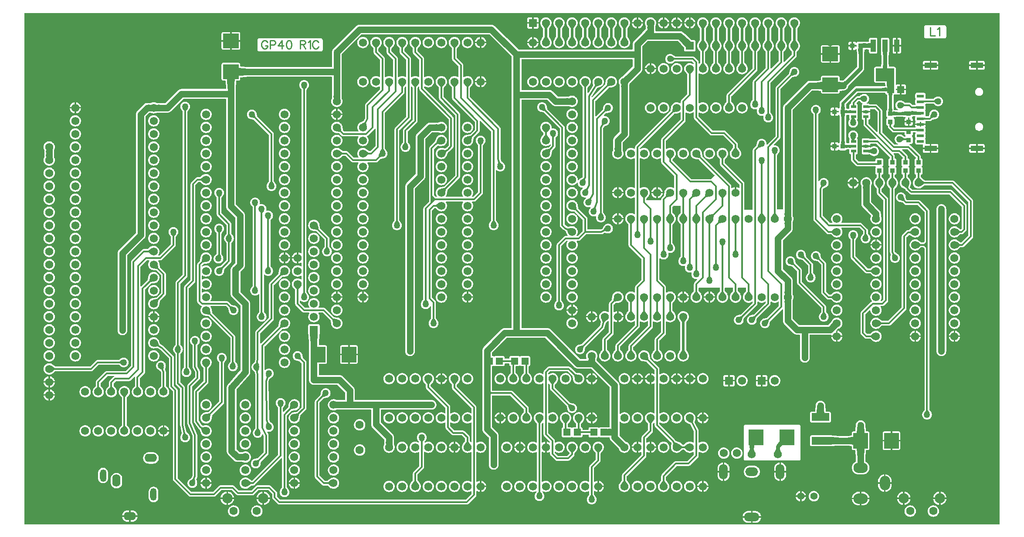
<source format=gtl>
G04 Layer: TopLayer*
G04 EasyEDA v6.5.39, 2024-02-04 17:57:03*
G04 f6d63844dc264826aa4dc6ae726a4a04,5509f98a9368439c9cde498926e245b9,10*
G04 Gerber Generator version 0.2*
G04 Scale: 100 percent, Rotated: No, Reflected: No *
G04 Dimensions in inches *
G04 leading zeros omitted , absolute positions ,3 integer and 6 decimal *
%FSLAX36Y36*%
%MOIN*%

%AMMACRO1*21,1,$1,$2,0,0,$3*%
%ADD10C,0.0090*%
%ADD11C,0.0120*%
%ADD12C,0.0500*%
%ADD13C,0.0200*%
%ADD14C,0.0240*%
%ADD15C,0.0300*%
%ADD16R,0.0394X0.0236*%
%ADD17MACRO1,0.0531X0.0555X90.0000*%
%ADD18MACRO1,0.0531X0.0555X-90.0000*%
%ADD19R,0.0360X0.0380*%
%ADD20R,0.0380X0.0360*%
%ADD21R,0.0386X0.0972*%
%ADD22MACRO1,0.1417X0.0972X0.0000*%
%ADD23R,0.1339X0.0591*%
%ADD24MACRO1,0.1102X0.1185X0.0000*%
%ADD25R,0.0945X0.0433*%
%ADD26R,0.0551X0.0244*%
%ADD27MACRO1,0.1102X0.1185X90.0000*%
%ADD28C,0.0620*%
%ADD29R,0.0620X0.0620*%
%ADD30C,0.0630*%
%ADD31C,0.0787*%
%ADD32C,0.0551*%
%ADD33O,0.11X0.08*%
%ADD34O,0.08X0.11*%
%ADD35O,0.05X0.095*%
%ADD36O,0.095X0.063*%
%ADD37O,0.063X0.095*%
%ADD38O,0.11810999999999999X0.066929*%
%ADD39O,0.066929X0.11810999999999999*%
%ADD40O,0.098425X0.066929*%
%ADD41R,0.0630X0.0620*%
%ADD42R,0.0620X0.0630*%
%ADD43C,0.1968*%
%ADD44C,0.0118*%

%LPD*%
G36*
X14200Y10200D02*
G01*
X12660Y10500D01*
X11379Y11379D01*
X10500Y12660D01*
X10200Y14200D01*
X10200Y3922799D01*
X10500Y3924340D01*
X11379Y3925620D01*
X12660Y3926500D01*
X14200Y3926800D01*
X7466100Y3926800D01*
X7467640Y3926500D01*
X7468920Y3925620D01*
X7469800Y3924340D01*
X7470100Y3922799D01*
X7470100Y14200D01*
X7469800Y12660D01*
X7468920Y11379D01*
X7467619Y10500D01*
X7466100Y10200D01*
G37*

%LPC*%
G36*
X5581000Y20680D02*
G01*
X5600460Y20680D01*
X5606319Y21040D01*
X5611940Y22120D01*
X5617400Y23880D01*
X5622580Y26320D01*
X5627420Y29400D01*
X5631840Y33060D01*
X5635780Y37240D01*
X5639140Y41880D01*
X5641900Y46900D01*
X5644020Y52240D01*
X5645440Y57779D01*
X5645760Y60340D01*
X5581000Y60340D01*
G37*
G36*
X5549539Y20680D02*
G01*
X5569000Y20680D01*
X5569000Y60340D01*
X5504240Y60340D01*
X5504560Y57779D01*
X5505980Y52240D01*
X5508099Y46900D01*
X5510860Y41880D01*
X5514240Y37240D01*
X5518160Y33060D01*
X5522580Y29400D01*
X5527420Y26320D01*
X5532600Y23880D01*
X5538060Y22120D01*
X5543680Y21040D01*
G37*
G36*
X822820Y28880D02*
G01*
X832680Y28880D01*
X838280Y29240D01*
X843680Y30280D01*
X848900Y31960D01*
X853860Y34300D01*
X858500Y37240D01*
X862720Y40740D01*
X866480Y44740D01*
X869700Y49180D01*
X872340Y53980D01*
X874360Y59080D01*
X875720Y64400D01*
X876000Y66580D01*
X822820Y66580D01*
G37*
G36*
X800939Y28880D02*
G01*
X810819Y28880D01*
X810819Y66580D01*
X757620Y66580D01*
X757900Y64400D01*
X759260Y59080D01*
X761280Y53980D01*
X763920Y49180D01*
X767140Y44740D01*
X770900Y40740D01*
X775120Y37240D01*
X779760Y34300D01*
X784720Y31960D01*
X789940Y30280D01*
X795340Y29240D01*
G37*
G36*
X6787820Y67120D02*
G01*
X6793380Y67660D01*
X6798840Y68900D01*
X6804100Y70840D01*
X6809059Y73440D01*
X6813660Y76640D01*
X6817800Y80399D01*
X6821420Y84660D01*
X6824480Y89360D01*
X6826900Y94400D01*
X6828680Y99700D01*
X6829740Y105200D01*
X6830100Y110780D01*
X6829740Y116380D01*
X6828680Y121880D01*
X6826900Y127180D01*
X6824480Y132220D01*
X6821420Y136920D01*
X6817800Y141180D01*
X6813660Y144940D01*
X6809059Y148140D01*
X6804100Y150740D01*
X6798840Y152680D01*
X6793380Y153920D01*
X6787820Y154460D01*
X6782220Y154280D01*
X6776700Y153380D01*
X6771319Y151780D01*
X6766200Y149520D01*
X6761420Y146620D01*
X6757039Y143140D01*
X6753140Y139100D01*
X6749800Y134620D01*
X6747060Y129740D01*
X6744960Y124560D01*
X6743540Y119140D01*
X6742820Y113580D01*
X6742820Y108000D01*
X6743540Y102440D01*
X6744960Y97020D01*
X6747060Y91840D01*
X6749800Y86960D01*
X6753140Y82480D01*
X6757039Y78440D01*
X6761420Y74960D01*
X6766200Y72060D01*
X6771319Y69800D01*
X6776700Y68200D01*
X6782220Y67300D01*
G37*
G36*
X6964980Y67120D02*
G01*
X6970560Y67660D01*
X6976000Y68900D01*
X6981260Y70840D01*
X6986220Y73440D01*
X6990820Y76640D01*
X6994960Y80399D01*
X6998600Y84660D01*
X7001640Y89360D01*
X7004080Y94400D01*
X7005839Y99700D01*
X7006900Y105200D01*
X7007260Y110780D01*
X7006900Y116380D01*
X7005839Y121880D01*
X7004080Y127180D01*
X7001640Y132220D01*
X6998600Y136920D01*
X6994960Y141180D01*
X6990820Y144940D01*
X6986220Y148140D01*
X6981260Y150740D01*
X6976000Y152680D01*
X6970560Y153920D01*
X6964980Y154460D01*
X6959380Y154280D01*
X6953860Y153380D01*
X6948480Y151780D01*
X6943380Y149520D01*
X6938579Y146620D01*
X6934200Y143140D01*
X6930320Y139100D01*
X6926960Y134620D01*
X6924220Y129740D01*
X6922120Y124560D01*
X6920700Y119140D01*
X6919980Y113580D01*
X6919980Y108000D01*
X6920700Y102440D01*
X6922120Y97020D01*
X6924220Y91840D01*
X6926960Y86960D01*
X6930320Y82480D01*
X6934200Y78440D01*
X6938579Y74960D01*
X6943380Y72060D01*
X6948480Y69800D01*
X6953860Y68200D01*
X6959380Y67300D01*
G37*
G36*
X1612820Y67140D02*
G01*
X1618400Y67680D01*
X1623839Y68920D01*
X1629100Y70860D01*
X1634060Y73440D01*
X1638660Y76640D01*
X1642800Y80399D01*
X1646440Y84660D01*
X1649480Y89360D01*
X1651920Y94400D01*
X1653680Y99720D01*
X1654740Y105220D01*
X1655100Y110800D01*
X1654740Y116380D01*
X1653680Y121880D01*
X1651920Y127200D01*
X1649480Y132240D01*
X1646440Y136940D01*
X1642800Y141200D01*
X1638660Y144960D01*
X1634060Y148160D01*
X1629100Y150740D01*
X1623839Y152680D01*
X1618400Y153920D01*
X1612820Y154460D01*
X1607220Y154280D01*
X1601699Y153400D01*
X1596320Y151800D01*
X1591220Y149540D01*
X1586420Y146640D01*
X1582040Y143140D01*
X1578160Y139120D01*
X1574800Y134640D01*
X1572060Y129760D01*
X1569960Y124560D01*
X1568540Y119160D01*
X1567820Y113600D01*
X1567820Y108000D01*
X1568540Y102440D01*
X1569960Y97040D01*
X1572060Y91840D01*
X1574800Y86960D01*
X1578160Y82480D01*
X1582040Y78460D01*
X1586420Y74960D01*
X1591220Y72060D01*
X1596320Y69800D01*
X1601699Y68200D01*
X1607220Y67320D01*
G37*
G36*
X1789980Y67140D02*
G01*
X1795560Y67680D01*
X1801020Y68920D01*
X1806260Y70860D01*
X1811240Y73440D01*
X1815820Y76640D01*
X1819960Y80399D01*
X1823600Y84660D01*
X1826639Y89360D01*
X1829079Y94400D01*
X1830840Y99720D01*
X1831920Y105220D01*
X1832280Y110800D01*
X1831920Y116380D01*
X1830840Y121880D01*
X1829079Y127200D01*
X1826639Y132240D01*
X1823600Y136940D01*
X1819960Y141200D01*
X1815820Y144960D01*
X1811240Y148160D01*
X1806260Y150740D01*
X1801020Y152680D01*
X1795560Y153920D01*
X1789980Y154460D01*
X1784379Y154280D01*
X1778860Y153400D01*
X1773500Y151800D01*
X1768380Y149540D01*
X1763580Y146640D01*
X1759220Y143140D01*
X1755320Y139120D01*
X1751960Y134640D01*
X1749220Y129760D01*
X1747120Y124560D01*
X1745700Y119160D01*
X1744980Y113600D01*
X1744980Y108000D01*
X1745700Y102440D01*
X1747120Y97040D01*
X1749220Y91840D01*
X1751960Y86960D01*
X1755320Y82480D01*
X1759220Y78460D01*
X1763580Y74960D01*
X1768380Y72060D01*
X1773500Y69800D01*
X1778860Y68200D01*
X1784379Y67320D01*
G37*
G36*
X5581000Y72340D02*
G01*
X5645760Y72340D01*
X5645440Y74900D01*
X5644020Y80440D01*
X5641900Y85780D01*
X5639140Y90800D01*
X5635780Y95440D01*
X5631840Y99620D01*
X5627420Y103280D01*
X5622580Y106340D01*
X5617400Y108780D01*
X5611940Y110559D01*
X5606319Y111640D01*
X5600460Y112000D01*
X5581000Y112000D01*
G37*
G36*
X5504240Y72340D02*
G01*
X5569000Y72340D01*
X5569000Y112000D01*
X5549539Y112000D01*
X5543680Y111640D01*
X5538060Y110559D01*
X5532600Y108780D01*
X5527420Y106340D01*
X5522580Y103280D01*
X5518160Y99620D01*
X5514240Y95440D01*
X5510860Y90800D01*
X5508099Y85780D01*
X5505980Y80440D01*
X5504560Y74900D01*
G37*
G36*
X822820Y78580D02*
G01*
X876000Y78580D01*
X875720Y80780D01*
X874360Y86100D01*
X872340Y91199D01*
X869700Y96000D01*
X866480Y100440D01*
X862720Y104440D01*
X858500Y107940D01*
X853860Y110879D01*
X848900Y113219D01*
X843680Y114900D01*
X838280Y115940D01*
X832680Y116280D01*
X822820Y116280D01*
G37*
G36*
X757620Y78580D02*
G01*
X810819Y78580D01*
X810819Y116280D01*
X800939Y116280D01*
X795340Y115940D01*
X789940Y114900D01*
X784720Y113219D01*
X779760Y110879D01*
X775120Y107940D01*
X770900Y104440D01*
X767140Y100440D01*
X763920Y96000D01*
X761280Y91199D01*
X759260Y86100D01*
X757900Y80780D01*
G37*
G36*
X6392600Y154680D02*
G01*
X6401480Y154680D01*
X6401480Y200880D01*
X6340720Y200880D01*
X6341079Y197820D01*
X6342480Y191920D01*
X6344560Y186220D01*
X6347279Y180799D01*
X6350620Y175720D01*
X6354520Y171080D01*
X6358940Y166900D01*
X6363800Y163280D01*
X6369059Y160240D01*
X6374620Y157840D01*
X6380440Y156100D01*
X6386420Y155040D01*
G37*
G36*
X6413480Y154680D02*
G01*
X6422360Y154680D01*
X6428540Y155040D01*
X6434520Y156100D01*
X6440340Y157840D01*
X6445900Y160240D01*
X6451160Y163280D01*
X6456040Y166900D01*
X6460440Y171080D01*
X6464340Y175720D01*
X6467680Y180799D01*
X6470400Y186220D01*
X6472480Y191920D01*
X6473880Y197820D01*
X6474240Y200880D01*
X6413480Y200880D01*
G37*
G36*
X6731200Y158060D02*
G01*
X6731200Y203220D01*
X6686079Y203220D01*
X6686460Y200100D01*
X6687880Y194160D01*
X6690019Y188420D01*
X6692800Y183000D01*
X6696220Y177920D01*
X6700200Y173299D01*
X6704720Y169180D01*
X6709680Y165620D01*
X6715019Y162659D01*
X6720680Y160360D01*
X6726580Y158760D01*
G37*
G36*
X7006799Y158060D02*
G01*
X7006799Y203220D01*
X6961660Y203220D01*
X6962039Y200100D01*
X6963480Y194160D01*
X6965599Y188420D01*
X6968400Y183000D01*
X6971799Y177920D01*
X6975800Y173299D01*
X6980300Y169180D01*
X6985260Y165620D01*
X6990620Y162659D01*
X6996280Y160360D01*
X7002160Y158760D01*
G37*
G36*
X1831800Y158080D02*
G01*
X1831800Y203220D01*
X1786680Y203220D01*
X1787040Y200100D01*
X1788480Y194160D01*
X1790600Y188440D01*
X1793400Y183000D01*
X1796800Y177940D01*
X1800800Y173299D01*
X1805300Y169180D01*
X1810260Y165620D01*
X1815620Y162680D01*
X1821279Y160380D01*
X1827180Y158760D01*
G37*
G36*
X1556200Y158080D02*
G01*
X1556200Y203220D01*
X1511080Y203220D01*
X1511459Y200100D01*
X1512900Y194160D01*
X1515020Y188440D01*
X1517800Y183000D01*
X1521220Y177940D01*
X1525200Y173299D01*
X1529720Y169180D01*
X1534680Y165620D01*
X1540020Y162680D01*
X1545700Y160380D01*
X1551579Y158760D01*
G37*
G36*
X6743200Y158080D02*
G01*
X6744820Y158220D01*
X6750800Y159480D01*
X6756580Y161439D01*
X6762100Y164060D01*
X6767260Y167320D01*
X6772000Y171180D01*
X6776260Y175560D01*
X6779960Y180400D01*
X6783080Y185660D01*
X6785540Y191260D01*
X6787320Y197100D01*
X6788400Y203220D01*
X6743200Y203220D01*
G37*
G36*
X1568200Y158080D02*
G01*
X1569820Y158220D01*
X1575800Y159480D01*
X1581579Y161439D01*
X1587100Y164060D01*
X1592260Y167340D01*
X1597000Y171180D01*
X1601260Y175560D01*
X1604980Y180420D01*
X1608080Y185680D01*
X1610540Y191280D01*
X1612320Y197120D01*
X1613420Y203220D01*
X1568200Y203220D01*
G37*
G36*
X1843800Y158080D02*
G01*
X1845400Y158220D01*
X1851380Y159480D01*
X1857180Y161439D01*
X1862680Y164060D01*
X1867860Y167340D01*
X1872600Y171180D01*
X1876860Y175560D01*
X1880560Y180420D01*
X1883660Y185680D01*
X1886140Y191280D01*
X1887920Y197120D01*
X1889000Y203220D01*
X1843800Y203220D01*
G37*
G36*
X7018800Y158080D02*
G01*
X7020400Y158220D01*
X7026380Y159480D01*
X7032160Y161439D01*
X7037680Y164060D01*
X7042859Y167320D01*
X7047600Y171180D01*
X7051840Y175560D01*
X7055560Y180400D01*
X7058660Y185660D01*
X7061120Y191260D01*
X7062920Y197100D01*
X7064000Y203220D01*
X7018800Y203220D01*
G37*
G36*
X1960180Y161800D02*
G01*
X3395700Y161820D01*
X3399160Y162300D01*
X3402340Y163359D01*
X3405280Y165000D01*
X3408000Y167260D01*
X3463360Y222640D01*
X3465460Y225420D01*
X3466960Y228440D01*
X3467880Y231660D01*
X3468200Y235180D01*
X3468200Y261920D01*
X3468480Y263380D01*
X3469260Y264640D01*
X3470460Y265520D01*
X3471900Y265920D01*
X3473380Y265740D01*
X3474700Y265060D01*
X3475280Y264580D01*
X3480020Y261700D01*
X3485080Y259460D01*
X3490380Y257900D01*
X3494000Y257300D01*
X3494000Y294000D01*
X3472200Y294000D01*
X3470659Y294300D01*
X3469380Y295180D01*
X3468500Y296460D01*
X3468200Y298000D01*
X3468200Y302000D01*
X3468500Y303540D01*
X3469380Y304820D01*
X3470659Y305700D01*
X3472200Y306000D01*
X3494000Y306000D01*
X3494000Y342700D01*
X3490380Y342100D01*
X3485080Y340540D01*
X3480020Y338300D01*
X3475280Y335420D01*
X3474700Y334940D01*
X3473380Y334260D01*
X3471900Y334080D01*
X3470460Y334480D01*
X3469260Y335360D01*
X3468480Y336620D01*
X3468200Y338080D01*
X3468200Y561920D01*
X3468480Y563380D01*
X3469260Y564640D01*
X3470460Y565520D01*
X3471900Y565920D01*
X3473380Y565740D01*
X3474700Y565060D01*
X3475280Y564580D01*
X3480020Y561700D01*
X3485080Y559460D01*
X3490380Y557900D01*
X3495860Y557000D01*
X3501380Y556840D01*
X3506900Y557360D01*
X3512280Y558600D01*
X3517480Y560500D01*
X3522400Y563060D01*
X3526920Y566240D01*
X3531019Y569960D01*
X3534620Y574160D01*
X3537640Y578800D01*
X3540040Y583800D01*
X3541780Y589040D01*
X3542840Y594480D01*
X3543200Y600000D01*
X3542840Y605520D01*
X3541780Y610960D01*
X3540040Y616200D01*
X3537640Y621200D01*
X3534620Y625840D01*
X3531019Y630040D01*
X3526920Y633760D01*
X3522400Y636940D01*
X3517480Y639500D01*
X3512280Y641400D01*
X3506900Y642640D01*
X3501380Y643160D01*
X3495860Y643000D01*
X3490380Y642099D01*
X3485080Y640540D01*
X3480020Y638300D01*
X3475280Y635420D01*
X3474700Y634940D01*
X3473380Y634260D01*
X3471900Y634080D01*
X3470460Y634480D01*
X3469260Y635360D01*
X3468480Y636620D01*
X3468200Y638080D01*
X3468180Y905699D01*
X3467700Y909160D01*
X3466640Y912340D01*
X3465000Y915280D01*
X3462740Y918000D01*
X3319380Y1061360D01*
X3318500Y1062660D01*
X3318200Y1064200D01*
X3318200Y1077140D01*
X3318420Y1078460D01*
X3319060Y1079620D01*
X3335419Y1100280D01*
X3338300Y1105020D01*
X3340539Y1110080D01*
X3342100Y1115380D01*
X3343000Y1120860D01*
X3343180Y1126380D01*
X3342640Y1131900D01*
X3341400Y1137280D01*
X3339500Y1142480D01*
X3336940Y1147400D01*
X3333759Y1151920D01*
X3330040Y1156020D01*
X3325840Y1159620D01*
X3321200Y1162640D01*
X3316200Y1165040D01*
X3310960Y1166780D01*
X3305520Y1167840D01*
X3300000Y1168200D01*
X3294480Y1167840D01*
X3289040Y1166780D01*
X3283800Y1165040D01*
X3278800Y1162640D01*
X3274160Y1159620D01*
X3269960Y1156020D01*
X3266240Y1151920D01*
X3263060Y1147400D01*
X3260500Y1142480D01*
X3258600Y1137280D01*
X3257360Y1131900D01*
X3256840Y1126380D01*
X3257000Y1120860D01*
X3257900Y1115380D01*
X3259460Y1110080D01*
X3261700Y1105020D01*
X3264580Y1100280D01*
X3280940Y1079620D01*
X3281580Y1078460D01*
X3281800Y1077140D01*
X3281820Y1054300D01*
X3282300Y1050840D01*
X3283360Y1047660D01*
X3285000Y1044720D01*
X3287260Y1042000D01*
X3430620Y898640D01*
X3431500Y897340D01*
X3431800Y895800D01*
X3431800Y863100D01*
X3431440Y861440D01*
X3430419Y860080D01*
X3428920Y859260D01*
X3427220Y859160D01*
X3425620Y859760D01*
X3421200Y862640D01*
X3416200Y865040D01*
X3410960Y866780D01*
X3405520Y867840D01*
X3400000Y868199D01*
X3394480Y867840D01*
X3389040Y866780D01*
X3383800Y865040D01*
X3378800Y862640D01*
X3374160Y859620D01*
X3369960Y856020D01*
X3366240Y851919D01*
X3363060Y847400D01*
X3360500Y842480D01*
X3358600Y837280D01*
X3357360Y831900D01*
X3356840Y826380D01*
X3357000Y820860D01*
X3357900Y815380D01*
X3359460Y810080D01*
X3361700Y805020D01*
X3364580Y800280D01*
X3368020Y795960D01*
X3372000Y792120D01*
X3376440Y788800D01*
X3381259Y786080D01*
X3386400Y784000D01*
X3391740Y782600D01*
X3397240Y781900D01*
X3402760Y781900D01*
X3408260Y782600D01*
X3413620Y784000D01*
X3418740Y786080D01*
X3423560Y788800D01*
X3425400Y790180D01*
X3427020Y790900D01*
X3428759Y790860D01*
X3430340Y790060D01*
X3431420Y788680D01*
X3431800Y786979D01*
X3431800Y640819D01*
X3431460Y639220D01*
X3430520Y637880D01*
X3429120Y637040D01*
X3427500Y636820D01*
X3425920Y637280D01*
X3424660Y638320D01*
X3419060Y645360D01*
X3418420Y646540D01*
X3418200Y647860D01*
X3418180Y675699D01*
X3417700Y679160D01*
X3416640Y682340D01*
X3415000Y685280D01*
X3412740Y688000D01*
X3377360Y723360D01*
X3374580Y725460D01*
X3371560Y726960D01*
X3368340Y727880D01*
X3364820Y728199D01*
X3300899Y728199D01*
X3299360Y728500D01*
X3298060Y729380D01*
X3269380Y758060D01*
X3268500Y759360D01*
X3268200Y760900D01*
X3268200Y786979D01*
X3268580Y788680D01*
X3269660Y790060D01*
X3271240Y790860D01*
X3272980Y790900D01*
X3274600Y790180D01*
X3276440Y788800D01*
X3281259Y786080D01*
X3286400Y784000D01*
X3291740Y782600D01*
X3297240Y781900D01*
X3302760Y781900D01*
X3308260Y782600D01*
X3313620Y784000D01*
X3318740Y786080D01*
X3323560Y788800D01*
X3328000Y792120D01*
X3331980Y795960D01*
X3335419Y800280D01*
X3338300Y805020D01*
X3340539Y810080D01*
X3342100Y815380D01*
X3343000Y820860D01*
X3343180Y826380D01*
X3342640Y831900D01*
X3341400Y837280D01*
X3339500Y842480D01*
X3336940Y847400D01*
X3333759Y851919D01*
X3330040Y856020D01*
X3325840Y859620D01*
X3321200Y862640D01*
X3316200Y865040D01*
X3310960Y866780D01*
X3305520Y867840D01*
X3300000Y868199D01*
X3294480Y867840D01*
X3289040Y866780D01*
X3283800Y865040D01*
X3278800Y862640D01*
X3274380Y859760D01*
X3272780Y859140D01*
X3271080Y859260D01*
X3269580Y860080D01*
X3268560Y861440D01*
X3268200Y863100D01*
X3268180Y910699D01*
X3267700Y914160D01*
X3266640Y917340D01*
X3265000Y920280D01*
X3262740Y923000D01*
X3119380Y1066360D01*
X3118500Y1067660D01*
X3118200Y1069200D01*
X3118200Y1077140D01*
X3118420Y1078460D01*
X3119060Y1079620D01*
X3135419Y1100280D01*
X3138300Y1105020D01*
X3140539Y1110080D01*
X3142100Y1115380D01*
X3143000Y1120860D01*
X3143180Y1126380D01*
X3142640Y1131900D01*
X3141400Y1137280D01*
X3139500Y1142480D01*
X3136940Y1147400D01*
X3133759Y1151920D01*
X3130040Y1156020D01*
X3125840Y1159620D01*
X3121200Y1162640D01*
X3116200Y1165040D01*
X3110960Y1166780D01*
X3105520Y1167840D01*
X3100000Y1168200D01*
X3094480Y1167840D01*
X3089040Y1166780D01*
X3083800Y1165040D01*
X3078800Y1162640D01*
X3074160Y1159620D01*
X3069960Y1156020D01*
X3066240Y1151920D01*
X3063060Y1147400D01*
X3060500Y1142480D01*
X3058600Y1137280D01*
X3057360Y1131900D01*
X3056840Y1126380D01*
X3057000Y1120860D01*
X3057900Y1115380D01*
X3059460Y1110080D01*
X3061700Y1105020D01*
X3064580Y1100280D01*
X3080940Y1079620D01*
X3081580Y1078460D01*
X3081800Y1077140D01*
X3081820Y1059300D01*
X3082300Y1055840D01*
X3083360Y1052660D01*
X3085000Y1049720D01*
X3087260Y1047000D01*
X3230620Y903640D01*
X3231500Y902340D01*
X3231800Y900800D01*
X3231800Y863100D01*
X3231440Y861440D01*
X3230419Y860080D01*
X3228920Y859260D01*
X3227220Y859160D01*
X3225620Y859760D01*
X3221200Y862640D01*
X3216200Y865040D01*
X3210960Y866780D01*
X3205520Y867840D01*
X3200000Y868199D01*
X3194480Y867840D01*
X3189040Y866780D01*
X3183800Y865040D01*
X3178800Y862640D01*
X3174160Y859620D01*
X3169960Y856020D01*
X3166240Y851919D01*
X3163060Y847400D01*
X3160500Y842480D01*
X3158600Y837280D01*
X3157360Y831900D01*
X3156840Y826380D01*
X3157000Y820860D01*
X3157900Y815380D01*
X3159460Y810080D01*
X3161700Y805020D01*
X3164580Y800280D01*
X3168020Y795960D01*
X3172000Y792120D01*
X3176440Y788800D01*
X3181259Y786080D01*
X3186400Y784000D01*
X3191740Y782600D01*
X3197240Y781900D01*
X3202760Y781900D01*
X3208260Y782600D01*
X3213620Y784000D01*
X3218740Y786080D01*
X3223560Y788800D01*
X3225400Y790180D01*
X3227020Y790900D01*
X3228759Y790860D01*
X3230340Y790060D01*
X3231420Y788680D01*
X3231800Y786979D01*
X3231820Y751000D01*
X3232300Y747540D01*
X3233360Y744360D01*
X3235000Y741420D01*
X3237260Y738700D01*
X3279340Y696640D01*
X3282120Y694539D01*
X3285140Y693040D01*
X3288360Y692120D01*
X3291880Y691800D01*
X3355800Y691800D01*
X3357340Y691500D01*
X3358639Y690620D01*
X3380620Y668640D01*
X3381500Y667340D01*
X3381800Y665800D01*
X3381800Y647860D01*
X3381580Y646540D01*
X3380940Y645360D01*
X3367320Y628260D01*
X3363800Y623560D01*
X3361080Y618740D01*
X3359000Y613620D01*
X3357600Y608260D01*
X3356900Y602760D01*
X3356900Y597240D01*
X3357600Y591740D01*
X3359000Y586380D01*
X3361080Y581260D01*
X3363800Y576440D01*
X3367120Y572000D01*
X3370960Y568020D01*
X3375280Y564580D01*
X3380020Y561700D01*
X3385080Y559460D01*
X3390380Y557900D01*
X3395860Y557000D01*
X3401380Y556840D01*
X3406900Y557360D01*
X3412280Y558600D01*
X3417480Y560500D01*
X3422400Y563060D01*
X3425520Y565240D01*
X3427120Y565900D01*
X3428840Y565820D01*
X3430380Y565020D01*
X3431420Y563660D01*
X3431800Y561960D01*
X3431800Y338040D01*
X3431420Y336340D01*
X3430380Y334980D01*
X3428840Y334180D01*
X3427120Y334099D01*
X3425520Y334760D01*
X3422400Y336940D01*
X3417480Y339500D01*
X3412280Y341400D01*
X3406900Y342640D01*
X3401380Y343160D01*
X3395860Y343000D01*
X3390380Y342100D01*
X3385080Y340540D01*
X3380020Y338300D01*
X3375280Y335420D01*
X3370960Y331980D01*
X3367120Y328000D01*
X3363800Y323560D01*
X3361080Y318740D01*
X3359000Y313620D01*
X3357600Y308260D01*
X3356900Y302760D01*
X3356900Y297240D01*
X3357600Y291740D01*
X3359000Y286380D01*
X3361080Y281260D01*
X3363800Y276440D01*
X3367120Y272000D01*
X3370960Y268020D01*
X3375280Y264580D01*
X3380020Y261700D01*
X3385080Y259460D01*
X3390380Y257900D01*
X3395860Y257000D01*
X3401380Y256840D01*
X3406900Y257360D01*
X3412280Y258600D01*
X3417480Y260500D01*
X3422400Y263060D01*
X3425520Y265240D01*
X3427120Y265900D01*
X3428840Y265820D01*
X3430380Y265020D01*
X3431420Y263660D01*
X3431800Y261960D01*
X3431800Y244200D01*
X3431500Y242659D01*
X3430620Y241360D01*
X3388639Y199380D01*
X3387340Y198500D01*
X3385800Y198200D01*
X1969199Y198200D01*
X1967660Y198500D01*
X1966360Y199380D01*
X1944379Y221360D01*
X1943500Y222659D01*
X1943200Y224200D01*
X1943180Y250700D01*
X1942700Y254160D01*
X1941639Y257340D01*
X1940000Y260280D01*
X1937740Y263000D01*
X1897360Y303360D01*
X1894580Y305460D01*
X1891560Y306960D01*
X1888340Y307880D01*
X1884820Y308200D01*
X1794300Y308180D01*
X1790840Y307700D01*
X1787660Y306640D01*
X1784720Y305000D01*
X1782000Y302740D01*
X1748640Y269380D01*
X1747340Y268500D01*
X1745800Y268200D01*
X1654199Y268200D01*
X1652660Y268500D01*
X1651360Y269380D01*
X1617360Y303360D01*
X1614580Y305460D01*
X1611560Y306960D01*
X1608340Y307880D01*
X1604820Y308200D01*
X1509300Y308180D01*
X1505840Y307700D01*
X1502660Y306640D01*
X1499720Y305000D01*
X1497000Y302740D01*
X1453640Y259380D01*
X1452340Y258500D01*
X1450800Y258200D01*
X1289199Y258200D01*
X1287660Y258500D01*
X1286360Y259380D01*
X1184380Y361360D01*
X1183500Y362660D01*
X1183200Y364200D01*
X1183180Y1035699D01*
X1182700Y1039160D01*
X1181640Y1042340D01*
X1180000Y1045280D01*
X1177740Y1048000D01*
X1154380Y1071360D01*
X1153500Y1072660D01*
X1153200Y1074200D01*
X1153180Y1290700D01*
X1152700Y1294160D01*
X1151640Y1297340D01*
X1150000Y1300280D01*
X1147740Y1303000D01*
X1077320Y1373380D01*
X1074380Y1375600D01*
X1050300Y1390420D01*
X1049300Y1391300D01*
X1048640Y1392460D01*
X1041200Y1413020D01*
X1040800Y1413880D01*
X1040040Y1416200D01*
X1037640Y1421200D01*
X1034620Y1425840D01*
X1031020Y1430040D01*
X1026919Y1433760D01*
X1022380Y1436940D01*
X1017480Y1439500D01*
X1012280Y1441399D01*
X1006900Y1442640D01*
X1001380Y1443160D01*
X995860Y1443000D01*
X990380Y1442100D01*
X985080Y1440540D01*
X980020Y1438300D01*
X975280Y1435420D01*
X970960Y1431980D01*
X967099Y1428000D01*
X963800Y1423560D01*
X961080Y1418740D01*
X959000Y1413620D01*
X957600Y1408260D01*
X956900Y1402760D01*
X956900Y1397240D01*
X957600Y1391740D01*
X959000Y1386380D01*
X961080Y1381260D01*
X963800Y1376440D01*
X967099Y1372000D01*
X970960Y1368020D01*
X975280Y1364580D01*
X980020Y1361699D01*
X985080Y1359460D01*
X990380Y1357900D01*
X995860Y1357000D01*
X1001380Y1356840D01*
X1007120Y1357380D01*
X1028640Y1359980D01*
X1029980Y1359920D01*
X1031220Y1359420D01*
X1053240Y1345860D01*
X1053980Y1345280D01*
X1115620Y1283640D01*
X1116500Y1282340D01*
X1116800Y1280800D01*
X1116820Y1064300D01*
X1117300Y1060840D01*
X1118360Y1057660D01*
X1120000Y1054720D01*
X1122260Y1052000D01*
X1145620Y1028640D01*
X1146500Y1027340D01*
X1146800Y1025800D01*
X1146820Y354300D01*
X1147300Y350840D01*
X1148360Y347660D01*
X1150000Y344720D01*
X1152260Y342000D01*
X1267640Y226640D01*
X1270420Y224540D01*
X1273440Y223039D01*
X1276660Y222120D01*
X1280180Y221800D01*
X1460700Y221820D01*
X1464160Y222300D01*
X1467340Y223359D01*
X1470280Y225000D01*
X1473000Y227260D01*
X1516360Y270620D01*
X1517660Y271500D01*
X1519199Y271800D01*
X1595800Y271800D01*
X1597340Y271500D01*
X1598640Y270620D01*
X1632640Y236640D01*
X1635420Y234540D01*
X1638440Y233039D01*
X1641660Y232120D01*
X1645180Y231800D01*
X1755700Y231820D01*
X1759160Y232300D01*
X1762340Y233359D01*
X1765280Y235000D01*
X1768000Y237260D01*
X1801360Y270620D01*
X1802660Y271500D01*
X1804199Y271800D01*
X1875800Y271800D01*
X1877340Y271500D01*
X1878640Y270620D01*
X1905620Y243640D01*
X1906500Y242340D01*
X1906800Y240799D01*
X1906819Y214300D01*
X1907300Y210840D01*
X1908360Y207659D01*
X1910000Y204720D01*
X1912260Y202000D01*
X1947640Y166640D01*
X1950420Y164540D01*
X1953440Y163039D01*
X1956660Y162120D01*
G37*
G36*
X4347460Y162900D02*
G01*
X4352540Y162900D01*
X4357560Y163580D01*
X4362460Y164960D01*
X4367120Y166980D01*
X4371440Y169620D01*
X4375380Y172820D01*
X4378840Y176520D01*
X4381780Y180680D01*
X4384120Y185180D01*
X4385820Y189960D01*
X4386840Y194940D01*
X4387200Y200000D01*
X4386840Y205060D01*
X4385820Y210040D01*
X4384120Y214820D01*
X4381780Y219320D01*
X4368960Y236960D01*
X4368400Y238080D01*
X4368200Y239320D01*
X4368200Y261920D01*
X4368480Y263380D01*
X4369260Y264640D01*
X4370460Y265520D01*
X4371900Y265920D01*
X4373380Y265740D01*
X4374700Y265060D01*
X4375280Y264580D01*
X4380020Y261700D01*
X4385080Y259460D01*
X4390380Y257900D01*
X4394000Y257300D01*
X4394000Y294000D01*
X4372200Y294000D01*
X4370660Y294300D01*
X4369380Y295180D01*
X4368500Y296460D01*
X4368200Y298000D01*
X4368200Y302000D01*
X4368500Y303540D01*
X4369380Y304820D01*
X4370660Y305700D01*
X4372200Y306000D01*
X4394000Y306000D01*
X4394000Y342700D01*
X4390380Y342100D01*
X4385080Y340540D01*
X4380020Y338300D01*
X4375280Y335420D01*
X4374700Y334940D01*
X4373380Y334260D01*
X4371900Y334080D01*
X4370460Y334480D01*
X4369260Y335360D01*
X4368480Y336620D01*
X4368200Y338080D01*
X4368200Y440800D01*
X4368500Y442340D01*
X4369380Y443640D01*
X4413360Y487640D01*
X4415460Y490420D01*
X4416960Y493440D01*
X4417880Y496659D01*
X4418200Y500180D01*
X4418200Y552140D01*
X4418420Y553460D01*
X4419060Y554620D01*
X4432660Y571740D01*
X4433200Y572520D01*
X4434620Y574160D01*
X4437640Y578800D01*
X4440040Y583800D01*
X4441780Y589040D01*
X4442840Y594480D01*
X4443200Y600000D01*
X4442840Y605520D01*
X4441780Y610960D01*
X4440040Y616200D01*
X4437640Y621200D01*
X4434620Y625840D01*
X4431020Y630040D01*
X4426920Y633760D01*
X4422400Y636940D01*
X4417480Y639500D01*
X4412280Y641400D01*
X4406900Y642640D01*
X4401380Y643160D01*
X4395860Y643000D01*
X4390380Y642099D01*
X4385080Y640540D01*
X4380020Y638300D01*
X4375280Y635420D01*
X4370960Y631980D01*
X4367120Y628000D01*
X4363800Y623560D01*
X4361080Y618740D01*
X4359000Y613620D01*
X4357600Y608260D01*
X4356900Y602760D01*
X4356900Y597240D01*
X4357600Y591740D01*
X4359000Y586380D01*
X4361080Y581260D01*
X4363800Y576440D01*
X4367320Y571740D01*
X4380940Y554620D01*
X4381580Y553460D01*
X4381800Y552140D01*
X4381800Y509200D01*
X4381500Y507660D01*
X4380620Y506360D01*
X4336640Y462360D01*
X4334540Y459580D01*
X4333040Y456560D01*
X4332120Y453340D01*
X4331800Y449820D01*
X4331800Y338040D01*
X4331420Y336340D01*
X4330380Y334980D01*
X4328840Y334180D01*
X4327120Y334099D01*
X4325520Y334760D01*
X4322400Y336940D01*
X4317480Y339500D01*
X4312280Y341400D01*
X4306900Y342640D01*
X4301380Y343160D01*
X4295860Y343000D01*
X4290380Y342100D01*
X4285080Y340540D01*
X4280020Y338300D01*
X4275280Y335420D01*
X4270960Y331980D01*
X4267120Y328000D01*
X4263800Y323560D01*
X4261080Y318740D01*
X4259000Y313620D01*
X4257600Y308260D01*
X4256900Y302760D01*
X4256900Y297240D01*
X4257600Y291740D01*
X4259000Y286380D01*
X4261080Y281260D01*
X4263800Y276440D01*
X4267120Y272000D01*
X4270960Y268020D01*
X4275280Y264580D01*
X4280020Y261700D01*
X4285080Y259460D01*
X4290380Y257900D01*
X4295860Y257000D01*
X4301380Y256840D01*
X4306900Y257360D01*
X4312280Y258600D01*
X4317480Y260500D01*
X4322400Y263060D01*
X4325520Y265240D01*
X4327120Y265900D01*
X4328840Y265820D01*
X4330380Y265020D01*
X4331420Y263660D01*
X4331800Y261960D01*
X4331800Y239320D01*
X4331600Y238080D01*
X4331040Y236960D01*
X4321560Y223939D01*
X4321160Y223480D01*
X4318220Y219320D01*
X4315880Y214820D01*
X4314180Y210040D01*
X4313160Y205060D01*
X4312800Y200000D01*
X4313160Y194940D01*
X4314180Y189960D01*
X4315880Y185180D01*
X4318220Y180680D01*
X4321160Y176520D01*
X4324620Y172820D01*
X4328560Y169620D01*
X4332880Y166980D01*
X4337540Y164960D01*
X4342440Y163580D01*
G37*
G36*
X995380Y178340D02*
G01*
X1000440Y178340D01*
X1005480Y179040D01*
X1010360Y180400D01*
X1015020Y182420D01*
X1019360Y185060D01*
X1023300Y188260D01*
X1026760Y191980D01*
X1029680Y196119D01*
X1032020Y200640D01*
X1033720Y205420D01*
X1034760Y210380D01*
X1035120Y215580D01*
X1035120Y260320D01*
X1034760Y265520D01*
X1033720Y270480D01*
X1032020Y275260D01*
X1029680Y279780D01*
X1026760Y283920D01*
X1023300Y287640D01*
X1019360Y290840D01*
X1015020Y293480D01*
X1010360Y295500D01*
X1005480Y296860D01*
X1000440Y297560D01*
X995380Y297560D01*
X990340Y296860D01*
X985460Y295500D01*
X980800Y293480D01*
X976460Y290840D01*
X972520Y287640D01*
X969060Y283920D01*
X966140Y279780D01*
X963800Y275260D01*
X962099Y270480D01*
X961060Y265520D01*
X960720Y260320D01*
X960720Y215580D01*
X961060Y210380D01*
X962099Y205420D01*
X963800Y200640D01*
X966140Y196119D01*
X969060Y191980D01*
X972520Y188260D01*
X976460Y185060D01*
X980800Y182420D01*
X985460Y180400D01*
X990340Y179040D01*
G37*
G36*
X6048680Y185280D02*
G01*
X6053980Y185440D01*
X6059220Y186340D01*
X6064280Y187900D01*
X6069100Y190140D01*
X6073579Y193000D01*
X6077640Y196420D01*
X6081200Y200360D01*
X6084200Y204740D01*
X6086600Y209480D01*
X6088339Y214500D01*
X6089400Y219700D01*
X6089760Y225000D01*
X6089400Y230300D01*
X6088339Y235500D01*
X6086600Y240520D01*
X6084200Y245260D01*
X6081200Y249640D01*
X6077640Y253580D01*
X6073579Y257000D01*
X6069100Y259860D01*
X6064280Y262100D01*
X6059220Y263660D01*
X6053980Y264560D01*
X6048680Y264720D01*
X6043380Y264200D01*
X6038220Y262960D01*
X6033260Y261060D01*
X6028620Y258500D01*
X6024340Y255360D01*
X6020520Y251660D01*
X6017220Y247500D01*
X6014520Y242920D01*
X6012440Y238039D01*
X6011040Y232920D01*
X6010340Y227659D01*
X6010340Y222340D01*
X6011040Y217079D01*
X6012440Y211960D01*
X6014520Y207079D01*
X6017220Y202500D01*
X6020520Y198340D01*
X6024340Y194640D01*
X6028620Y191500D01*
X6033260Y188939D01*
X6038220Y187040D01*
X6043380Y185799D01*
G37*
G36*
X5944000Y185740D02*
G01*
X5944000Y219000D01*
X5910780Y219000D01*
X5911040Y217079D01*
X5912440Y211960D01*
X5914520Y207079D01*
X5917220Y202500D01*
X5920520Y198340D01*
X5924340Y194640D01*
X5928620Y191500D01*
X5933260Y188939D01*
X5938220Y187040D01*
X5943380Y185799D01*
G37*
G36*
X5956000Y185799D02*
G01*
X5959220Y186340D01*
X5964280Y187900D01*
X5969100Y190140D01*
X5973579Y193000D01*
X5977640Y196420D01*
X5981200Y200360D01*
X5984200Y204740D01*
X5986600Y209480D01*
X5988339Y214500D01*
X5989260Y219000D01*
X5956000Y219000D01*
G37*
G36*
X3947460Y187900D02*
G01*
X3952540Y187900D01*
X3957559Y188580D01*
X3962460Y189960D01*
X3967120Y191980D01*
X3971440Y194620D01*
X3975380Y197820D01*
X3978840Y201520D01*
X3981780Y205680D01*
X3984120Y210180D01*
X3985820Y214960D01*
X3986840Y219940D01*
X3987200Y225000D01*
X3986840Y230060D01*
X3985820Y235040D01*
X3984120Y239820D01*
X3981780Y244320D01*
X3972280Y257399D01*
X3971620Y258820D01*
X3971560Y260380D01*
X3972100Y261840D01*
X3973159Y262980D01*
X3974560Y263640D01*
X3976120Y263720D01*
X3977580Y263180D01*
X3980020Y261700D01*
X3985080Y259460D01*
X3990380Y257900D01*
X3995860Y257000D01*
X4001380Y256840D01*
X4006900Y257360D01*
X4012280Y258600D01*
X4017480Y260500D01*
X4022400Y263060D01*
X4026920Y266240D01*
X4031019Y269960D01*
X4034620Y274160D01*
X4037640Y278800D01*
X4040040Y283800D01*
X4041780Y289040D01*
X4042840Y294480D01*
X4043200Y300000D01*
X4042840Y305520D01*
X4041780Y310960D01*
X4040040Y316200D01*
X4037640Y321200D01*
X4034620Y325840D01*
X4031019Y330040D01*
X4026920Y333760D01*
X4022400Y336940D01*
X4017480Y339500D01*
X4012280Y341400D01*
X4006900Y342640D01*
X4001380Y343160D01*
X3995860Y343000D01*
X3990380Y342100D01*
X3985080Y340540D01*
X3980020Y338300D01*
X3975280Y335420D01*
X3974700Y334940D01*
X3973380Y334260D01*
X3971900Y334080D01*
X3970460Y334480D01*
X3969260Y335360D01*
X3968480Y336620D01*
X3968200Y338080D01*
X3968200Y561920D01*
X3968480Y563380D01*
X3969260Y564640D01*
X3970460Y565520D01*
X3971900Y565920D01*
X3973380Y565740D01*
X3974700Y565060D01*
X3975280Y564580D01*
X3980020Y561700D01*
X3985080Y559460D01*
X3990380Y557900D01*
X3994000Y557300D01*
X3994000Y594000D01*
X3972200Y594000D01*
X3970659Y594300D01*
X3969380Y595180D01*
X3968500Y596460D01*
X3968200Y598000D01*
X3968200Y602000D01*
X3968500Y603540D01*
X3969380Y604820D01*
X3970659Y605700D01*
X3972200Y606000D01*
X3994000Y606000D01*
X3994000Y642700D01*
X3990380Y642099D01*
X3985080Y640540D01*
X3980020Y638300D01*
X3975280Y635420D01*
X3974700Y634940D01*
X3973380Y634260D01*
X3971900Y634080D01*
X3970460Y634480D01*
X3969260Y635360D01*
X3968480Y636620D01*
X3968200Y638080D01*
X3968200Y777140D01*
X3968420Y778460D01*
X3969060Y779620D01*
X3974660Y786680D01*
X3975920Y787720D01*
X3977500Y788180D01*
X3979120Y787960D01*
X3980520Y787120D01*
X3981460Y785780D01*
X3981800Y784180D01*
X3981820Y699300D01*
X3982300Y695840D01*
X3983360Y692660D01*
X3985000Y689720D01*
X3987260Y687000D01*
X4030620Y643640D01*
X4031500Y642340D01*
X4031800Y640800D01*
X4031800Y638040D01*
X4031420Y636340D01*
X4030380Y634980D01*
X4028840Y634180D01*
X4027120Y634100D01*
X4025520Y634760D01*
X4022400Y636940D01*
X4017480Y639500D01*
X4012280Y641400D01*
X4006900Y642640D01*
X4006000Y642720D01*
X4006000Y606000D01*
X4027799Y606000D01*
X4029340Y605700D01*
X4030620Y604820D01*
X4031500Y603540D01*
X4031800Y602000D01*
X4031800Y598000D01*
X4031500Y596460D01*
X4030620Y595180D01*
X4029340Y594300D01*
X4027799Y594000D01*
X4006000Y594000D01*
X4006000Y557280D01*
X4006900Y557360D01*
X4012280Y558600D01*
X4017480Y560500D01*
X4022400Y563060D01*
X4025520Y565240D01*
X4027120Y565900D01*
X4028840Y565820D01*
X4030380Y565020D01*
X4031420Y563660D01*
X4031800Y561960D01*
X4031820Y549300D01*
X4032300Y545840D01*
X4033360Y542660D01*
X4035000Y539720D01*
X4037260Y537000D01*
X4072640Y501640D01*
X4075419Y499540D01*
X4078440Y498040D01*
X4081660Y497120D01*
X4085179Y496800D01*
X4170700Y496820D01*
X4174160Y497299D01*
X4177340Y498360D01*
X4180280Y500000D01*
X4183000Y502260D01*
X4213360Y532640D01*
X4215460Y535420D01*
X4216960Y538440D01*
X4217880Y541660D01*
X4218200Y545180D01*
X4218200Y552140D01*
X4218420Y553460D01*
X4219060Y554620D01*
X4232660Y571740D01*
X4233200Y572520D01*
X4234620Y574160D01*
X4237640Y578800D01*
X4240040Y583800D01*
X4241780Y589040D01*
X4242840Y594480D01*
X4243200Y600000D01*
X4242840Y605520D01*
X4241780Y610960D01*
X4240040Y616200D01*
X4237640Y621200D01*
X4234620Y625840D01*
X4231020Y630040D01*
X4226920Y633760D01*
X4222400Y636940D01*
X4217480Y639500D01*
X4212280Y641400D01*
X4206900Y642640D01*
X4201380Y643160D01*
X4195860Y643000D01*
X4190380Y642099D01*
X4185080Y640540D01*
X4180020Y638300D01*
X4175280Y635420D01*
X4170960Y631980D01*
X4167120Y628000D01*
X4163800Y623560D01*
X4161080Y618740D01*
X4159000Y613620D01*
X4157600Y608260D01*
X4156900Y602760D01*
X4156900Y597240D01*
X4157600Y591740D01*
X4159000Y586380D01*
X4161080Y581260D01*
X4163800Y576440D01*
X4167320Y571740D01*
X4180020Y555780D01*
X4180700Y554500D01*
X4180880Y553060D01*
X4180539Y551660D01*
X4179720Y550460D01*
X4163639Y534380D01*
X4162340Y533500D01*
X4160800Y533200D01*
X4094200Y533200D01*
X4092660Y533500D01*
X4091360Y534380D01*
X4069380Y556360D01*
X4068500Y557660D01*
X4068200Y559200D01*
X4068200Y561920D01*
X4068480Y563380D01*
X4069260Y564640D01*
X4070460Y565520D01*
X4071900Y565920D01*
X4073380Y565740D01*
X4074700Y565060D01*
X4075280Y564580D01*
X4080020Y561700D01*
X4085080Y559460D01*
X4090380Y557900D01*
X4095860Y557000D01*
X4101380Y556840D01*
X4106900Y557360D01*
X4112280Y558600D01*
X4117480Y560500D01*
X4122400Y563060D01*
X4126920Y566240D01*
X4131019Y569960D01*
X4134620Y574160D01*
X4137640Y578800D01*
X4140040Y583800D01*
X4141780Y589040D01*
X4142840Y594480D01*
X4143200Y600000D01*
X4142840Y605520D01*
X4141780Y610960D01*
X4140040Y616200D01*
X4137640Y621200D01*
X4134620Y625840D01*
X4131019Y630040D01*
X4126920Y633760D01*
X4122400Y636940D01*
X4117480Y639500D01*
X4112280Y641400D01*
X4106900Y642640D01*
X4101380Y643160D01*
X4095860Y643000D01*
X4090380Y642099D01*
X4085080Y640540D01*
X4080020Y638300D01*
X4075280Y635420D01*
X4074700Y634940D01*
X4073380Y634260D01*
X4071900Y634080D01*
X4070460Y634480D01*
X4069260Y635360D01*
X4068480Y636620D01*
X4068200Y638080D01*
X4068180Y650699D01*
X4067700Y654160D01*
X4066640Y657340D01*
X4065000Y660280D01*
X4062740Y663000D01*
X4019380Y706360D01*
X4018500Y707660D01*
X4018200Y709200D01*
X4018200Y786919D01*
X4018480Y788379D01*
X4019260Y789640D01*
X4020460Y790520D01*
X4021900Y790920D01*
X4023380Y790740D01*
X4024700Y790060D01*
X4025280Y789580D01*
X4030020Y786700D01*
X4035080Y784460D01*
X4040380Y782900D01*
X4045860Y782000D01*
X4051380Y781840D01*
X4056900Y782360D01*
X4062280Y783600D01*
X4067480Y785500D01*
X4072400Y788060D01*
X4076920Y791240D01*
X4081019Y794960D01*
X4084620Y799160D01*
X4087640Y803800D01*
X4090040Y808800D01*
X4091780Y814040D01*
X4092840Y819479D01*
X4093200Y825000D01*
X4092840Y830520D01*
X4091780Y835960D01*
X4090040Y841200D01*
X4087640Y846200D01*
X4084620Y850840D01*
X4081019Y855040D01*
X4076920Y858760D01*
X4072400Y861940D01*
X4067480Y864500D01*
X4062280Y866400D01*
X4056900Y867640D01*
X4051380Y868160D01*
X4045860Y868000D01*
X4040380Y867099D01*
X4035080Y865540D01*
X4030020Y863300D01*
X4025280Y860420D01*
X4024700Y859940D01*
X4023380Y859260D01*
X4021900Y859080D01*
X4020460Y859479D01*
X4019260Y860360D01*
X4018480Y861620D01*
X4018200Y863080D01*
X4018200Y1084180D01*
X4018540Y1085780D01*
X4019480Y1087120D01*
X4020880Y1087960D01*
X4022500Y1088180D01*
X4024080Y1087720D01*
X4025340Y1086680D01*
X4030940Y1079620D01*
X4031580Y1078460D01*
X4031800Y1077140D01*
X4031820Y1049300D01*
X4032300Y1045840D01*
X4033360Y1042660D01*
X4035000Y1039720D01*
X4037260Y1037000D01*
X4159340Y914920D01*
X4160080Y913920D01*
X4160460Y912720D01*
X4163020Y896280D01*
X4163140Y894980D01*
X4164180Y889960D01*
X4165880Y885180D01*
X4168220Y880680D01*
X4171160Y876520D01*
X4174620Y872820D01*
X4178560Y869620D01*
X4182880Y866979D01*
X4187540Y864960D01*
X4192440Y863580D01*
X4197460Y862900D01*
X4202540Y862900D01*
X4207560Y863580D01*
X4212460Y864960D01*
X4217120Y866979D01*
X4221440Y869620D01*
X4225380Y872820D01*
X4228840Y876520D01*
X4231780Y880680D01*
X4234120Y885180D01*
X4235820Y889960D01*
X4236840Y894940D01*
X4237200Y900000D01*
X4236840Y905060D01*
X4235820Y910040D01*
X4234120Y914820D01*
X4231780Y919320D01*
X4228840Y923480D01*
X4225380Y927180D01*
X4221440Y930380D01*
X4217120Y933020D01*
X4212460Y935040D01*
X4207560Y936420D01*
X4203460Y937000D01*
X4187280Y939539D01*
X4186080Y939920D01*
X4185080Y940660D01*
X4069380Y1056360D01*
X4068500Y1057660D01*
X4068200Y1059200D01*
X4068200Y1077140D01*
X4068420Y1078460D01*
X4069060Y1079620D01*
X4082660Y1096740D01*
X4083200Y1097520D01*
X4084620Y1099160D01*
X4087640Y1103800D01*
X4090040Y1108800D01*
X4091780Y1114040D01*
X4092840Y1119480D01*
X4093200Y1125000D01*
X4092840Y1130520D01*
X4091780Y1135960D01*
X4090040Y1141200D01*
X4087640Y1146200D01*
X4084620Y1150840D01*
X4081019Y1155040D01*
X4076920Y1158760D01*
X4072400Y1161940D01*
X4067480Y1164500D01*
X4062280Y1166400D01*
X4056900Y1167640D01*
X4051380Y1168160D01*
X4045860Y1168000D01*
X4040380Y1167100D01*
X4035080Y1165540D01*
X4030020Y1163300D01*
X4025280Y1160420D01*
X4024700Y1159940D01*
X4023380Y1159260D01*
X4021900Y1159080D01*
X4020460Y1159480D01*
X4019260Y1160360D01*
X4018480Y1161620D01*
X4018200Y1163080D01*
X4018200Y1165800D01*
X4018500Y1167340D01*
X4019380Y1168640D01*
X4031360Y1180620D01*
X4032660Y1181500D01*
X4034200Y1181800D01*
X4165800Y1181800D01*
X4167340Y1181500D01*
X4168639Y1180620D01*
X4203280Y1145980D01*
X4204060Y1144880D01*
X4204440Y1143600D01*
X4206940Y1121720D01*
X4207600Y1116760D01*
X4209000Y1111380D01*
X4211080Y1106260D01*
X4213800Y1101440D01*
X4217120Y1097000D01*
X4220960Y1093020D01*
X4225280Y1089580D01*
X4230020Y1086700D01*
X4235080Y1084460D01*
X4240380Y1082900D01*
X4245860Y1082000D01*
X4251380Y1081840D01*
X4256900Y1082360D01*
X4262280Y1083600D01*
X4267480Y1085500D01*
X4272400Y1088060D01*
X4276920Y1091240D01*
X4281020Y1094960D01*
X4284620Y1099160D01*
X4287640Y1103800D01*
X4290040Y1108800D01*
X4291780Y1114040D01*
X4292840Y1119480D01*
X4293200Y1125000D01*
X4292840Y1130520D01*
X4291780Y1135960D01*
X4290040Y1141200D01*
X4287640Y1146200D01*
X4284620Y1150840D01*
X4281020Y1155040D01*
X4276920Y1158760D01*
X4272400Y1161940D01*
X4267480Y1164500D01*
X4262280Y1166400D01*
X4256900Y1167640D01*
X4231400Y1170560D01*
X4230120Y1170940D01*
X4229020Y1171720D01*
X4187360Y1213360D01*
X4184580Y1215460D01*
X4181560Y1216960D01*
X4178340Y1217880D01*
X4174820Y1218200D01*
X4024300Y1218180D01*
X4020840Y1217700D01*
X4017660Y1216640D01*
X4014720Y1215000D01*
X4012000Y1212740D01*
X3986640Y1187360D01*
X3984540Y1184580D01*
X3983039Y1181560D01*
X3982120Y1178340D01*
X3981800Y1174820D01*
X3981800Y1163040D01*
X3981420Y1161340D01*
X3980380Y1159980D01*
X3978840Y1159180D01*
X3977120Y1159100D01*
X3975520Y1159760D01*
X3972400Y1161940D01*
X3967480Y1164500D01*
X3962280Y1166400D01*
X3956900Y1167640D01*
X3951380Y1168160D01*
X3945860Y1168000D01*
X3940380Y1167100D01*
X3935080Y1165540D01*
X3930020Y1163300D01*
X3925280Y1160420D01*
X3920960Y1156980D01*
X3917120Y1153000D01*
X3913800Y1148560D01*
X3911080Y1143740D01*
X3909000Y1138620D01*
X3907600Y1133260D01*
X3906900Y1127760D01*
X3906900Y1122240D01*
X3907600Y1116740D01*
X3909000Y1111380D01*
X3911080Y1106260D01*
X3913800Y1101440D01*
X3917120Y1097000D01*
X3920960Y1093020D01*
X3925280Y1089580D01*
X3930020Y1086700D01*
X3935080Y1084460D01*
X3940380Y1082900D01*
X3945860Y1082000D01*
X3951380Y1081840D01*
X3956900Y1082360D01*
X3962280Y1083600D01*
X3967480Y1085500D01*
X3972400Y1088060D01*
X3975520Y1090240D01*
X3977120Y1090900D01*
X3978840Y1090820D01*
X3980380Y1090020D01*
X3981420Y1088660D01*
X3981800Y1086960D01*
X3981800Y863040D01*
X3981420Y861340D01*
X3980380Y859980D01*
X3978840Y859180D01*
X3977120Y859100D01*
X3975520Y859760D01*
X3972400Y861940D01*
X3967480Y864500D01*
X3962280Y866400D01*
X3956900Y867640D01*
X3951380Y868160D01*
X3945860Y868000D01*
X3940380Y867099D01*
X3935080Y865540D01*
X3930020Y863300D01*
X3925280Y860420D01*
X3920960Y856979D01*
X3917120Y853000D01*
X3913800Y848560D01*
X3911080Y843740D01*
X3909000Y838620D01*
X3907600Y833259D01*
X3906900Y827760D01*
X3906900Y822240D01*
X3907600Y816740D01*
X3909000Y811380D01*
X3911080Y806260D01*
X3913800Y801440D01*
X3917320Y796740D01*
X3930940Y779620D01*
X3931580Y778460D01*
X3931800Y777140D01*
X3931800Y638040D01*
X3931420Y636340D01*
X3930380Y634980D01*
X3928840Y634180D01*
X3927120Y634100D01*
X3925520Y634760D01*
X3922400Y636940D01*
X3917480Y639500D01*
X3912280Y641400D01*
X3906900Y642640D01*
X3901380Y643160D01*
X3895860Y643000D01*
X3890380Y642099D01*
X3885080Y640540D01*
X3880020Y638300D01*
X3875280Y635420D01*
X3870960Y631980D01*
X3867120Y628000D01*
X3863800Y623560D01*
X3861080Y618740D01*
X3859000Y613620D01*
X3857600Y608260D01*
X3856900Y602760D01*
X3856900Y597240D01*
X3857600Y591740D01*
X3859000Y586380D01*
X3861080Y581260D01*
X3863800Y576440D01*
X3867120Y572000D01*
X3870960Y568020D01*
X3875280Y564580D01*
X3880020Y561700D01*
X3885080Y559460D01*
X3890380Y557900D01*
X3895860Y557000D01*
X3901380Y556840D01*
X3906900Y557360D01*
X3912280Y558600D01*
X3917480Y560500D01*
X3922400Y563060D01*
X3925520Y565240D01*
X3927120Y565900D01*
X3928840Y565820D01*
X3930380Y565020D01*
X3931420Y563660D01*
X3931800Y561960D01*
X3931800Y338040D01*
X3931420Y336340D01*
X3930380Y334980D01*
X3928840Y334180D01*
X3927120Y334099D01*
X3925520Y334760D01*
X3922400Y336940D01*
X3917480Y339500D01*
X3912280Y341400D01*
X3906900Y342640D01*
X3901380Y343160D01*
X3895860Y343000D01*
X3890380Y342100D01*
X3885080Y340540D01*
X3880020Y338300D01*
X3875280Y335420D01*
X3870960Y331980D01*
X3867120Y328000D01*
X3863800Y323560D01*
X3861080Y318740D01*
X3859000Y313620D01*
X3857600Y308260D01*
X3856900Y302760D01*
X3856900Y297240D01*
X3857600Y291740D01*
X3859000Y286380D01*
X3861080Y281260D01*
X3863800Y276440D01*
X3867120Y272000D01*
X3870960Y268020D01*
X3875280Y264580D01*
X3880020Y261700D01*
X3885080Y259460D01*
X3890380Y257900D01*
X3895860Y257000D01*
X3901380Y256840D01*
X3906900Y257360D01*
X3912280Y258600D01*
X3917480Y260500D01*
X3922500Y263120D01*
X3924220Y263580D01*
X3925960Y263240D01*
X3927380Y262180D01*
X3928220Y260620D01*
X3928279Y258840D01*
X3927580Y257220D01*
X3921560Y248939D01*
X3921160Y248480D01*
X3918220Y244320D01*
X3915880Y239820D01*
X3914180Y235040D01*
X3913159Y230060D01*
X3912799Y225000D01*
X3913159Y219940D01*
X3914180Y214960D01*
X3915880Y210180D01*
X3918220Y205680D01*
X3921160Y201520D01*
X3924620Y197820D01*
X3928560Y194620D01*
X3932880Y191980D01*
X3937540Y189960D01*
X3942440Y188580D01*
G37*
G36*
X6340720Y212880D02*
G01*
X6401480Y212880D01*
X6401480Y259080D01*
X6392600Y259080D01*
X6386420Y258740D01*
X6380440Y257680D01*
X6374620Y255940D01*
X6369059Y253540D01*
X6363800Y250500D01*
X6358940Y246880D01*
X6354520Y242700D01*
X6350620Y238060D01*
X6347279Y232979D01*
X6344560Y227560D01*
X6342480Y221860D01*
X6341079Y215960D01*
G37*
G36*
X6413480Y212880D02*
G01*
X6474240Y212880D01*
X6473880Y215960D01*
X6472480Y221860D01*
X6470400Y227560D01*
X6467680Y232979D01*
X6464340Y238060D01*
X6460440Y242700D01*
X6456040Y246880D01*
X6451160Y250500D01*
X6445900Y253540D01*
X6440340Y255940D01*
X6434520Y257680D01*
X6428540Y258740D01*
X6422360Y259080D01*
X6413480Y259080D01*
G37*
G36*
X6686079Y215219D02*
G01*
X6731200Y215219D01*
X6731200Y260360D01*
X6726580Y259680D01*
X6720680Y258060D01*
X6715019Y255760D01*
X6709680Y252820D01*
X6704720Y249259D01*
X6700200Y245140D01*
X6696220Y240500D01*
X6692800Y235440D01*
X6690019Y230000D01*
X6687880Y224280D01*
X6686460Y218340D01*
G37*
G36*
X1511080Y215219D02*
G01*
X1556200Y215219D01*
X1556200Y260380D01*
X1551579Y259680D01*
X1545700Y258080D01*
X1540020Y255780D01*
X1534680Y252820D01*
X1529720Y249259D01*
X1525200Y245140D01*
X1521220Y240520D01*
X1517800Y235440D01*
X1515020Y230020D01*
X1512900Y224280D01*
X1511459Y218340D01*
G37*
G36*
X1786680Y215219D02*
G01*
X1831800Y215219D01*
X1831800Y260380D01*
X1827180Y259680D01*
X1821279Y258080D01*
X1815620Y255780D01*
X1810260Y252820D01*
X1805300Y249259D01*
X1800800Y245140D01*
X1796800Y240520D01*
X1793400Y235440D01*
X1790600Y230020D01*
X1788480Y224280D01*
X1787040Y218340D01*
G37*
G36*
X6961660Y215219D02*
G01*
X7006799Y215219D01*
X7006799Y260360D01*
X7002160Y259680D01*
X6996280Y258060D01*
X6990620Y255760D01*
X6985260Y252820D01*
X6980300Y249259D01*
X6975800Y245140D01*
X6971799Y240500D01*
X6968400Y235440D01*
X6965599Y230000D01*
X6963480Y224280D01*
X6962039Y218340D01*
G37*
G36*
X1568200Y215219D02*
G01*
X1613420Y215219D01*
X1612320Y221340D01*
X1610540Y227180D01*
X1608080Y232780D01*
X1604980Y238039D01*
X1601260Y242880D01*
X1597000Y247260D01*
X1592260Y251119D01*
X1587100Y254380D01*
X1581579Y257000D01*
X1575800Y258960D01*
X1569820Y260219D01*
X1568200Y260360D01*
G37*
G36*
X1843800Y215219D02*
G01*
X1889000Y215219D01*
X1887920Y221340D01*
X1886140Y227180D01*
X1883660Y232780D01*
X1880560Y238039D01*
X1876860Y242880D01*
X1872600Y247260D01*
X1867860Y251119D01*
X1862680Y254380D01*
X1857180Y257000D01*
X1851380Y258960D01*
X1845400Y260219D01*
X1843800Y260360D01*
G37*
G36*
X6743200Y215219D02*
G01*
X6788400Y215219D01*
X6787320Y221320D01*
X6785540Y227160D01*
X6783080Y232760D01*
X6779960Y238020D01*
X6776260Y242880D01*
X6772000Y247260D01*
X6767260Y251100D01*
X6762100Y254380D01*
X6756580Y257000D01*
X6750800Y258960D01*
X6744820Y260219D01*
X6743200Y260360D01*
G37*
G36*
X7018800Y215219D02*
G01*
X7064000Y215219D01*
X7062920Y221320D01*
X7061120Y227160D01*
X7058660Y232760D01*
X7055560Y238020D01*
X7051840Y242880D01*
X7047600Y247260D01*
X7042859Y251100D01*
X7037680Y254380D01*
X7032160Y257000D01*
X7026380Y258960D01*
X7020400Y260219D01*
X7018800Y260360D01*
G37*
G36*
X1997460Y217900D02*
G01*
X2002540Y217900D01*
X2007560Y218580D01*
X2012460Y219960D01*
X2017120Y221980D01*
X2021440Y224620D01*
X2025380Y227820D01*
X2028839Y231520D01*
X2031780Y235680D01*
X2034120Y240180D01*
X2035820Y244960D01*
X2036840Y249940D01*
X2037200Y255000D01*
X2036840Y260060D01*
X2035820Y265040D01*
X2034120Y269820D01*
X2031780Y274320D01*
X2018959Y291960D01*
X2018400Y293080D01*
X2018200Y294320D01*
X2018200Y840800D01*
X2018500Y842340D01*
X2019379Y843640D01*
X2054019Y878280D01*
X2055120Y879060D01*
X2056399Y879440D01*
X2078120Y881919D01*
X2079019Y882080D01*
X2081900Y882360D01*
X2087280Y883600D01*
X2092480Y885500D01*
X2097400Y888060D01*
X2101920Y891240D01*
X2106020Y894960D01*
X2109620Y899160D01*
X2112640Y903800D01*
X2115040Y908800D01*
X2116780Y914040D01*
X2117840Y919479D01*
X2118200Y925000D01*
X2117840Y930520D01*
X2116780Y935960D01*
X2115040Y941200D01*
X2112640Y946200D01*
X2109620Y950840D01*
X2106020Y955040D01*
X2101920Y958760D01*
X2097400Y961940D01*
X2092480Y964500D01*
X2087280Y966400D01*
X2081900Y967640D01*
X2076380Y968160D01*
X2070860Y968000D01*
X2065380Y967099D01*
X2060080Y965540D01*
X2055020Y963300D01*
X2050280Y960420D01*
X2045960Y956979D01*
X2042120Y953000D01*
X2038800Y948560D01*
X2036080Y943740D01*
X2034000Y938620D01*
X2032600Y933240D01*
X2031940Y928280D01*
X2029440Y906400D01*
X2029060Y905120D01*
X2028280Y904020D01*
X1995020Y870759D01*
X1993740Y869900D01*
X1992200Y869599D01*
X1990660Y869900D01*
X1989379Y870759D01*
X1988500Y872060D01*
X1988200Y873600D01*
X1988200Y900680D01*
X1988400Y901919D01*
X1988959Y903040D01*
X1998440Y916060D01*
X1998839Y916520D01*
X2001780Y920680D01*
X2004120Y925180D01*
X2005820Y929960D01*
X2006840Y934940D01*
X2007200Y940000D01*
X2006840Y945060D01*
X2005820Y950040D01*
X2004120Y954820D01*
X2001780Y959320D01*
X1998839Y963480D01*
X1995380Y967180D01*
X1991440Y970380D01*
X1987120Y973020D01*
X1982460Y975040D01*
X1977560Y976420D01*
X1972540Y977099D01*
X1967460Y977099D01*
X1962440Y976420D01*
X1957540Y975040D01*
X1952880Y973020D01*
X1948560Y970380D01*
X1944620Y967180D01*
X1941160Y963480D01*
X1938220Y959320D01*
X1935880Y954820D01*
X1934180Y950040D01*
X1933160Y945060D01*
X1932800Y940000D01*
X1933160Y934940D01*
X1934180Y929960D01*
X1935880Y925180D01*
X1938220Y920680D01*
X1951040Y903040D01*
X1951600Y901919D01*
X1951800Y900680D01*
X1951800Y544200D01*
X1951500Y542660D01*
X1950620Y541360D01*
X1753640Y344380D01*
X1752340Y343500D01*
X1750800Y343200D01*
X1747860Y343200D01*
X1746540Y343420D01*
X1745380Y344060D01*
X1727000Y358720D01*
X1722400Y361940D01*
X1717480Y364500D01*
X1712280Y366400D01*
X1706900Y367640D01*
X1701380Y368160D01*
X1695860Y368000D01*
X1690380Y367100D01*
X1685080Y365540D01*
X1680020Y363300D01*
X1675280Y360420D01*
X1670960Y356980D01*
X1667120Y353000D01*
X1663800Y348560D01*
X1661080Y343740D01*
X1659000Y338600D01*
X1657600Y333260D01*
X1656900Y327760D01*
X1656900Y322239D01*
X1657600Y316740D01*
X1659000Y311380D01*
X1661080Y306260D01*
X1663800Y301440D01*
X1667120Y297000D01*
X1670960Y293020D01*
X1675280Y289580D01*
X1680020Y286700D01*
X1685080Y284460D01*
X1690380Y282900D01*
X1695860Y282000D01*
X1701380Y281820D01*
X1706900Y282360D01*
X1712280Y283600D01*
X1717480Y285500D01*
X1722400Y288060D01*
X1727000Y291280D01*
X1745380Y305940D01*
X1746540Y306580D01*
X1747860Y306800D01*
X1760700Y306820D01*
X1764160Y307300D01*
X1767340Y308360D01*
X1770280Y310000D01*
X1773000Y312260D01*
X1974980Y514240D01*
X1976260Y515100D01*
X1977800Y515400D01*
X1979340Y515100D01*
X1980620Y514240D01*
X1981500Y512939D01*
X1981800Y511400D01*
X1981800Y294320D01*
X1981600Y293080D01*
X1981040Y291960D01*
X1971560Y278940D01*
X1971160Y278480D01*
X1968220Y274320D01*
X1965880Y269820D01*
X1964180Y265040D01*
X1963160Y260060D01*
X1962800Y255000D01*
X1963160Y249940D01*
X1964180Y244960D01*
X1965880Y240180D01*
X1968220Y235680D01*
X1971160Y231520D01*
X1974620Y227820D01*
X1978560Y224620D01*
X1982880Y221980D01*
X1987540Y219960D01*
X1992440Y218580D01*
G37*
G36*
X5956000Y231000D02*
G01*
X5989260Y231000D01*
X5988339Y235500D01*
X5986600Y240520D01*
X5984200Y245260D01*
X5981200Y249640D01*
X5977640Y253580D01*
X5973579Y257000D01*
X5969100Y259860D01*
X5964280Y262100D01*
X5959220Y263660D01*
X5956000Y264200D01*
G37*
G36*
X5910780Y231000D02*
G01*
X5944000Y231000D01*
X5944000Y264260D01*
X5943380Y264200D01*
X5938220Y262960D01*
X5933260Y261060D01*
X5928620Y258500D01*
X5924340Y255360D01*
X5920520Y251660D01*
X5917220Y247500D01*
X5914520Y242920D01*
X5912440Y238039D01*
X5911040Y232920D01*
G37*
G36*
X2801380Y256840D02*
G01*
X2806900Y257360D01*
X2812280Y258600D01*
X2817480Y260500D01*
X2822400Y263060D01*
X2826920Y266240D01*
X2831019Y269960D01*
X2834620Y274160D01*
X2837640Y278800D01*
X2840040Y283800D01*
X2841780Y289040D01*
X2842840Y294480D01*
X2843200Y300000D01*
X2842840Y305520D01*
X2841780Y310960D01*
X2840040Y316200D01*
X2837640Y321200D01*
X2834620Y325840D01*
X2831019Y330040D01*
X2826920Y333760D01*
X2822400Y336940D01*
X2817480Y339500D01*
X2812280Y341400D01*
X2806900Y342640D01*
X2801380Y343160D01*
X2795860Y343000D01*
X2790380Y342100D01*
X2785080Y340540D01*
X2780020Y338300D01*
X2775280Y335420D01*
X2770960Y331980D01*
X2767120Y328000D01*
X2763800Y323560D01*
X2761080Y318740D01*
X2759000Y313620D01*
X2757600Y308260D01*
X2756900Y302760D01*
X2756900Y297240D01*
X2757600Y291740D01*
X2759000Y286380D01*
X2761080Y281260D01*
X2763800Y276440D01*
X2767120Y272000D01*
X2770960Y268020D01*
X2775280Y264580D01*
X2780020Y261700D01*
X2785080Y259460D01*
X2790380Y257900D01*
X2795860Y257000D01*
G37*
G36*
X2901380Y256840D02*
G01*
X2906900Y257360D01*
X2912280Y258600D01*
X2917480Y260500D01*
X2922400Y263060D01*
X2926920Y266240D01*
X2931019Y269960D01*
X2934620Y274160D01*
X2937640Y278800D01*
X2940040Y283800D01*
X2941780Y289040D01*
X2942840Y294480D01*
X2943200Y300000D01*
X2942840Y305520D01*
X2941780Y310960D01*
X2940040Y316200D01*
X2937640Y321200D01*
X2934620Y325840D01*
X2931019Y330040D01*
X2926920Y333760D01*
X2922400Y336940D01*
X2917480Y339500D01*
X2912280Y341400D01*
X2906900Y342640D01*
X2901380Y343160D01*
X2895860Y343000D01*
X2890380Y342100D01*
X2885080Y340540D01*
X2880020Y338300D01*
X2875280Y335420D01*
X2870960Y331980D01*
X2867120Y328000D01*
X2863800Y323560D01*
X2861080Y318740D01*
X2859000Y313620D01*
X2857600Y308260D01*
X2856900Y302760D01*
X2856900Y297240D01*
X2857600Y291740D01*
X2859000Y286380D01*
X2861080Y281260D01*
X2863800Y276440D01*
X2867120Y272000D01*
X2870960Y268020D01*
X2875280Y264580D01*
X2880020Y261700D01*
X2885080Y259460D01*
X2890380Y257900D01*
X2895860Y257000D01*
G37*
G36*
X4101380Y256840D02*
G01*
X4106900Y257360D01*
X4112280Y258600D01*
X4117480Y260500D01*
X4122400Y263060D01*
X4126920Y266240D01*
X4131019Y269960D01*
X4134620Y274160D01*
X4137640Y278800D01*
X4140040Y283800D01*
X4141780Y289040D01*
X4142840Y294480D01*
X4143200Y300000D01*
X4142840Y305520D01*
X4141780Y310960D01*
X4140040Y316200D01*
X4137640Y321200D01*
X4134620Y325840D01*
X4131019Y330040D01*
X4126920Y333760D01*
X4122400Y336940D01*
X4117480Y339500D01*
X4112280Y341400D01*
X4106900Y342640D01*
X4101380Y343160D01*
X4095860Y343000D01*
X4090380Y342100D01*
X4085080Y340540D01*
X4080020Y338300D01*
X4075280Y335420D01*
X4070960Y331980D01*
X4067120Y328000D01*
X4063800Y323560D01*
X4061080Y318740D01*
X4059000Y313620D01*
X4057600Y308260D01*
X4056900Y302760D01*
X4056900Y297240D01*
X4057600Y291740D01*
X4059000Y286380D01*
X4061080Y281260D01*
X4063800Y276440D01*
X4067120Y272000D01*
X4070960Y268020D01*
X4075280Y264580D01*
X4080020Y261700D01*
X4085080Y259460D01*
X4090380Y257900D01*
X4095860Y257000D01*
G37*
G36*
X3801380Y256840D02*
G01*
X3806900Y257360D01*
X3812280Y258600D01*
X3817480Y260500D01*
X3822400Y263060D01*
X3826920Y266240D01*
X3831019Y269960D01*
X3834620Y274160D01*
X3837640Y278800D01*
X3840040Y283800D01*
X3841780Y289040D01*
X3842840Y294480D01*
X3843200Y300000D01*
X3842840Y305520D01*
X3841780Y310960D01*
X3840040Y316200D01*
X3837640Y321200D01*
X3834620Y325840D01*
X3831019Y330040D01*
X3826920Y333760D01*
X3822400Y336940D01*
X3817480Y339500D01*
X3812280Y341400D01*
X3806900Y342640D01*
X3801380Y343160D01*
X3795860Y343000D01*
X3790380Y342100D01*
X3785080Y340540D01*
X3780020Y338300D01*
X3775280Y335420D01*
X3770960Y331980D01*
X3767120Y328000D01*
X3763800Y323560D01*
X3761080Y318740D01*
X3759000Y313620D01*
X3757600Y308260D01*
X3756900Y302760D01*
X3756900Y297240D01*
X3757600Y291740D01*
X3759000Y286380D01*
X3761080Y281260D01*
X3763800Y276440D01*
X3767120Y272000D01*
X3770960Y268020D01*
X3775280Y264580D01*
X3780020Y261700D01*
X3785080Y259460D01*
X3790380Y257900D01*
X3795860Y257000D01*
G37*
G36*
X3101380Y256840D02*
G01*
X3106900Y257360D01*
X3112280Y258600D01*
X3117480Y260500D01*
X3122400Y263060D01*
X3126920Y266240D01*
X3131019Y269960D01*
X3134620Y274160D01*
X3137640Y278800D01*
X3140040Y283800D01*
X3141780Y289040D01*
X3142840Y294480D01*
X3143200Y300000D01*
X3142840Y305520D01*
X3141780Y310960D01*
X3140040Y316200D01*
X3137640Y321200D01*
X3134620Y325840D01*
X3131019Y330040D01*
X3126920Y333760D01*
X3122400Y336940D01*
X3117480Y339500D01*
X3112280Y341400D01*
X3106900Y342640D01*
X3101380Y343160D01*
X3095860Y343000D01*
X3090380Y342100D01*
X3085080Y340540D01*
X3080020Y338300D01*
X3075280Y335420D01*
X3070960Y331980D01*
X3067120Y328000D01*
X3063800Y323560D01*
X3061080Y318740D01*
X3059000Y313620D01*
X3057600Y308260D01*
X3056900Y302760D01*
X3056900Y297240D01*
X3057600Y291740D01*
X3059000Y286380D01*
X3061080Y281260D01*
X3063800Y276440D01*
X3067120Y272000D01*
X3070960Y268020D01*
X3075280Y264580D01*
X3080020Y261700D01*
X3085080Y259460D01*
X3090380Y257900D01*
X3095860Y257000D01*
G37*
G36*
X3201380Y256840D02*
G01*
X3206900Y257360D01*
X3212280Y258600D01*
X3217480Y260500D01*
X3222400Y263060D01*
X3226920Y266240D01*
X3231019Y269960D01*
X3234620Y274160D01*
X3237640Y278800D01*
X3240040Y283800D01*
X3241780Y289040D01*
X3242840Y294480D01*
X3243200Y300000D01*
X3242840Y305520D01*
X3241780Y310960D01*
X3240040Y316200D01*
X3237640Y321200D01*
X3234620Y325840D01*
X3231019Y330040D01*
X3226920Y333760D01*
X3222400Y336940D01*
X3217480Y339500D01*
X3212280Y341400D01*
X3206900Y342640D01*
X3201380Y343160D01*
X3195860Y343000D01*
X3190380Y342100D01*
X3185080Y340540D01*
X3180020Y338300D01*
X3175280Y335420D01*
X3170960Y331980D01*
X3167120Y328000D01*
X3163800Y323560D01*
X3161080Y318740D01*
X3159000Y313620D01*
X3157600Y308260D01*
X3156900Y302760D01*
X3156900Y297240D01*
X3157600Y291740D01*
X3159000Y286380D01*
X3161080Y281260D01*
X3163800Y276440D01*
X3167120Y272000D01*
X3170960Y268020D01*
X3175280Y264580D01*
X3180020Y261700D01*
X3185080Y259460D01*
X3190380Y257900D01*
X3195860Y257000D01*
G37*
G36*
X3701380Y256840D02*
G01*
X3706900Y257360D01*
X3712280Y258600D01*
X3717480Y260500D01*
X3722400Y263060D01*
X3726920Y266240D01*
X3731019Y269960D01*
X3734620Y274160D01*
X3737640Y278800D01*
X3740040Y283800D01*
X3741780Y289040D01*
X3742840Y294480D01*
X3743200Y300000D01*
X3742840Y305520D01*
X3741780Y310960D01*
X3740040Y316200D01*
X3737640Y321200D01*
X3734620Y325840D01*
X3731019Y330040D01*
X3726920Y333760D01*
X3722400Y336940D01*
X3717480Y339500D01*
X3712280Y341400D01*
X3706900Y342640D01*
X3701380Y343160D01*
X3695860Y343000D01*
X3690380Y342100D01*
X3685080Y340540D01*
X3680020Y338300D01*
X3675280Y335420D01*
X3670960Y331980D01*
X3667120Y328000D01*
X3663800Y323560D01*
X3661080Y318740D01*
X3659000Y313620D01*
X3657600Y308260D01*
X3656900Y302760D01*
X3656900Y297240D01*
X3657600Y291740D01*
X3659000Y286380D01*
X3661080Y281260D01*
X3663800Y276440D01*
X3667120Y272000D01*
X3670960Y268020D01*
X3675280Y264580D01*
X3680020Y261700D01*
X3685080Y259460D01*
X3690380Y257900D01*
X3695860Y257000D01*
G37*
G36*
X4201380Y256840D02*
G01*
X4206900Y257360D01*
X4212280Y258600D01*
X4217480Y260500D01*
X4222400Y263060D01*
X4226920Y266240D01*
X4231020Y269960D01*
X4234620Y274160D01*
X4237640Y278800D01*
X4240040Y283800D01*
X4241780Y289040D01*
X4242840Y294480D01*
X4243200Y300000D01*
X4242840Y305520D01*
X4241780Y310960D01*
X4240040Y316200D01*
X4237640Y321200D01*
X4234620Y325840D01*
X4231020Y330040D01*
X4226920Y333760D01*
X4222400Y336940D01*
X4217480Y339500D01*
X4212280Y341400D01*
X4206900Y342640D01*
X4201380Y343160D01*
X4195860Y343000D01*
X4190380Y342100D01*
X4185080Y340540D01*
X4180020Y338300D01*
X4175280Y335420D01*
X4170960Y331980D01*
X4167120Y328000D01*
X4163800Y323560D01*
X4161080Y318740D01*
X4159000Y313620D01*
X4157600Y308260D01*
X4156900Y302760D01*
X4156900Y297240D01*
X4157600Y291740D01*
X4159000Y286380D01*
X4161080Y281260D01*
X4163800Y276440D01*
X4167120Y272000D01*
X4170960Y268020D01*
X4175280Y264580D01*
X4180020Y261700D01*
X4185080Y259460D01*
X4190380Y257900D01*
X4195860Y257000D01*
G37*
G36*
X3301380Y256840D02*
G01*
X3306900Y257360D01*
X3312280Y258600D01*
X3317480Y260500D01*
X3322400Y263060D01*
X3326920Y266240D01*
X3331019Y269960D01*
X3334620Y274160D01*
X3337640Y278800D01*
X3340040Y283800D01*
X3341780Y289040D01*
X3342840Y294480D01*
X3343200Y300000D01*
X3342840Y305520D01*
X3341780Y310960D01*
X3340040Y316200D01*
X3337640Y321200D01*
X3334620Y325840D01*
X3331019Y330040D01*
X3326920Y333760D01*
X3322400Y336940D01*
X3317480Y339500D01*
X3312280Y341400D01*
X3306900Y342640D01*
X3301380Y343160D01*
X3295860Y343000D01*
X3290380Y342100D01*
X3285080Y340540D01*
X3280020Y338300D01*
X3275280Y335420D01*
X3270960Y331980D01*
X3267120Y328000D01*
X3263800Y323560D01*
X3261080Y318740D01*
X3259000Y313620D01*
X3257600Y308260D01*
X3256900Y302760D01*
X3256900Y297240D01*
X3257600Y291740D01*
X3259000Y286380D01*
X3261080Y281260D01*
X3263800Y276440D01*
X3267120Y272000D01*
X3270960Y268020D01*
X3275280Y264580D01*
X3280020Y261700D01*
X3285080Y259460D01*
X3290380Y257900D01*
X3295860Y257000D01*
G37*
G36*
X3001380Y256840D02*
G01*
X3006900Y257360D01*
X3012280Y258600D01*
X3017480Y260500D01*
X3022400Y263060D01*
X3026920Y266240D01*
X3031019Y269960D01*
X3034620Y274160D01*
X3037640Y278800D01*
X3040040Y283800D01*
X3041780Y289040D01*
X3042840Y294480D01*
X3043200Y300000D01*
X3042840Y305520D01*
X3041780Y310960D01*
X3040040Y316200D01*
X3037640Y321200D01*
X3034580Y325880D01*
X3019060Y345360D01*
X3018420Y346540D01*
X3018200Y347860D01*
X3018200Y390800D01*
X3018500Y392340D01*
X3019380Y393640D01*
X3063360Y437640D01*
X3065460Y440420D01*
X3066960Y443440D01*
X3067880Y446659D01*
X3068200Y450180D01*
X3068200Y561920D01*
X3068480Y563380D01*
X3069260Y564640D01*
X3070460Y565520D01*
X3071900Y565920D01*
X3073380Y565740D01*
X3074700Y565060D01*
X3075280Y564580D01*
X3080020Y561700D01*
X3085080Y559460D01*
X3090380Y557900D01*
X3095860Y557000D01*
X3101380Y556840D01*
X3106900Y557360D01*
X3112280Y558600D01*
X3117480Y560500D01*
X3122400Y563060D01*
X3126920Y566240D01*
X3131019Y569960D01*
X3134620Y574160D01*
X3137640Y578800D01*
X3140040Y583800D01*
X3141780Y589040D01*
X3142840Y594480D01*
X3143200Y600000D01*
X3142840Y605520D01*
X3141780Y610960D01*
X3140040Y616200D01*
X3137640Y621200D01*
X3134620Y625840D01*
X3131019Y630040D01*
X3126920Y633760D01*
X3122400Y636940D01*
X3117480Y639500D01*
X3112280Y641400D01*
X3106900Y642640D01*
X3101380Y643160D01*
X3095860Y643000D01*
X3090380Y642099D01*
X3085080Y640540D01*
X3080020Y638300D01*
X3077580Y636820D01*
X3076120Y636280D01*
X3074560Y636360D01*
X3073159Y637020D01*
X3072100Y638160D01*
X3071560Y639620D01*
X3071620Y641180D01*
X3072280Y642600D01*
X3078840Y651520D01*
X3081780Y655680D01*
X3084120Y660180D01*
X3085820Y664960D01*
X3086840Y669940D01*
X3087200Y675000D01*
X3086840Y680060D01*
X3085820Y685040D01*
X3084120Y689820D01*
X3081780Y694320D01*
X3078840Y698480D01*
X3075380Y702180D01*
X3071440Y705380D01*
X3067120Y708020D01*
X3062460Y710040D01*
X3057559Y711420D01*
X3052540Y712099D01*
X3047460Y712099D01*
X3042440Y711420D01*
X3037540Y710040D01*
X3032880Y708020D01*
X3028560Y705380D01*
X3024620Y702180D01*
X3021160Y698480D01*
X3018220Y694320D01*
X3015880Y689820D01*
X3014180Y685040D01*
X3013159Y680060D01*
X3012799Y675000D01*
X3013159Y669940D01*
X3014180Y664960D01*
X3015880Y660180D01*
X3018220Y655680D01*
X3027580Y642780D01*
X3028279Y641160D01*
X3028220Y639380D01*
X3027380Y637820D01*
X3025960Y636760D01*
X3024220Y636420D01*
X3022500Y636880D01*
X3017480Y639500D01*
X3012280Y641400D01*
X3006900Y642640D01*
X3001380Y643160D01*
X2995860Y643000D01*
X2990380Y642099D01*
X2985080Y640540D01*
X2980020Y638300D01*
X2975280Y635420D01*
X2970960Y631980D01*
X2967120Y628000D01*
X2963800Y623560D01*
X2961080Y618740D01*
X2959000Y613620D01*
X2957600Y608260D01*
X2956900Y602760D01*
X2956900Y597240D01*
X2957600Y591740D01*
X2959000Y586380D01*
X2961080Y581260D01*
X2963800Y576440D01*
X2967120Y572000D01*
X2970960Y568020D01*
X2975280Y564580D01*
X2980020Y561700D01*
X2985080Y559460D01*
X2990380Y557900D01*
X2995860Y557000D01*
X3001380Y556840D01*
X3006900Y557360D01*
X3012280Y558600D01*
X3017480Y560500D01*
X3022400Y563060D01*
X3025520Y565240D01*
X3027120Y565900D01*
X3028840Y565820D01*
X3030380Y565020D01*
X3031420Y563660D01*
X3031800Y561960D01*
X3031800Y459200D01*
X3031500Y457660D01*
X3030620Y456360D01*
X2986640Y412360D01*
X2984540Y409580D01*
X2983039Y406560D01*
X2982120Y403340D01*
X2981800Y399820D01*
X2981800Y347860D01*
X2981580Y346540D01*
X2980940Y345360D01*
X2967320Y328260D01*
X2963800Y323560D01*
X2961080Y318740D01*
X2959000Y313620D01*
X2957600Y308260D01*
X2956900Y302760D01*
X2956900Y297240D01*
X2957600Y291740D01*
X2959000Y286380D01*
X2961080Y281260D01*
X2963800Y276440D01*
X2967120Y272000D01*
X2970960Y268020D01*
X2975280Y264580D01*
X2980020Y261700D01*
X2985080Y259460D01*
X2990380Y257900D01*
X2995860Y257000D01*
G37*
G36*
X4997240Y256900D02*
G01*
X5002760Y256900D01*
X5008260Y257600D01*
X5013620Y259000D01*
X5018740Y261080D01*
X5023560Y263800D01*
X5028000Y267120D01*
X5031980Y270960D01*
X5035420Y275280D01*
X5038300Y280020D01*
X5040540Y285080D01*
X5042100Y290380D01*
X5043000Y295860D01*
X5043180Y301380D01*
X5042640Y306900D01*
X5041400Y312280D01*
X5039500Y317480D01*
X5036940Y322400D01*
X5033760Y326920D01*
X5030040Y331019D01*
X5025840Y334620D01*
X5021200Y337640D01*
X5016200Y340040D01*
X5010960Y341780D01*
X5005520Y342840D01*
X5000000Y343200D01*
X4994480Y342840D01*
X4989040Y341780D01*
X4983800Y340040D01*
X4978800Y337640D01*
X4974160Y334620D01*
X4969960Y331019D01*
X4966240Y326920D01*
X4963060Y322400D01*
X4960500Y317480D01*
X4958600Y312280D01*
X4957360Y306900D01*
X4956840Y301380D01*
X4957000Y295860D01*
X4957900Y290380D01*
X4959460Y285080D01*
X4961700Y280020D01*
X4964580Y275280D01*
X4968020Y270960D01*
X4972000Y267120D01*
X4976440Y263800D01*
X4981260Y261080D01*
X4986400Y259000D01*
X4991740Y257600D01*
G37*
G36*
X4797240Y256900D02*
G01*
X4802760Y256900D01*
X4808260Y257600D01*
X4813620Y259000D01*
X4818740Y261080D01*
X4823560Y263800D01*
X4828000Y267120D01*
X4831980Y270960D01*
X4835420Y275280D01*
X4838300Y280020D01*
X4840540Y285080D01*
X4842100Y290380D01*
X4843000Y295860D01*
X4843180Y301380D01*
X4842640Y306900D01*
X4841400Y312280D01*
X4839500Y317480D01*
X4836940Y322400D01*
X4833760Y326920D01*
X4830040Y331019D01*
X4825840Y334620D01*
X4821200Y337640D01*
X4816200Y340040D01*
X4810960Y341780D01*
X4805520Y342840D01*
X4800000Y343200D01*
X4794480Y342840D01*
X4789040Y341780D01*
X4783800Y340040D01*
X4778800Y337640D01*
X4774160Y334620D01*
X4769960Y331019D01*
X4766240Y326920D01*
X4763060Y322400D01*
X4760500Y317480D01*
X4758600Y312280D01*
X4757360Y306900D01*
X4756840Y301380D01*
X4757000Y295860D01*
X4757900Y290380D01*
X4759460Y285080D01*
X4761700Y280020D01*
X4764580Y275280D01*
X4768020Y270960D01*
X4772000Y267120D01*
X4776440Y263800D01*
X4781260Y261080D01*
X4786400Y259000D01*
X4791740Y257600D01*
G37*
G36*
X5097240Y256900D02*
G01*
X5102760Y256900D01*
X5108260Y257600D01*
X5113620Y259000D01*
X5118740Y261080D01*
X5123560Y263800D01*
X5128000Y267120D01*
X5131980Y270960D01*
X5135420Y275280D01*
X5138300Y280020D01*
X5140540Y285080D01*
X5142100Y290380D01*
X5143000Y295860D01*
X5143180Y301380D01*
X5142640Y306900D01*
X5141400Y312280D01*
X5139500Y317480D01*
X5136940Y322400D01*
X5133760Y326920D01*
X5130040Y331019D01*
X5125839Y334620D01*
X5121200Y337640D01*
X5116200Y340040D01*
X5110960Y341780D01*
X5105520Y342840D01*
X5100000Y343200D01*
X5094480Y342840D01*
X5089040Y341780D01*
X5083800Y340040D01*
X5078800Y337640D01*
X5074160Y334620D01*
X5069960Y331019D01*
X5066240Y326920D01*
X5063060Y322400D01*
X5060500Y317480D01*
X5058600Y312280D01*
X5057360Y306900D01*
X5056840Y301380D01*
X5057000Y295860D01*
X5057900Y290380D01*
X5059460Y285080D01*
X5061700Y280020D01*
X5064580Y275280D01*
X5068020Y270960D01*
X5072000Y267120D01*
X5076440Y263800D01*
X5081260Y261080D01*
X5086400Y259000D01*
X5091740Y257600D01*
G37*
G36*
X4697240Y256900D02*
G01*
X4702760Y256900D01*
X4708260Y257600D01*
X4713620Y259000D01*
X4718740Y261080D01*
X4723560Y263800D01*
X4728000Y267120D01*
X4731980Y270960D01*
X4735420Y275280D01*
X4738300Y280020D01*
X4740540Y285080D01*
X4742100Y290380D01*
X4743000Y295860D01*
X4743180Y301380D01*
X4742640Y306900D01*
X4741400Y312280D01*
X4739500Y317480D01*
X4736940Y322400D01*
X4733760Y326920D01*
X4730040Y331019D01*
X4725840Y334620D01*
X4721200Y337640D01*
X4716200Y340040D01*
X4710960Y341780D01*
X4705520Y342840D01*
X4700000Y343200D01*
X4694480Y342840D01*
X4689040Y341780D01*
X4683800Y340040D01*
X4678800Y337640D01*
X4674160Y334620D01*
X4669960Y331019D01*
X4666240Y326920D01*
X4663060Y322400D01*
X4660500Y317480D01*
X4658600Y312280D01*
X4657360Y306900D01*
X4656840Y301380D01*
X4657000Y295860D01*
X4657900Y290380D01*
X4659460Y285080D01*
X4661700Y280020D01*
X4664580Y275280D01*
X4668020Y270960D01*
X4672000Y267120D01*
X4676440Y263800D01*
X4681260Y261080D01*
X4686400Y259000D01*
X4691740Y257600D01*
G37*
G36*
X4597240Y256900D02*
G01*
X4602760Y256900D01*
X4608260Y257600D01*
X4613620Y259000D01*
X4618740Y261080D01*
X4623560Y263800D01*
X4628000Y267120D01*
X4631980Y270960D01*
X4635420Y275280D01*
X4638300Y280020D01*
X4640540Y285080D01*
X4642100Y290380D01*
X4643000Y295860D01*
X4643160Y301380D01*
X4642640Y306900D01*
X4641400Y312280D01*
X4639500Y317480D01*
X4636940Y322400D01*
X4633720Y327000D01*
X4619060Y345360D01*
X4618420Y346540D01*
X4618200Y347860D01*
X4618200Y375800D01*
X4618500Y377340D01*
X4619380Y378640D01*
X4763360Y522640D01*
X4765460Y525420D01*
X4766960Y528440D01*
X4767880Y531660D01*
X4768200Y535180D01*
X4768200Y561980D01*
X4768580Y563680D01*
X4769660Y565060D01*
X4771240Y565860D01*
X4772980Y565900D01*
X4774600Y565180D01*
X4776440Y563800D01*
X4781260Y561080D01*
X4786400Y559000D01*
X4791740Y557600D01*
X4794000Y557320D01*
X4794000Y594000D01*
X4772200Y594000D01*
X4770660Y594300D01*
X4769380Y595180D01*
X4768500Y596460D01*
X4768200Y598000D01*
X4768200Y602000D01*
X4768500Y603540D01*
X4769380Y604820D01*
X4770660Y605700D01*
X4772200Y606000D01*
X4794000Y606000D01*
X4794000Y642740D01*
X4789040Y641780D01*
X4783800Y640040D01*
X4778800Y637640D01*
X4774380Y634760D01*
X4772780Y634140D01*
X4771080Y634260D01*
X4769580Y635080D01*
X4768560Y636440D01*
X4768200Y638100D01*
X4768200Y665800D01*
X4768500Y667340D01*
X4769380Y668640D01*
X4813360Y712640D01*
X4815460Y715420D01*
X4816960Y718439D01*
X4817880Y721660D01*
X4818200Y725180D01*
X4818200Y777140D01*
X4818420Y778460D01*
X4819060Y779620D01*
X4824660Y786680D01*
X4825920Y787720D01*
X4827500Y788180D01*
X4829120Y787960D01*
X4830520Y787120D01*
X4831460Y785780D01*
X4831800Y784180D01*
X4831820Y769300D01*
X4832300Y765840D01*
X4833360Y762660D01*
X4835000Y759720D01*
X4837260Y757000D01*
X4955200Y639060D01*
X4955800Y638300D01*
X4959780Y631680D01*
X4960260Y630420D01*
X4960300Y629100D01*
X4957420Y607280D01*
X4956840Y601380D01*
X4957000Y595860D01*
X4957900Y590380D01*
X4959460Y585080D01*
X4961700Y580020D01*
X4964580Y575280D01*
X4968020Y570960D01*
X4972000Y567120D01*
X4976440Y563800D01*
X4981260Y561080D01*
X4986400Y559000D01*
X4991740Y557600D01*
X4997240Y556900D01*
X5002760Y556900D01*
X5008260Y557600D01*
X5013620Y559000D01*
X5018740Y561080D01*
X5023560Y563800D01*
X5028260Y567320D01*
X5045380Y580940D01*
X5046540Y581580D01*
X5047860Y581800D01*
X5052140Y581800D01*
X5053460Y581580D01*
X5054640Y580940D01*
X5071760Y567320D01*
X5076440Y563800D01*
X5081260Y561080D01*
X5086400Y559000D01*
X5091740Y557600D01*
X5097240Y556900D01*
X5102760Y556900D01*
X5108260Y557600D01*
X5113620Y559000D01*
X5118740Y561080D01*
X5123560Y563800D01*
X5125400Y565180D01*
X5127020Y565900D01*
X5128760Y565860D01*
X5130340Y565060D01*
X5131420Y563680D01*
X5131799Y561980D01*
X5131799Y544200D01*
X5131500Y542660D01*
X5130620Y541360D01*
X5083640Y494380D01*
X5082340Y493500D01*
X5080800Y493200D01*
X4994300Y493180D01*
X4990840Y492700D01*
X4987660Y491640D01*
X4984720Y490000D01*
X4982000Y487740D01*
X4886640Y392360D01*
X4884540Y389580D01*
X4883040Y386560D01*
X4882120Y383340D01*
X4881800Y379820D01*
X4881800Y347860D01*
X4881580Y346540D01*
X4880940Y345360D01*
X4866280Y327000D01*
X4863060Y322400D01*
X4860500Y317480D01*
X4858600Y312280D01*
X4857360Y306900D01*
X4856840Y301380D01*
X4857000Y295860D01*
X4857900Y290380D01*
X4859460Y285080D01*
X4861700Y280020D01*
X4864580Y275280D01*
X4868020Y270960D01*
X4872000Y267120D01*
X4876440Y263800D01*
X4881260Y261080D01*
X4886400Y259000D01*
X4891740Y257600D01*
X4897240Y256900D01*
X4902760Y256900D01*
X4908260Y257600D01*
X4913620Y259000D01*
X4918740Y261080D01*
X4923560Y263800D01*
X4928000Y267120D01*
X4931980Y270960D01*
X4935420Y275280D01*
X4938300Y280020D01*
X4940540Y285080D01*
X4942100Y290380D01*
X4943000Y295860D01*
X4943180Y301380D01*
X4942640Y306900D01*
X4941400Y312280D01*
X4939500Y317480D01*
X4936940Y322400D01*
X4933720Y327000D01*
X4919060Y345360D01*
X4918420Y346540D01*
X4918200Y347860D01*
X4918200Y370800D01*
X4918500Y372340D01*
X4919380Y373640D01*
X5001360Y455620D01*
X5002660Y456500D01*
X5004200Y456800D01*
X5090700Y456820D01*
X5094160Y457299D01*
X5097340Y458360D01*
X5100280Y460000D01*
X5103000Y462260D01*
X5163360Y522640D01*
X5165460Y525420D01*
X5166960Y528440D01*
X5167880Y531660D01*
X5168200Y535180D01*
X5168200Y561980D01*
X5168579Y563680D01*
X5169660Y565060D01*
X5171240Y565860D01*
X5172980Y565900D01*
X5174600Y565180D01*
X5176440Y563800D01*
X5181260Y561080D01*
X5186400Y559000D01*
X5191740Y557600D01*
X5197240Y556900D01*
X5202760Y556900D01*
X5208260Y557600D01*
X5213620Y559000D01*
X5218740Y561080D01*
X5223560Y563800D01*
X5228000Y567120D01*
X5231980Y570960D01*
X5235420Y575280D01*
X5238300Y580020D01*
X5240540Y585080D01*
X5242100Y590380D01*
X5243000Y595860D01*
X5243180Y601380D01*
X5242640Y606900D01*
X5241400Y612280D01*
X5239500Y617480D01*
X5236940Y622400D01*
X5233760Y626920D01*
X5230040Y631020D01*
X5225839Y634620D01*
X5221200Y637640D01*
X5216200Y640040D01*
X5210960Y641780D01*
X5205520Y642840D01*
X5200000Y643199D01*
X5194480Y642840D01*
X5189040Y641780D01*
X5183800Y640040D01*
X5178800Y637640D01*
X5174380Y634760D01*
X5172780Y634140D01*
X5171079Y634260D01*
X5169580Y635080D01*
X5168560Y636440D01*
X5168200Y638100D01*
X5168200Y724900D01*
X5168120Y726720D01*
X5167880Y728340D01*
X5167500Y730020D01*
X5166960Y731560D01*
X5166240Y733220D01*
X5137680Y790340D01*
X5137300Y791620D01*
X5137340Y792940D01*
X5142100Y815320D01*
X5143000Y820860D01*
X5143180Y826380D01*
X5142640Y831900D01*
X5141400Y837280D01*
X5139500Y842480D01*
X5136940Y847400D01*
X5133760Y851919D01*
X5130040Y856020D01*
X5125839Y859620D01*
X5121200Y862640D01*
X5116200Y865040D01*
X5110960Y866780D01*
X5105520Y867840D01*
X5100000Y868199D01*
X5094480Y867840D01*
X5089040Y866780D01*
X5083800Y865040D01*
X5078800Y862640D01*
X5074160Y859620D01*
X5069960Y856020D01*
X5066240Y851919D01*
X5063060Y847400D01*
X5060500Y842480D01*
X5058600Y837280D01*
X5057360Y831900D01*
X5056840Y826380D01*
X5057000Y820860D01*
X5057900Y815380D01*
X5059460Y810080D01*
X5061700Y805020D01*
X5064580Y800280D01*
X5068020Y795960D01*
X5072000Y792120D01*
X5076440Y788800D01*
X5081320Y786060D01*
X5103240Y775900D01*
X5104340Y775140D01*
X5105120Y774060D01*
X5131380Y721540D01*
X5131799Y719760D01*
X5131799Y638100D01*
X5131440Y636440D01*
X5130420Y635080D01*
X5128920Y634260D01*
X5127220Y634160D01*
X5125620Y634760D01*
X5121200Y637640D01*
X5116200Y640040D01*
X5110960Y641780D01*
X5105520Y642840D01*
X5100000Y643199D01*
X5094480Y642840D01*
X5089040Y641780D01*
X5083800Y640040D01*
X5078800Y637640D01*
X5074120Y634580D01*
X5054640Y619060D01*
X5053460Y618420D01*
X5052140Y618200D01*
X5047860Y618200D01*
X5046540Y618420D01*
X5045380Y619060D01*
X5025840Y634620D01*
X5021200Y637640D01*
X5016160Y640060D01*
X4993000Y648720D01*
X4991860Y649380D01*
X4990980Y650400D01*
X4985040Y660240D01*
X4983580Y662120D01*
X4869380Y776360D01*
X4868500Y777660D01*
X4868200Y779200D01*
X4868200Y786979D01*
X4868580Y788680D01*
X4869660Y790060D01*
X4871240Y790860D01*
X4872980Y790900D01*
X4874600Y790180D01*
X4876440Y788800D01*
X4881260Y786080D01*
X4886400Y784000D01*
X4891740Y782600D01*
X4897240Y781900D01*
X4902760Y781900D01*
X4908260Y782600D01*
X4913620Y784000D01*
X4918740Y786080D01*
X4923560Y788800D01*
X4928000Y792120D01*
X4931980Y795960D01*
X4935420Y800280D01*
X4938300Y805020D01*
X4940540Y810080D01*
X4942100Y815380D01*
X4943000Y820860D01*
X4943180Y826380D01*
X4942640Y831900D01*
X4941400Y837280D01*
X4939500Y842480D01*
X4936940Y847400D01*
X4933760Y851919D01*
X4930040Y856020D01*
X4925840Y859620D01*
X4921200Y862640D01*
X4916200Y865040D01*
X4910960Y866780D01*
X4905520Y867840D01*
X4900000Y868199D01*
X4894480Y867840D01*
X4889040Y866780D01*
X4883800Y865040D01*
X4878800Y862640D01*
X4874380Y859760D01*
X4872780Y859140D01*
X4871080Y859260D01*
X4869580Y860080D01*
X4868560Y861440D01*
X4868200Y863100D01*
X4868200Y1086980D01*
X4868580Y1088680D01*
X4869660Y1090060D01*
X4871240Y1090860D01*
X4872980Y1090900D01*
X4874600Y1090180D01*
X4876440Y1088800D01*
X4881260Y1086080D01*
X4886400Y1084000D01*
X4891740Y1082600D01*
X4897240Y1081900D01*
X4902760Y1081900D01*
X4908260Y1082600D01*
X4913620Y1084000D01*
X4918740Y1086080D01*
X4923560Y1088800D01*
X4928000Y1092120D01*
X4931980Y1095960D01*
X4935420Y1100280D01*
X4938300Y1105020D01*
X4940540Y1110080D01*
X4942100Y1115380D01*
X4943000Y1120860D01*
X4943180Y1126380D01*
X4942640Y1131900D01*
X4941400Y1137280D01*
X4939500Y1142480D01*
X4936940Y1147400D01*
X4933760Y1151920D01*
X4930040Y1156020D01*
X4925840Y1159620D01*
X4921200Y1162640D01*
X4916200Y1165040D01*
X4910960Y1166780D01*
X4905520Y1167840D01*
X4900000Y1168200D01*
X4894480Y1167840D01*
X4889040Y1166780D01*
X4883800Y1165040D01*
X4878800Y1162640D01*
X4874380Y1159760D01*
X4872780Y1159140D01*
X4871080Y1159260D01*
X4869580Y1160080D01*
X4868560Y1161440D01*
X4868200Y1163100D01*
X4868180Y1200700D01*
X4867700Y1204160D01*
X4866640Y1207340D01*
X4865000Y1210280D01*
X4862740Y1213000D01*
X4796720Y1279020D01*
X4795940Y1280120D01*
X4795560Y1281399D01*
X4793060Y1303280D01*
X4792400Y1308240D01*
X4791000Y1313620D01*
X4788920Y1318740D01*
X4786200Y1323560D01*
X4782880Y1328000D01*
X4779040Y1331980D01*
X4774720Y1335420D01*
X4769980Y1338300D01*
X4764920Y1340540D01*
X4759620Y1342100D01*
X4754140Y1343000D01*
X4748620Y1343160D01*
X4743100Y1342640D01*
X4737720Y1341399D01*
X4732520Y1339500D01*
X4727600Y1336940D01*
X4723080Y1333760D01*
X4718980Y1330040D01*
X4715380Y1325840D01*
X4712360Y1321200D01*
X4709960Y1316200D01*
X4708220Y1310960D01*
X4707160Y1305520D01*
X4706800Y1300000D01*
X4707160Y1294480D01*
X4708220Y1289040D01*
X4709960Y1283800D01*
X4712360Y1278800D01*
X4715380Y1274160D01*
X4718980Y1269960D01*
X4723080Y1266240D01*
X4727600Y1263060D01*
X4732520Y1260500D01*
X4737720Y1258600D01*
X4743100Y1257360D01*
X4768600Y1254440D01*
X4769880Y1254060D01*
X4770980Y1253280D01*
X4830620Y1193640D01*
X4831500Y1192340D01*
X4831800Y1190800D01*
X4831800Y1163100D01*
X4831440Y1161440D01*
X4830420Y1160080D01*
X4828920Y1159260D01*
X4827220Y1159160D01*
X4825620Y1159760D01*
X4821200Y1162640D01*
X4816200Y1165040D01*
X4810960Y1166780D01*
X4806000Y1167740D01*
X4806000Y1131000D01*
X4827800Y1131000D01*
X4829340Y1130700D01*
X4830620Y1129820D01*
X4831500Y1128540D01*
X4831800Y1127000D01*
X4831800Y1123000D01*
X4831500Y1121460D01*
X4830620Y1120180D01*
X4829340Y1119300D01*
X4827800Y1119000D01*
X4806000Y1119000D01*
X4806000Y1082320D01*
X4808260Y1082600D01*
X4813620Y1084000D01*
X4818740Y1086080D01*
X4823560Y1088800D01*
X4825400Y1090180D01*
X4827020Y1090900D01*
X4828760Y1090860D01*
X4830340Y1090060D01*
X4831420Y1088680D01*
X4831800Y1086980D01*
X4831800Y863100D01*
X4831440Y861440D01*
X4830420Y860080D01*
X4828920Y859260D01*
X4827220Y859160D01*
X4825620Y859760D01*
X4821200Y862640D01*
X4816200Y865040D01*
X4810960Y866780D01*
X4805520Y867840D01*
X4800000Y868199D01*
X4794480Y867840D01*
X4789040Y866780D01*
X4783800Y865040D01*
X4778800Y862640D01*
X4774160Y859620D01*
X4769960Y856020D01*
X4766240Y851919D01*
X4763060Y847400D01*
X4760500Y842480D01*
X4758600Y837280D01*
X4757360Y831900D01*
X4756840Y826380D01*
X4757000Y820860D01*
X4757900Y815380D01*
X4759460Y810080D01*
X4761700Y805020D01*
X4764580Y800280D01*
X4780940Y779620D01*
X4781580Y778460D01*
X4781800Y777140D01*
X4781800Y734200D01*
X4781500Y732660D01*
X4780620Y731360D01*
X4736640Y687360D01*
X4734540Y684580D01*
X4733040Y681560D01*
X4732120Y678340D01*
X4731800Y674820D01*
X4731800Y638100D01*
X4731440Y636440D01*
X4730420Y635080D01*
X4728920Y634260D01*
X4727220Y634160D01*
X4725620Y634760D01*
X4721200Y637640D01*
X4716200Y640040D01*
X4710960Y641780D01*
X4706000Y642740D01*
X4706000Y606000D01*
X4727800Y606000D01*
X4729340Y605700D01*
X4730620Y604820D01*
X4731500Y603540D01*
X4731800Y602000D01*
X4731800Y598000D01*
X4731500Y596460D01*
X4730620Y595180D01*
X4729340Y594300D01*
X4727800Y594000D01*
X4706000Y594000D01*
X4706000Y557320D01*
X4708260Y557600D01*
X4713620Y559000D01*
X4718740Y561080D01*
X4723560Y563800D01*
X4725400Y565180D01*
X4727020Y565900D01*
X4728760Y565860D01*
X4730340Y565060D01*
X4731420Y563680D01*
X4731800Y561980D01*
X4731800Y544200D01*
X4731500Y542660D01*
X4730620Y541360D01*
X4586640Y397360D01*
X4584540Y394580D01*
X4583040Y391560D01*
X4582120Y388340D01*
X4581800Y384820D01*
X4581800Y347860D01*
X4581580Y346540D01*
X4580940Y345360D01*
X4566280Y327000D01*
X4563060Y322400D01*
X4560500Y317480D01*
X4558600Y312280D01*
X4557360Y306900D01*
X4556840Y301380D01*
X4557000Y295860D01*
X4557900Y290380D01*
X4559460Y285080D01*
X4561700Y280020D01*
X4564580Y275280D01*
X4568020Y270960D01*
X4572000Y267120D01*
X4576440Y263800D01*
X4581260Y261080D01*
X4586380Y259000D01*
X4591740Y257600D01*
G37*
G36*
X3506000Y257280D02*
G01*
X3506900Y257360D01*
X3512280Y258600D01*
X3517480Y260500D01*
X3522400Y263060D01*
X3526920Y266240D01*
X3531019Y269960D01*
X3534620Y274160D01*
X3537640Y278800D01*
X3540040Y283800D01*
X3541780Y289040D01*
X3542740Y294000D01*
X3506000Y294000D01*
G37*
G36*
X4406000Y257280D02*
G01*
X4406900Y257360D01*
X4412280Y258600D01*
X4417480Y260500D01*
X4422400Y263060D01*
X4426920Y266240D01*
X4431020Y269960D01*
X4434620Y274160D01*
X4437640Y278800D01*
X4440040Y283800D01*
X4441780Y289040D01*
X4442740Y294000D01*
X4406000Y294000D01*
G37*
G36*
X5194000Y257320D02*
G01*
X5194000Y294000D01*
X5157300Y294000D01*
X5157900Y290380D01*
X5159460Y285080D01*
X5161700Y280020D01*
X5164580Y275280D01*
X5168020Y270960D01*
X5172000Y267120D01*
X5176440Y263800D01*
X5181260Y261080D01*
X5186400Y259000D01*
X5191740Y257600D01*
G37*
G36*
X5206000Y257320D02*
G01*
X5208260Y257600D01*
X5213620Y259000D01*
X5218740Y261080D01*
X5223560Y263800D01*
X5228000Y267120D01*
X5231980Y270960D01*
X5235420Y275280D01*
X5238300Y280020D01*
X5240540Y285080D01*
X5242100Y290380D01*
X5242700Y294000D01*
X5206000Y294000D01*
G37*
G36*
X6586520Y258240D02*
G01*
X6586520Y319000D01*
X6540320Y319000D01*
X6540320Y310120D01*
X6540680Y303940D01*
X6541740Y297960D01*
X6543480Y292140D01*
X6545880Y286580D01*
X6548920Y281320D01*
X6552540Y276460D01*
X6556700Y272040D01*
X6561360Y268140D01*
X6566420Y264800D01*
X6571840Y262079D01*
X6577560Y260000D01*
X6583460Y258600D01*
G37*
G36*
X6598520Y258240D02*
G01*
X6601580Y258600D01*
X6607480Y260000D01*
X6613200Y262079D01*
X6618620Y264800D01*
X6623680Y268140D01*
X6628339Y272040D01*
X6632500Y276460D01*
X6636120Y281320D01*
X6639160Y286580D01*
X6641559Y292140D01*
X6643300Y297960D01*
X6644360Y303940D01*
X6644720Y310120D01*
X6644720Y319000D01*
X6598520Y319000D01*
G37*
G36*
X2376380Y281820D02*
G01*
X2381900Y282360D01*
X2387280Y283600D01*
X2392480Y285500D01*
X2397400Y288060D01*
X2401920Y291240D01*
X2406020Y294960D01*
X2409620Y299160D01*
X2412640Y303800D01*
X2415040Y308800D01*
X2416780Y314040D01*
X2417840Y319480D01*
X2418200Y325000D01*
X2417840Y330520D01*
X2416780Y335959D01*
X2415040Y341200D01*
X2412640Y346200D01*
X2409620Y350840D01*
X2406020Y355040D01*
X2401920Y358760D01*
X2397400Y361940D01*
X2392480Y364500D01*
X2387280Y366400D01*
X2381900Y367640D01*
X2376380Y368160D01*
X2370860Y368000D01*
X2365380Y367100D01*
X2360080Y365540D01*
X2355020Y363300D01*
X2350280Y360420D01*
X2329640Y344060D01*
X2328460Y343420D01*
X2327140Y343200D01*
X2309200Y343200D01*
X2307660Y343500D01*
X2306360Y344380D01*
X2269380Y381360D01*
X2268500Y382660D01*
X2268200Y384200D01*
X2268200Y940800D01*
X2268500Y942340D01*
X2269380Y943640D01*
X2300080Y974340D01*
X2301080Y975060D01*
X2302280Y975460D01*
X2322560Y978580D01*
X2327460Y979960D01*
X2332120Y981979D01*
X2336440Y984620D01*
X2340380Y987820D01*
X2343840Y991520D01*
X2346780Y995680D01*
X2349120Y1000180D01*
X2350820Y1004960D01*
X2351840Y1009940D01*
X2352200Y1015000D01*
X2351840Y1020060D01*
X2350820Y1025040D01*
X2349120Y1029820D01*
X2346780Y1034320D01*
X2343840Y1038480D01*
X2340380Y1042180D01*
X2336440Y1045380D01*
X2332120Y1048020D01*
X2327460Y1050040D01*
X2322560Y1051420D01*
X2317540Y1052100D01*
X2312460Y1052100D01*
X2307440Y1051420D01*
X2302540Y1050040D01*
X2297880Y1048020D01*
X2293560Y1045380D01*
X2289620Y1042180D01*
X2286160Y1038480D01*
X2283220Y1034320D01*
X2280880Y1029820D01*
X2279180Y1025040D01*
X2278140Y1020020D01*
X2278000Y1018460D01*
X2275460Y1002280D01*
X2275080Y1001080D01*
X2274340Y1000080D01*
X2236640Y962360D01*
X2234540Y959580D01*
X2233040Y956560D01*
X2232120Y953340D01*
X2231800Y949820D01*
X2231820Y374300D01*
X2232300Y370840D01*
X2233360Y367660D01*
X2235000Y364720D01*
X2237260Y362000D01*
X2287640Y311640D01*
X2290420Y309540D01*
X2293440Y308040D01*
X2296660Y307120D01*
X2300180Y306800D01*
X2327140Y306800D01*
X2328460Y306580D01*
X2329640Y305940D01*
X2350280Y289580D01*
X2355020Y286700D01*
X2360080Y284460D01*
X2365380Y282900D01*
X2370860Y282000D01*
G37*
G36*
X1406000Y282280D02*
G01*
X1406900Y282360D01*
X1412280Y283600D01*
X1417480Y285500D01*
X1422400Y288060D01*
X1426920Y291240D01*
X1431020Y294960D01*
X1434620Y299160D01*
X1437640Y303800D01*
X1440040Y308800D01*
X1441780Y314040D01*
X1442740Y319000D01*
X1406000Y319000D01*
G37*
G36*
X2081000Y282280D02*
G01*
X2081900Y282360D01*
X2087280Y283600D01*
X2092480Y285500D01*
X2097400Y288060D01*
X2101920Y291240D01*
X2106020Y294960D01*
X2109620Y299160D01*
X2112640Y303800D01*
X2115040Y308800D01*
X2116780Y314040D01*
X2117740Y319000D01*
X2081000Y319000D01*
G37*
G36*
X2069000Y282300D02*
G01*
X2069000Y319000D01*
X2032320Y319000D01*
X2032600Y316740D01*
X2034000Y311380D01*
X2036080Y306260D01*
X2038800Y301440D01*
X2042120Y297000D01*
X2045960Y293020D01*
X2050280Y289580D01*
X2055020Y286700D01*
X2060080Y284460D01*
X2065380Y282900D01*
G37*
G36*
X1394000Y282300D02*
G01*
X1394000Y319000D01*
X1357320Y319000D01*
X1357600Y316740D01*
X1359000Y311380D01*
X1361080Y306260D01*
X1363800Y301440D01*
X1367120Y297000D01*
X1370960Y293020D01*
X1375280Y289580D01*
X1380020Y286700D01*
X1385080Y284460D01*
X1390380Y282900D01*
G37*
G36*
X712060Y284580D02*
G01*
X717560Y284580D01*
X723000Y285260D01*
X728319Y286620D01*
X733420Y288640D01*
X738220Y291280D01*
X742660Y294520D01*
X746660Y298280D01*
X750160Y302500D01*
X753100Y307140D01*
X755440Y312100D01*
X757120Y317320D01*
X758160Y322700D01*
X758520Y328300D01*
X758520Y360060D01*
X758160Y365660D01*
X757120Y371040D01*
X755440Y376260D01*
X753100Y381220D01*
X750160Y385860D01*
X746660Y390080D01*
X742660Y393840D01*
X738220Y397080D01*
X733420Y399720D01*
X728319Y401740D01*
X723000Y403100D01*
X717560Y403780D01*
X712060Y403780D01*
X706620Y403100D01*
X701300Y401740D01*
X696200Y399720D01*
X691400Y397080D01*
X686960Y393840D01*
X682960Y390080D01*
X679460Y385860D01*
X676520Y381220D01*
X674180Y376260D01*
X672500Y371040D01*
X671460Y365660D01*
X671120Y360060D01*
X671120Y328300D01*
X671460Y322700D01*
X672500Y317320D01*
X674180Y312100D01*
X676520Y307140D01*
X679460Y302500D01*
X682960Y298280D01*
X686960Y294520D01*
X691400Y291280D01*
X696200Y288640D01*
X701300Y286620D01*
X706620Y285260D01*
G37*
G36*
X1292460Y287900D02*
G01*
X1297540Y287900D01*
X1302560Y288580D01*
X1307460Y289960D01*
X1312120Y291980D01*
X1316440Y294620D01*
X1320380Y297820D01*
X1323839Y301520D01*
X1326780Y305680D01*
X1329120Y310180D01*
X1330820Y314960D01*
X1331840Y319940D01*
X1332200Y325000D01*
X1331840Y330060D01*
X1330800Y335080D01*
X1330000Y337520D01*
X1325460Y353240D01*
X1325300Y354500D01*
X1325540Y355720D01*
X1332040Y373620D01*
X1332880Y376640D01*
X1333200Y380180D01*
X1333180Y692520D01*
X1332740Y696000D01*
X1331639Y699360D01*
X1293520Y788000D01*
X1293200Y789580D01*
X1293200Y1060800D01*
X1293500Y1062340D01*
X1294379Y1063640D01*
X1348360Y1117640D01*
X1350460Y1120420D01*
X1351960Y1123440D01*
X1352880Y1126660D01*
X1353200Y1130180D01*
X1353200Y1179820D01*
X1352880Y1183340D01*
X1351940Y1186600D01*
X1350720Y1189160D01*
X1333720Y1218920D01*
X1333340Y1219860D01*
X1333200Y1220900D01*
X1333200Y1375680D01*
X1333400Y1376920D01*
X1333959Y1378040D01*
X1343440Y1391060D01*
X1343839Y1391519D01*
X1346780Y1395680D01*
X1349120Y1400180D01*
X1350820Y1404960D01*
X1351840Y1409940D01*
X1352200Y1415000D01*
X1351840Y1420060D01*
X1350820Y1425040D01*
X1349120Y1429820D01*
X1346780Y1434319D01*
X1343839Y1438480D01*
X1340380Y1442180D01*
X1336440Y1445380D01*
X1332120Y1448020D01*
X1327460Y1450040D01*
X1322560Y1451420D01*
X1317540Y1452100D01*
X1312460Y1452100D01*
X1307440Y1451420D01*
X1302540Y1450040D01*
X1297880Y1448020D01*
X1293560Y1445380D01*
X1289620Y1442180D01*
X1286160Y1438480D01*
X1283220Y1434319D01*
X1280880Y1429820D01*
X1279180Y1425040D01*
X1278160Y1420060D01*
X1277800Y1415000D01*
X1278160Y1409940D01*
X1279180Y1404960D01*
X1280880Y1400180D01*
X1283220Y1395680D01*
X1296040Y1378040D01*
X1296600Y1376920D01*
X1296800Y1375680D01*
X1296800Y1215180D01*
X1297120Y1211660D01*
X1298060Y1208400D01*
X1299280Y1205840D01*
X1316279Y1176080D01*
X1316660Y1175140D01*
X1316800Y1174100D01*
X1316800Y1139200D01*
X1316500Y1137660D01*
X1315620Y1136360D01*
X1261640Y1082360D01*
X1259540Y1079580D01*
X1258040Y1076560D01*
X1257120Y1073340D01*
X1256800Y1069820D01*
X1256820Y784479D01*
X1257260Y781000D01*
X1258360Y777640D01*
X1296480Y689000D01*
X1296800Y687420D01*
X1296800Y383920D01*
X1296560Y382540D01*
X1291339Y368160D01*
X1290720Y367060D01*
X1289800Y366220D01*
X1276120Y357000D01*
X1273580Y355400D01*
X1269620Y352180D01*
X1266160Y348480D01*
X1263220Y344320D01*
X1260880Y339820D01*
X1259180Y335040D01*
X1258160Y330060D01*
X1257800Y325000D01*
X1258160Y319940D01*
X1259180Y314960D01*
X1260880Y310180D01*
X1263220Y305680D01*
X1266160Y301520D01*
X1269620Y297820D01*
X1273560Y294620D01*
X1277880Y291980D01*
X1282540Y289960D01*
X1287440Y288580D01*
G37*
G36*
X4406000Y306000D02*
G01*
X4442740Y306000D01*
X4441780Y310960D01*
X4440040Y316200D01*
X4437640Y321200D01*
X4434620Y325840D01*
X4431020Y330040D01*
X4426920Y333760D01*
X4422400Y336940D01*
X4417480Y339500D01*
X4412280Y341400D01*
X4406900Y342640D01*
X4406000Y342720D01*
G37*
G36*
X3506000Y306000D02*
G01*
X3542740Y306000D01*
X3541780Y310960D01*
X3540040Y316200D01*
X3537640Y321200D01*
X3534620Y325840D01*
X3531019Y330040D01*
X3526920Y333760D01*
X3522400Y336940D01*
X3517480Y339500D01*
X3512280Y341400D01*
X3506900Y342640D01*
X3506000Y342720D01*
G37*
G36*
X5157279Y306000D02*
G01*
X5194000Y306000D01*
X5194000Y342740D01*
X5189040Y341780D01*
X5183800Y340040D01*
X5178800Y337640D01*
X5174160Y334620D01*
X5169960Y331019D01*
X5166240Y326920D01*
X5163060Y322400D01*
X5160500Y317480D01*
X5158600Y312280D01*
X5157360Y306900D01*
G37*
G36*
X5206000Y306000D02*
G01*
X5242720Y306000D01*
X5242640Y306900D01*
X5241400Y312280D01*
X5239500Y317480D01*
X5236940Y322400D01*
X5233760Y326920D01*
X5230040Y331019D01*
X5225839Y334620D01*
X5221200Y337640D01*
X5216200Y340040D01*
X5210960Y341780D01*
X5206000Y342740D01*
G37*
G36*
X609560Y323980D02*
G01*
X614620Y323980D01*
X619660Y324680D01*
X624540Y326040D01*
X629200Y328060D01*
X633540Y330700D01*
X637480Y333900D01*
X640939Y337620D01*
X643860Y341760D01*
X646200Y346280D01*
X647900Y351060D01*
X648940Y356019D01*
X649300Y361220D01*
X649300Y405959D01*
X648940Y411160D01*
X647900Y416120D01*
X646200Y420900D01*
X643860Y425420D01*
X640939Y429560D01*
X637480Y433280D01*
X633540Y436480D01*
X629200Y439120D01*
X624540Y441140D01*
X619660Y442500D01*
X614620Y443200D01*
X609560Y443200D01*
X604520Y442500D01*
X599640Y441140D01*
X594980Y439120D01*
X590640Y436480D01*
X586700Y433280D01*
X583240Y429560D01*
X580320Y425420D01*
X577980Y420900D01*
X576280Y416120D01*
X575240Y411160D01*
X574900Y405959D01*
X574900Y361220D01*
X575240Y356019D01*
X576280Y351060D01*
X577980Y346280D01*
X580320Y341760D01*
X583240Y337620D01*
X586700Y333900D01*
X590640Y330700D01*
X594980Y328060D01*
X599640Y326040D01*
X604520Y324680D01*
G37*
G36*
X1357320Y331000D02*
G01*
X1394000Y331000D01*
X1394000Y367700D01*
X1390380Y367100D01*
X1385080Y365540D01*
X1380020Y363300D01*
X1375280Y360420D01*
X1370960Y356980D01*
X1367120Y353000D01*
X1363800Y348560D01*
X1361080Y343740D01*
X1359000Y338600D01*
X1357600Y333260D01*
G37*
G36*
X2032320Y331000D02*
G01*
X2069000Y331000D01*
X2069000Y367700D01*
X2065380Y367100D01*
X2060080Y365540D01*
X2055020Y363300D01*
X2050280Y360420D01*
X2045960Y356980D01*
X2042120Y353000D01*
X2038800Y348560D01*
X2036080Y343740D01*
X2034000Y338600D01*
X2032600Y333260D01*
G37*
G36*
X2081000Y331000D02*
G01*
X2117740Y331000D01*
X2116780Y335959D01*
X2115040Y341200D01*
X2112640Y346200D01*
X2109620Y350840D01*
X2106020Y355040D01*
X2101920Y358760D01*
X2097400Y361940D01*
X2092480Y364500D01*
X2087280Y366400D01*
X2081900Y367640D01*
X2081000Y367720D01*
G37*
G36*
X1406000Y331000D02*
G01*
X1442740Y331000D01*
X1441780Y335959D01*
X1440040Y341200D01*
X1437640Y346200D01*
X1434620Y350840D01*
X1431020Y355040D01*
X1426920Y358760D01*
X1422400Y361940D01*
X1417480Y364500D01*
X1412280Y366400D01*
X1406900Y367640D01*
X1406000Y367720D01*
G37*
G36*
X6598520Y331000D02*
G01*
X6644720Y331000D01*
X6644720Y339880D01*
X6644360Y346060D01*
X6643300Y352040D01*
X6641559Y357860D01*
X6639160Y363420D01*
X6636120Y368680D01*
X6632500Y373540D01*
X6628339Y377960D01*
X6623680Y381860D01*
X6618620Y385200D01*
X6613200Y387920D01*
X6607480Y390000D01*
X6601580Y391400D01*
X6598520Y391760D01*
G37*
G36*
X6540320Y331000D02*
G01*
X6586520Y331000D01*
X6586520Y391760D01*
X6583460Y391400D01*
X6577560Y390000D01*
X6571840Y387920D01*
X6566420Y385200D01*
X6561360Y381860D01*
X6556700Y377960D01*
X6552540Y373540D01*
X6548920Y368680D01*
X6545880Y363420D01*
X6543480Y357860D01*
X6541740Y352040D01*
X6540680Y346060D01*
X6540320Y339880D01*
G37*
G36*
X5785540Y342040D02*
G01*
X5785540Y406800D01*
X5745880Y406800D01*
X5745880Y387340D01*
X5746240Y381480D01*
X5747320Y375860D01*
X5749080Y370400D01*
X5751520Y365220D01*
X5754600Y360360D01*
X5758260Y355959D01*
X5762440Y352020D01*
X5767080Y348660D01*
X5772100Y345900D01*
X5777420Y343780D01*
X5782980Y342360D01*
G37*
G36*
X5352460Y342040D02*
G01*
X5352460Y406800D01*
X5312800Y406800D01*
X5312800Y387340D01*
X5313160Y381480D01*
X5314240Y375860D01*
X5316020Y370400D01*
X5318460Y365220D01*
X5321520Y360360D01*
X5325180Y355959D01*
X5329360Y352020D01*
X5334000Y348660D01*
X5339020Y345900D01*
X5344360Y343780D01*
X5349900Y342360D01*
G37*
G36*
X5364460Y342040D02*
G01*
X5367020Y342360D01*
X5372580Y343780D01*
X5377900Y345900D01*
X5382920Y348660D01*
X5387560Y352020D01*
X5391740Y355959D01*
X5395400Y360360D01*
X5398480Y365220D01*
X5400920Y370400D01*
X5402680Y375860D01*
X5403760Y381480D01*
X5404120Y387340D01*
X5404120Y406800D01*
X5364460Y406800D01*
G37*
G36*
X5797540Y342040D02*
G01*
X5800100Y342360D01*
X5805640Y343780D01*
X5810980Y345900D01*
X5816000Y348660D01*
X5820640Y352020D01*
X5824820Y355959D01*
X5828480Y360360D01*
X5831540Y365220D01*
X5833980Y370400D01*
X5835760Y375860D01*
X5836840Y381480D01*
X5837200Y387340D01*
X5837200Y406800D01*
X5797540Y406800D01*
G37*
G36*
X5559380Y367140D02*
G01*
X5590620Y367140D01*
X5596480Y367500D01*
X5602100Y368579D01*
X5607560Y370340D01*
X5612740Y372800D01*
X5617580Y375860D01*
X5622000Y379520D01*
X5625920Y383700D01*
X5629299Y388340D01*
X5632060Y393360D01*
X5634180Y398700D01*
X5635599Y404240D01*
X5636319Y409940D01*
X5636319Y415660D01*
X5635599Y421360D01*
X5634180Y426900D01*
X5632060Y432239D01*
X5629299Y437260D01*
X5625920Y441900D01*
X5622000Y446079D01*
X5617580Y449739D01*
X5612740Y452800D01*
X5607560Y455260D01*
X5602100Y457020D01*
X5596480Y458100D01*
X5590620Y458459D01*
X5559380Y458459D01*
X5553540Y458100D01*
X5547900Y457020D01*
X5542440Y455260D01*
X5537260Y452800D01*
X5532420Y449739D01*
X5528000Y446079D01*
X5524080Y441900D01*
X5520700Y437260D01*
X5517940Y432239D01*
X5515839Y426900D01*
X5514400Y421360D01*
X5513680Y415660D01*
X5513680Y409940D01*
X5514400Y404240D01*
X5515839Y398700D01*
X5517940Y393360D01*
X5520700Y388340D01*
X5524080Y383700D01*
X5528000Y379520D01*
X5532420Y375860D01*
X5537260Y372800D01*
X5542440Y370340D01*
X5547900Y368579D01*
X5553540Y367500D01*
G37*
G36*
X2076380Y381820D02*
G01*
X2081900Y382360D01*
X2087280Y383600D01*
X2092480Y385500D01*
X2097400Y388060D01*
X2101920Y391240D01*
X2106020Y394960D01*
X2109620Y399159D01*
X2112640Y403800D01*
X2115040Y408800D01*
X2116780Y414040D01*
X2117840Y419480D01*
X2118200Y425000D01*
X2117840Y430520D01*
X2116780Y435959D01*
X2115040Y441200D01*
X2112640Y446200D01*
X2109620Y450840D01*
X2106020Y455040D01*
X2101920Y458760D01*
X2097400Y461940D01*
X2092480Y464500D01*
X2087280Y466400D01*
X2081900Y467640D01*
X2076380Y468160D01*
X2070860Y468000D01*
X2065380Y467100D01*
X2060080Y465540D01*
X2055020Y463300D01*
X2050280Y460420D01*
X2045960Y456980D01*
X2042120Y453000D01*
X2038800Y448560D01*
X2036080Y443740D01*
X2034000Y438600D01*
X2032600Y433260D01*
X2031900Y427760D01*
X2031900Y422239D01*
X2032600Y416740D01*
X2034000Y411380D01*
X2036080Y406260D01*
X2038800Y401440D01*
X2042120Y397000D01*
X2045960Y393020D01*
X2050280Y389580D01*
X2055020Y386700D01*
X2060080Y384460D01*
X2065380Y382900D01*
X2070860Y382000D01*
G37*
G36*
X1701380Y381820D02*
G01*
X1706900Y382360D01*
X1712280Y383600D01*
X1717480Y385500D01*
X1722400Y388060D01*
X1726920Y391240D01*
X1731020Y394960D01*
X1734620Y399159D01*
X1737640Y403800D01*
X1740040Y408800D01*
X1741780Y414040D01*
X1742840Y419480D01*
X1743200Y425000D01*
X1742840Y430520D01*
X1741780Y435959D01*
X1740040Y441200D01*
X1737640Y446200D01*
X1734620Y450840D01*
X1731020Y455040D01*
X1726920Y458760D01*
X1722400Y461940D01*
X1717480Y464500D01*
X1712280Y466400D01*
X1706900Y467640D01*
X1701380Y468160D01*
X1695860Y468000D01*
X1690380Y467100D01*
X1685080Y465540D01*
X1680020Y463300D01*
X1675280Y460420D01*
X1670960Y456980D01*
X1667120Y453000D01*
X1663800Y448560D01*
X1661080Y443740D01*
X1659000Y438600D01*
X1657600Y433260D01*
X1656900Y427760D01*
X1656900Y422239D01*
X1657600Y416740D01*
X1659000Y411380D01*
X1661080Y406260D01*
X1663800Y401440D01*
X1667120Y397000D01*
X1670960Y393020D01*
X1675280Y389580D01*
X1680020Y386700D01*
X1685080Y384460D01*
X1690380Y382900D01*
X1695860Y382000D01*
G37*
G36*
X2376380Y381820D02*
G01*
X2381900Y382360D01*
X2387280Y383600D01*
X2392480Y385500D01*
X2397400Y388060D01*
X2401920Y391240D01*
X2406020Y394960D01*
X2409620Y399159D01*
X2412640Y403800D01*
X2415040Y408800D01*
X2416780Y414040D01*
X2417840Y419480D01*
X2418200Y425000D01*
X2417840Y430520D01*
X2416780Y435959D01*
X2415040Y441200D01*
X2412640Y446200D01*
X2409620Y450840D01*
X2406020Y455040D01*
X2401920Y458760D01*
X2397400Y461940D01*
X2392480Y464500D01*
X2387280Y466400D01*
X2381900Y467640D01*
X2376380Y468160D01*
X2370860Y468000D01*
X2365380Y467100D01*
X2360080Y465540D01*
X2355020Y463300D01*
X2350280Y460420D01*
X2345960Y456980D01*
X2342120Y453000D01*
X2338800Y448560D01*
X2336080Y443740D01*
X2334000Y438600D01*
X2332600Y433260D01*
X2331900Y427760D01*
X2331900Y422239D01*
X2332600Y416740D01*
X2334000Y411380D01*
X2336080Y406260D01*
X2338800Y401440D01*
X2342120Y397000D01*
X2345960Y393020D01*
X2350280Y389580D01*
X2355020Y386700D01*
X2360080Y384460D01*
X2365380Y382900D01*
X2370860Y382000D01*
G37*
G36*
X1401380Y381820D02*
G01*
X1406900Y382360D01*
X1412280Y383600D01*
X1417480Y385500D01*
X1422400Y388060D01*
X1426920Y391240D01*
X1431020Y394960D01*
X1434620Y399159D01*
X1437640Y403800D01*
X1440040Y408800D01*
X1441780Y414040D01*
X1442840Y419480D01*
X1443200Y425000D01*
X1442840Y430520D01*
X1441780Y435959D01*
X1440040Y441200D01*
X1437640Y446200D01*
X1434620Y450840D01*
X1431020Y455040D01*
X1426920Y458760D01*
X1422400Y461940D01*
X1417480Y464500D01*
X1412280Y466400D01*
X1406900Y467640D01*
X1401380Y468160D01*
X1395860Y468000D01*
X1390380Y467100D01*
X1385080Y465540D01*
X1380020Y463300D01*
X1375280Y460420D01*
X1370960Y456980D01*
X1367120Y453000D01*
X1363800Y448560D01*
X1361080Y443740D01*
X1359000Y438600D01*
X1357600Y433260D01*
X1356900Y427760D01*
X1356900Y422239D01*
X1357600Y416740D01*
X1359000Y411380D01*
X1361080Y406260D01*
X1363800Y401440D01*
X1367120Y397000D01*
X1370960Y393020D01*
X1375280Y389580D01*
X1380020Y386700D01*
X1385080Y384460D01*
X1390380Y382900D01*
X1395860Y382000D01*
G37*
G36*
X6392600Y390900D02*
G01*
X6422360Y390900D01*
X6428540Y391260D01*
X6434520Y392320D01*
X6440340Y394060D01*
X6445900Y396460D01*
X6451160Y399500D01*
X6456040Y403120D01*
X6460440Y407299D01*
X6464340Y411940D01*
X6467680Y417020D01*
X6470400Y422440D01*
X6472480Y428140D01*
X6473880Y434040D01*
X6474580Y440080D01*
X6474580Y446140D01*
X6473880Y452180D01*
X6472480Y458080D01*
X6470400Y463780D01*
X6467680Y469200D01*
X6464340Y474280D01*
X6460440Y478920D01*
X6456040Y483100D01*
X6451160Y486719D01*
X6446700Y489300D01*
X6445640Y490180D01*
X6444940Y491380D01*
X6444700Y492760D01*
X6444700Y515480D01*
X6448660Y574820D01*
X6449040Y576260D01*
X6449920Y577480D01*
X6451180Y578280D01*
X6452660Y578540D01*
X6461799Y578540D01*
X6464360Y578800D01*
X6466660Y579500D01*
X6468760Y580620D01*
X6470599Y582140D01*
X6472120Y583980D01*
X6473240Y586080D01*
X6473940Y588380D01*
X6474200Y590940D01*
X6474200Y709060D01*
X6473940Y711620D01*
X6473240Y713920D01*
X6472120Y716020D01*
X6470599Y717860D01*
X6468760Y719380D01*
X6466660Y720500D01*
X6464360Y721200D01*
X6461799Y721440D01*
X6452420Y721440D01*
X6450960Y721720D01*
X6449700Y722500D01*
X6448819Y723700D01*
X6448440Y725120D01*
X6444340Y774840D01*
X6443320Y779840D01*
X6441620Y784620D01*
X6439280Y789120D01*
X6436340Y793280D01*
X6432880Y796979D01*
X6428940Y800180D01*
X6424620Y802820D01*
X6419960Y804840D01*
X6415060Y806220D01*
X6410040Y806900D01*
X6404960Y806900D01*
X6399940Y806220D01*
X6395040Y804840D01*
X6390380Y802820D01*
X6386060Y800180D01*
X6382120Y796979D01*
X6378660Y793280D01*
X6375720Y789120D01*
X6373380Y784620D01*
X6371680Y779820D01*
X6370640Y774840D01*
X6366559Y725120D01*
X6366180Y723700D01*
X6365300Y722500D01*
X6364040Y721720D01*
X6362580Y721440D01*
X6351980Y721440D01*
X6349420Y721200D01*
X6347120Y720500D01*
X6345019Y719380D01*
X6343180Y717860D01*
X6341660Y716020D01*
X6340540Y713920D01*
X6339840Y711620D01*
X6339600Y709060D01*
X6339600Y694380D01*
X6339320Y692960D01*
X6338579Y691720D01*
X6337440Y690840D01*
X6336060Y690400D01*
X6308780Y687140D01*
X6306200Y687000D01*
X6302800Y686500D01*
X6242160Y686500D01*
X6166880Y690980D01*
X6033260Y690980D01*
X6030700Y690720D01*
X6028400Y690040D01*
X6026300Y688920D01*
X6024460Y687400D01*
X6022940Y685540D01*
X6021820Y683439D01*
X6021120Y681160D01*
X6020880Y678580D01*
X6020880Y619920D01*
X6021120Y617360D01*
X6021820Y615060D01*
X6022940Y612960D01*
X6024460Y611120D01*
X6026300Y609600D01*
X6028400Y608480D01*
X6030700Y607780D01*
X6033260Y607520D01*
X6167720Y607560D01*
X6242200Y612100D01*
X6309200Y612100D01*
X6313680Y612280D01*
X6336060Y609600D01*
X6337440Y609160D01*
X6338579Y608280D01*
X6339320Y607040D01*
X6339600Y605620D01*
X6339600Y590940D01*
X6339840Y588380D01*
X6340540Y586080D01*
X6341660Y583980D01*
X6343180Y582140D01*
X6345019Y580620D01*
X6347120Y579500D01*
X6349420Y578800D01*
X6351980Y578540D01*
X6362340Y578540D01*
X6363819Y578280D01*
X6365080Y577480D01*
X6365960Y576260D01*
X6366340Y574820D01*
X6370300Y515480D01*
X6370300Y492780D01*
X6370060Y491420D01*
X6369360Y490200D01*
X6368300Y489320D01*
X6363800Y486719D01*
X6358940Y483100D01*
X6354520Y478920D01*
X6350620Y474280D01*
X6347279Y469200D01*
X6344560Y463780D01*
X6342480Y458080D01*
X6341079Y452180D01*
X6340380Y446140D01*
X6340380Y440080D01*
X6341079Y434040D01*
X6342480Y428140D01*
X6344560Y422440D01*
X6347279Y417020D01*
X6350620Y411940D01*
X6354520Y407299D01*
X6358940Y403120D01*
X6363800Y399500D01*
X6369059Y396460D01*
X6374620Y394060D01*
X6380440Y392320D01*
X6386420Y391260D01*
G37*
G36*
X5312800Y418800D02*
G01*
X5352460Y418800D01*
X5352460Y483560D01*
X5349900Y483240D01*
X5344360Y481800D01*
X5339020Y479700D01*
X5334000Y476940D01*
X5329360Y473560D01*
X5325180Y469640D01*
X5321520Y465220D01*
X5318460Y460379D01*
X5316020Y455200D01*
X5314240Y449739D01*
X5313160Y444099D01*
X5312800Y438260D01*
G37*
G36*
X5364460Y418800D02*
G01*
X5404120Y418800D01*
X5404120Y438260D01*
X5403760Y444099D01*
X5402680Y449739D01*
X5400920Y455200D01*
X5398480Y460379D01*
X5395400Y465220D01*
X5391740Y469640D01*
X5387560Y473560D01*
X5382920Y476940D01*
X5377900Y479700D01*
X5372580Y481800D01*
X5367020Y483240D01*
X5364460Y483560D01*
G37*
G36*
X5745880Y418800D02*
G01*
X5785540Y418800D01*
X5785540Y483560D01*
X5782980Y483240D01*
X5777420Y481800D01*
X5772100Y479700D01*
X5767080Y476940D01*
X5762440Y473560D01*
X5758260Y469640D01*
X5754600Y465220D01*
X5751520Y460379D01*
X5749080Y455200D01*
X5747320Y449739D01*
X5746240Y444099D01*
X5745880Y438260D01*
G37*
G36*
X5797540Y418800D02*
G01*
X5837200Y418800D01*
X5837200Y438260D01*
X5836840Y444099D01*
X5835760Y449739D01*
X5833980Y455200D01*
X5831540Y460379D01*
X5828480Y465220D01*
X5824820Y469640D01*
X5820640Y473560D01*
X5816000Y476940D01*
X5810980Y479700D01*
X5805640Y481800D01*
X5800100Y483240D01*
X5797540Y483560D01*
G37*
G36*
X3597460Y427900D02*
G01*
X3602540Y427900D01*
X3607559Y428579D01*
X3612460Y429960D01*
X3617120Y431980D01*
X3621440Y434620D01*
X3625380Y437819D01*
X3628840Y441520D01*
X3631780Y445680D01*
X3634120Y450180D01*
X3635820Y454960D01*
X3636840Y459940D01*
X3637200Y465140D01*
X3637200Y689900D01*
X3637000Y693880D01*
X3636860Y695000D01*
X3636120Y698880D01*
X3635840Y699980D01*
X3634580Y703700D01*
X3634140Y704760D01*
X3632400Y708300D01*
X3629600Y712540D01*
X3628900Y713420D01*
X3626240Y716380D01*
X3588380Y754240D01*
X3587500Y755540D01*
X3587200Y757060D01*
X3587200Y992800D01*
X3587500Y994340D01*
X3588380Y995620D01*
X3589660Y996500D01*
X3591200Y996800D01*
X3725800Y996800D01*
X3727340Y996500D01*
X3728639Y995620D01*
X3830620Y893640D01*
X3831500Y892340D01*
X3831800Y890800D01*
X3831800Y872860D01*
X3831580Y871540D01*
X3830940Y870360D01*
X3817320Y853259D01*
X3813800Y848560D01*
X3811080Y843740D01*
X3809000Y838620D01*
X3807600Y833259D01*
X3806900Y827760D01*
X3806900Y822240D01*
X3807600Y816740D01*
X3809000Y811380D01*
X3811080Y806260D01*
X3813800Y801440D01*
X3817120Y797000D01*
X3820960Y793020D01*
X3825280Y789580D01*
X3830020Y786700D01*
X3835080Y784460D01*
X3840380Y782900D01*
X3845860Y782000D01*
X3851380Y781840D01*
X3856900Y782360D01*
X3862280Y783600D01*
X3867480Y785500D01*
X3872400Y788060D01*
X3876920Y791240D01*
X3881019Y794960D01*
X3884620Y799160D01*
X3887640Y803800D01*
X3890040Y808800D01*
X3891780Y814040D01*
X3892840Y819479D01*
X3893200Y825000D01*
X3892840Y830520D01*
X3891780Y835960D01*
X3890040Y841200D01*
X3887640Y846200D01*
X3884580Y850879D01*
X3869060Y870360D01*
X3868420Y871540D01*
X3868200Y872860D01*
X3868180Y900699D01*
X3867700Y904160D01*
X3866640Y907340D01*
X3865000Y910280D01*
X3862740Y913000D01*
X3747360Y1028360D01*
X3744580Y1030460D01*
X3741560Y1031960D01*
X3738340Y1032880D01*
X3734820Y1033199D01*
X3591200Y1033199D01*
X3589660Y1033500D01*
X3588380Y1034380D01*
X3587500Y1035660D01*
X3587200Y1037200D01*
X3587200Y1217220D01*
X3587500Y1218760D01*
X3588380Y1220060D01*
X3589660Y1220920D01*
X3591200Y1221220D01*
X3593180Y1221220D01*
X3595760Y1221480D01*
X3598039Y1222180D01*
X3600120Y1223280D01*
X3602420Y1225220D01*
X3603620Y1225920D01*
X3605000Y1226160D01*
X3606380Y1225920D01*
X3607580Y1225220D01*
X3609880Y1223280D01*
X3611960Y1222180D01*
X3614240Y1221480D01*
X3616820Y1221220D01*
X3671940Y1221220D01*
X3674500Y1221480D01*
X3676780Y1222180D01*
X3678900Y1223300D01*
X3680740Y1224820D01*
X3682260Y1226660D01*
X3683380Y1228760D01*
X3684080Y1231040D01*
X3684320Y1233620D01*
X3684320Y1237640D01*
X3684600Y1239120D01*
X3685400Y1240380D01*
X3686620Y1241260D01*
X3688060Y1241640D01*
X3690659Y1241800D01*
X3714340Y1241800D01*
X3716940Y1241640D01*
X3718380Y1241260D01*
X3719600Y1240380D01*
X3720400Y1239120D01*
X3720680Y1237640D01*
X3720680Y1233620D01*
X3720920Y1231040D01*
X3721620Y1228760D01*
X3722740Y1226660D01*
X3724260Y1224820D01*
X3726100Y1223300D01*
X3730160Y1221240D01*
X3731139Y1220000D01*
X3731580Y1218440D01*
X3731800Y1214880D01*
X3731800Y1172860D01*
X3731580Y1171540D01*
X3730940Y1170360D01*
X3717320Y1153260D01*
X3713800Y1148560D01*
X3711080Y1143740D01*
X3709000Y1138620D01*
X3707600Y1133260D01*
X3706900Y1127760D01*
X3706900Y1122240D01*
X3707600Y1116740D01*
X3709000Y1111380D01*
X3711080Y1106260D01*
X3713800Y1101440D01*
X3717120Y1097000D01*
X3720960Y1093020D01*
X3725280Y1089580D01*
X3730020Y1086700D01*
X3735080Y1084460D01*
X3740380Y1082900D01*
X3745860Y1082000D01*
X3751380Y1081840D01*
X3756900Y1082360D01*
X3762280Y1083600D01*
X3767480Y1085500D01*
X3772400Y1088060D01*
X3776920Y1091240D01*
X3781019Y1094960D01*
X3784620Y1099160D01*
X3787640Y1103800D01*
X3790040Y1108800D01*
X3791780Y1114040D01*
X3792840Y1119480D01*
X3793200Y1125000D01*
X3792840Y1130520D01*
X3791780Y1135960D01*
X3790040Y1141200D01*
X3787640Y1146200D01*
X3784580Y1150880D01*
X3769060Y1170360D01*
X3768420Y1171540D01*
X3768200Y1172860D01*
X3768200Y1214880D01*
X3768360Y1217500D01*
X3768740Y1218940D01*
X3769620Y1220140D01*
X3770880Y1220940D01*
X3772360Y1221220D01*
X3788180Y1221220D01*
X3790760Y1221480D01*
X3793039Y1222180D01*
X3795120Y1223280D01*
X3797420Y1225220D01*
X3798620Y1225920D01*
X3800000Y1226160D01*
X3801380Y1225920D01*
X3802580Y1225220D01*
X3804880Y1223280D01*
X3806960Y1222180D01*
X3809240Y1221480D01*
X3811820Y1221220D01*
X3827640Y1221220D01*
X3829120Y1220940D01*
X3830380Y1220140D01*
X3831259Y1218940D01*
X3831640Y1217500D01*
X3831800Y1214880D01*
X3831800Y1172860D01*
X3831580Y1171540D01*
X3830940Y1170360D01*
X3817320Y1153260D01*
X3813800Y1148560D01*
X3811080Y1143740D01*
X3809000Y1138620D01*
X3807600Y1133260D01*
X3806900Y1127760D01*
X3806900Y1122240D01*
X3807600Y1116740D01*
X3809000Y1111380D01*
X3811080Y1106260D01*
X3813800Y1101440D01*
X3817120Y1097000D01*
X3820960Y1093020D01*
X3825280Y1089580D01*
X3830020Y1086700D01*
X3835080Y1084460D01*
X3840380Y1082900D01*
X3845860Y1082000D01*
X3851380Y1081840D01*
X3856900Y1082360D01*
X3862280Y1083600D01*
X3867480Y1085500D01*
X3872400Y1088060D01*
X3876920Y1091240D01*
X3881019Y1094960D01*
X3884620Y1099160D01*
X3887640Y1103800D01*
X3890040Y1108800D01*
X3891780Y1114040D01*
X3892840Y1119480D01*
X3893200Y1125000D01*
X3892840Y1130520D01*
X3891780Y1135960D01*
X3890040Y1141200D01*
X3887640Y1146200D01*
X3884580Y1150880D01*
X3869060Y1170360D01*
X3868420Y1171540D01*
X3868200Y1172860D01*
X3868200Y1214880D01*
X3868420Y1218440D01*
X3868860Y1220000D01*
X3869840Y1221240D01*
X3873900Y1223300D01*
X3875740Y1224820D01*
X3877260Y1226660D01*
X3878380Y1228760D01*
X3879080Y1231040D01*
X3879320Y1233620D01*
X3879320Y1286380D01*
X3879080Y1288959D01*
X3878380Y1291240D01*
X3877260Y1293340D01*
X3875740Y1295180D01*
X3873900Y1296699D01*
X3871780Y1297820D01*
X3869500Y1298520D01*
X3866940Y1298779D01*
X3811820Y1298779D01*
X3809240Y1298520D01*
X3806960Y1297820D01*
X3804880Y1296720D01*
X3802580Y1294780D01*
X3801380Y1294079D01*
X3800000Y1293839D01*
X3798620Y1294079D01*
X3797420Y1294780D01*
X3795120Y1296720D01*
X3793039Y1297820D01*
X3790760Y1298520D01*
X3788180Y1298779D01*
X3733060Y1298779D01*
X3730500Y1298520D01*
X3728220Y1297820D01*
X3726100Y1296699D01*
X3724260Y1295180D01*
X3722740Y1293340D01*
X3721620Y1291240D01*
X3720920Y1288959D01*
X3720680Y1286380D01*
X3720680Y1282360D01*
X3720400Y1280880D01*
X3719600Y1279620D01*
X3718380Y1278740D01*
X3716940Y1278360D01*
X3714340Y1278200D01*
X3690659Y1278200D01*
X3688060Y1278360D01*
X3686620Y1278740D01*
X3685400Y1279620D01*
X3684600Y1280880D01*
X3684320Y1282360D01*
X3684320Y1286380D01*
X3684080Y1288959D01*
X3683380Y1291240D01*
X3682260Y1293340D01*
X3680740Y1295180D01*
X3678900Y1296699D01*
X3676780Y1297820D01*
X3674500Y1298520D01*
X3671940Y1298779D01*
X3616820Y1298779D01*
X3614240Y1298520D01*
X3611960Y1297820D01*
X3609880Y1296720D01*
X3607580Y1294780D01*
X3606380Y1294079D01*
X3605000Y1293839D01*
X3603620Y1294079D01*
X3602420Y1294780D01*
X3600120Y1296720D01*
X3598039Y1297820D01*
X3595760Y1298520D01*
X3593180Y1298779D01*
X3591200Y1298779D01*
X3589660Y1299079D01*
X3588380Y1299940D01*
X3587500Y1301240D01*
X3587200Y1302780D01*
X3587200Y1322940D01*
X3587500Y1324460D01*
X3588380Y1325760D01*
X3699240Y1436620D01*
X3700539Y1437500D01*
X3702060Y1437800D01*
X3992940Y1437800D01*
X3994460Y1437500D01*
X3995760Y1436620D01*
X4218620Y1213760D01*
X4221580Y1211100D01*
X4222460Y1210400D01*
X4226700Y1207600D01*
X4230240Y1205860D01*
X4231300Y1205420D01*
X4235020Y1204160D01*
X4236120Y1203880D01*
X4240000Y1203140D01*
X4241120Y1203000D01*
X4245100Y1202800D01*
X4342940Y1202800D01*
X4344460Y1202500D01*
X4345760Y1201620D01*
X4486620Y1060760D01*
X4487500Y1059460D01*
X4487800Y1057940D01*
X4487800Y757440D01*
X4487480Y755879D01*
X4486580Y754560D01*
X4485240Y753700D01*
X4483680Y753439D01*
X4472100Y753780D01*
X4416820Y753780D01*
X4414240Y753520D01*
X4411960Y752820D01*
X4409880Y751720D01*
X4407580Y749780D01*
X4406380Y749080D01*
X4405000Y748840D01*
X4403620Y749080D01*
X4402420Y749780D01*
X4400120Y751720D01*
X4398040Y752820D01*
X4395760Y753520D01*
X4393180Y753780D01*
X4338060Y753780D01*
X4335500Y753520D01*
X4333220Y752820D01*
X4331100Y751700D01*
X4329260Y750180D01*
X4327740Y748340D01*
X4326620Y746240D01*
X4325920Y743960D01*
X4325680Y741380D01*
X4325680Y737360D01*
X4325400Y735879D01*
X4324600Y734620D01*
X4323380Y733740D01*
X4321940Y733360D01*
X4319340Y733199D01*
X4285660Y733199D01*
X4283060Y733360D01*
X4281620Y733740D01*
X4280400Y734620D01*
X4279600Y735879D01*
X4279320Y737360D01*
X4279320Y741380D01*
X4279080Y743960D01*
X4278380Y746240D01*
X4277260Y748340D01*
X4275740Y750180D01*
X4273900Y751700D01*
X4269840Y753760D01*
X4268860Y755000D01*
X4268420Y756560D01*
X4268200Y760120D01*
X4268200Y777140D01*
X4268420Y778460D01*
X4269060Y779620D01*
X4282660Y796740D01*
X4283200Y797520D01*
X4284620Y799160D01*
X4287640Y803800D01*
X4290040Y808800D01*
X4291780Y814040D01*
X4292840Y819479D01*
X4293200Y825000D01*
X4292840Y830520D01*
X4291780Y835960D01*
X4290040Y841200D01*
X4287640Y846200D01*
X4284620Y850840D01*
X4281020Y855040D01*
X4276920Y858760D01*
X4272400Y861940D01*
X4267480Y864500D01*
X4262280Y866400D01*
X4256900Y867640D01*
X4251380Y868160D01*
X4245860Y868000D01*
X4240380Y867099D01*
X4235080Y865540D01*
X4230020Y863300D01*
X4225280Y860420D01*
X4220960Y856979D01*
X4217120Y853000D01*
X4213800Y848560D01*
X4211080Y843740D01*
X4209000Y838620D01*
X4207600Y833259D01*
X4206900Y827760D01*
X4206900Y822240D01*
X4207600Y816740D01*
X4209000Y811380D01*
X4211080Y806260D01*
X4213800Y801440D01*
X4217320Y796740D01*
X4230940Y779620D01*
X4231580Y778460D01*
X4231800Y777140D01*
X4231800Y759840D01*
X4231640Y757500D01*
X4231260Y756060D01*
X4230380Y754860D01*
X4229120Y754060D01*
X4227640Y753780D01*
X4211820Y753780D01*
X4209240Y753520D01*
X4206960Y752820D01*
X4204880Y751720D01*
X4202580Y749780D01*
X4201380Y749080D01*
X4200000Y748840D01*
X4198620Y749080D01*
X4197420Y749780D01*
X4195120Y751720D01*
X4193039Y752820D01*
X4190760Y753520D01*
X4188180Y753780D01*
X4172360Y753780D01*
X4170880Y754060D01*
X4169620Y754860D01*
X4168740Y756060D01*
X4168360Y757500D01*
X4168200Y760120D01*
X4168200Y777140D01*
X4168420Y778460D01*
X4169060Y779620D01*
X4182660Y796740D01*
X4183200Y797520D01*
X4184620Y799160D01*
X4187640Y803800D01*
X4190040Y808800D01*
X4191780Y814040D01*
X4192840Y819479D01*
X4193200Y825000D01*
X4192840Y830520D01*
X4191780Y835960D01*
X4190040Y841200D01*
X4187640Y846200D01*
X4184620Y850840D01*
X4181019Y855040D01*
X4176920Y858760D01*
X4172400Y861940D01*
X4167480Y864500D01*
X4162280Y866400D01*
X4156900Y867640D01*
X4151380Y868160D01*
X4145860Y868000D01*
X4140380Y867099D01*
X4135080Y865540D01*
X4130020Y863300D01*
X4125280Y860420D01*
X4120960Y856979D01*
X4117120Y853000D01*
X4113800Y848560D01*
X4111080Y843740D01*
X4109000Y838620D01*
X4107600Y833259D01*
X4106900Y827760D01*
X4106900Y822240D01*
X4107600Y816740D01*
X4109000Y811380D01*
X4111080Y806260D01*
X4113800Y801440D01*
X4117320Y796740D01*
X4130940Y779620D01*
X4131580Y778460D01*
X4131800Y777140D01*
X4131800Y759840D01*
X4131580Y756560D01*
X4131139Y755000D01*
X4130160Y753760D01*
X4126100Y751700D01*
X4124260Y750180D01*
X4122740Y748340D01*
X4121620Y746240D01*
X4120920Y743960D01*
X4120680Y741380D01*
X4120680Y688620D01*
X4120920Y686040D01*
X4121620Y683760D01*
X4122740Y681660D01*
X4124260Y679820D01*
X4126100Y678300D01*
X4128220Y677180D01*
X4130500Y676480D01*
X4133060Y676220D01*
X4188180Y676220D01*
X4190760Y676480D01*
X4193039Y677180D01*
X4195120Y678280D01*
X4197420Y680220D01*
X4198620Y680920D01*
X4200000Y681160D01*
X4201380Y680920D01*
X4202580Y680220D01*
X4204880Y678280D01*
X4206960Y677180D01*
X4209240Y676480D01*
X4211820Y676220D01*
X4266940Y676220D01*
X4269500Y676480D01*
X4271780Y677180D01*
X4273900Y678300D01*
X4275740Y679820D01*
X4277260Y681660D01*
X4278380Y683760D01*
X4279080Y686040D01*
X4279320Y688620D01*
X4279320Y692640D01*
X4279600Y694120D01*
X4280400Y695380D01*
X4281620Y696260D01*
X4283060Y696640D01*
X4285660Y696800D01*
X4319340Y696800D01*
X4321940Y696640D01*
X4323380Y696260D01*
X4324600Y695380D01*
X4325400Y694120D01*
X4325680Y692640D01*
X4325680Y688620D01*
X4325920Y686040D01*
X4326620Y683760D01*
X4327740Y681660D01*
X4329260Y679820D01*
X4331100Y678300D01*
X4333220Y677180D01*
X4335500Y676480D01*
X4338060Y676220D01*
X4393180Y676220D01*
X4395760Y676480D01*
X4398040Y677180D01*
X4400120Y678280D01*
X4402420Y680220D01*
X4403620Y680920D01*
X4405000Y681160D01*
X4406380Y680920D01*
X4407580Y680220D01*
X4409880Y678280D01*
X4411960Y677180D01*
X4414240Y676480D01*
X4416820Y676220D01*
X4472060Y676220D01*
X4483820Y676560D01*
X4485320Y676320D01*
X4486620Y675540D01*
X4487520Y674340D01*
X4487920Y672880D01*
X4488160Y669920D01*
X4488880Y666120D01*
X4489160Y665020D01*
X4490420Y661300D01*
X4490860Y660240D01*
X4492600Y656700D01*
X4495400Y652460D01*
X4496100Y651580D01*
X4498760Y648620D01*
X4557560Y589840D01*
X4558160Y589060D01*
X4558560Y588160D01*
X4559460Y585080D01*
X4561700Y580020D01*
X4564580Y575280D01*
X4568020Y570960D01*
X4572000Y567120D01*
X4576440Y563800D01*
X4581260Y561080D01*
X4586400Y559000D01*
X4591740Y557600D01*
X4597240Y556900D01*
X4602760Y556900D01*
X4608260Y557600D01*
X4613620Y559000D01*
X4618740Y561080D01*
X4623560Y563800D01*
X4628000Y567120D01*
X4631980Y570960D01*
X4635420Y575280D01*
X4638300Y580020D01*
X4640540Y585080D01*
X4642100Y590380D01*
X4643000Y595860D01*
X4643180Y601380D01*
X4642640Y606900D01*
X4641400Y612280D01*
X4639500Y617480D01*
X4636940Y622400D01*
X4633760Y626920D01*
X4630040Y631020D01*
X4625840Y634620D01*
X4621200Y637640D01*
X4616200Y640040D01*
X4611660Y641540D01*
X4610100Y642520D01*
X4563380Y689240D01*
X4562500Y690540D01*
X4562200Y692060D01*
X4562200Y792159D01*
X4562500Y793680D01*
X4563360Y794980D01*
X4564640Y795840D01*
X4566160Y796160D01*
X4567680Y795879D01*
X4568980Y795040D01*
X4572000Y792120D01*
X4576440Y788800D01*
X4581260Y786080D01*
X4586380Y784000D01*
X4591740Y782600D01*
X4597240Y781900D01*
X4602760Y781900D01*
X4608260Y782600D01*
X4613620Y784000D01*
X4618740Y786080D01*
X4623560Y788800D01*
X4628000Y792120D01*
X4631980Y795960D01*
X4635420Y800280D01*
X4638300Y805020D01*
X4640540Y810080D01*
X4642100Y815380D01*
X4643000Y820860D01*
X4643160Y826380D01*
X4642640Y831900D01*
X4641400Y837280D01*
X4639500Y842480D01*
X4636940Y847400D01*
X4633760Y851919D01*
X4630040Y856020D01*
X4625840Y859620D01*
X4621200Y862640D01*
X4616200Y865040D01*
X4610960Y866780D01*
X4605520Y867840D01*
X4600000Y868199D01*
X4594480Y867840D01*
X4589040Y866780D01*
X4583800Y865040D01*
X4578800Y862640D01*
X4574160Y859620D01*
X4569960Y856020D01*
X4569160Y855160D01*
X4567880Y854220D01*
X4566320Y853840D01*
X4564760Y854120D01*
X4563420Y854980D01*
X4562520Y856280D01*
X4562200Y857840D01*
X4562200Y1074900D01*
X4562000Y1078880D01*
X4561860Y1080000D01*
X4561120Y1083880D01*
X4560840Y1084980D01*
X4559580Y1088700D01*
X4559140Y1089760D01*
X4557400Y1093300D01*
X4554600Y1097540D01*
X4553900Y1098420D01*
X4551240Y1101380D01*
X4388380Y1264240D01*
X4387500Y1265540D01*
X4387200Y1267060D01*
X4387200Y1277160D01*
X4387340Y1278180D01*
X4387720Y1279120D01*
X4388920Y1281260D01*
X4391000Y1286380D01*
X4392400Y1291740D01*
X4393100Y1297240D01*
X4393100Y1302760D01*
X4392400Y1308260D01*
X4391000Y1313620D01*
X4388920Y1318740D01*
X4386200Y1323560D01*
X4382880Y1328000D01*
X4379040Y1331980D01*
X4374720Y1335420D01*
X4369980Y1338300D01*
X4364920Y1340540D01*
X4359620Y1342100D01*
X4354140Y1343000D01*
X4348620Y1343160D01*
X4343100Y1342640D01*
X4337720Y1341399D01*
X4332520Y1339500D01*
X4327600Y1336940D01*
X4323080Y1333760D01*
X4318980Y1330040D01*
X4315380Y1325840D01*
X4312360Y1321200D01*
X4309960Y1316200D01*
X4308220Y1310960D01*
X4307160Y1305520D01*
X4306800Y1300000D01*
X4307160Y1294480D01*
X4308220Y1289040D01*
X4309960Y1283800D01*
X4310380Y1282940D01*
X4310760Y1281380D01*
X4310520Y1279800D01*
X4309660Y1278440D01*
X4308340Y1277520D01*
X4306780Y1277200D01*
X4262060Y1277200D01*
X4260540Y1277500D01*
X4259240Y1278380D01*
X4036380Y1501240D01*
X4033420Y1503899D01*
X4032540Y1504600D01*
X4028300Y1507400D01*
X4024760Y1509139D01*
X4023700Y1509580D01*
X4019980Y1510840D01*
X4018880Y1511120D01*
X4015000Y1511860D01*
X4013880Y1512000D01*
X4009900Y1512200D01*
X3816200Y1512200D01*
X3814660Y1512500D01*
X3813380Y1513380D01*
X3812500Y1514660D01*
X3812200Y1516200D01*
X3812200Y3258800D01*
X3812500Y3260340D01*
X3813380Y3261620D01*
X3814660Y3262500D01*
X3816200Y3262799D01*
X4007940Y3262799D01*
X4009460Y3262500D01*
X4010760Y3261620D01*
X4048620Y3223759D01*
X4051580Y3221100D01*
X4052460Y3220400D01*
X4056700Y3217600D01*
X4060240Y3215860D01*
X4061300Y3215419D01*
X4065020Y3214160D01*
X4066120Y3213880D01*
X4070000Y3213140D01*
X4071120Y3213000D01*
X4075100Y3212799D01*
X4177000Y3212799D01*
X4178720Y3212400D01*
X4183800Y3209960D01*
X4189040Y3208220D01*
X4194480Y3207160D01*
X4200000Y3206800D01*
X4205520Y3207160D01*
X4210960Y3208220D01*
X4216200Y3209960D01*
X4221200Y3212360D01*
X4225840Y3215380D01*
X4230040Y3218980D01*
X4233760Y3223080D01*
X4236940Y3227600D01*
X4239500Y3232520D01*
X4241400Y3237720D01*
X4242640Y3243100D01*
X4243160Y3248620D01*
X4243000Y3254140D01*
X4242100Y3259620D01*
X4240540Y3264920D01*
X4238300Y3269980D01*
X4235420Y3274720D01*
X4231980Y3279040D01*
X4228000Y3282880D01*
X4223560Y3286200D01*
X4218740Y3288920D01*
X4213620Y3291000D01*
X4208260Y3292400D01*
X4202760Y3293100D01*
X4197240Y3293100D01*
X4191740Y3292400D01*
X4186380Y3291000D01*
X4181259Y3288920D01*
X4179120Y3287720D01*
X4178180Y3287340D01*
X4177160Y3287200D01*
X4092060Y3287200D01*
X4090539Y3287500D01*
X4089240Y3288380D01*
X4051380Y3326240D01*
X4048420Y3328900D01*
X4047540Y3329600D01*
X4043300Y3332400D01*
X4039760Y3334140D01*
X4038700Y3334580D01*
X4034980Y3335840D01*
X4033880Y3336120D01*
X4030000Y3336860D01*
X4028880Y3337000D01*
X4024900Y3337200D01*
X3816200Y3337200D01*
X3814660Y3337500D01*
X3813380Y3338380D01*
X3812500Y3339660D01*
X3812200Y3341200D01*
X3812200Y3568800D01*
X3812500Y3570340D01*
X3813380Y3571620D01*
X3814660Y3572500D01*
X3816200Y3572799D01*
X4658800Y3572799D01*
X4660340Y3572500D01*
X4661620Y3571620D01*
X4662500Y3570340D01*
X4662800Y3568800D01*
X4662800Y3517060D01*
X4662500Y3515539D01*
X4661620Y3514240D01*
X4589940Y3442540D01*
X4589040Y3441880D01*
X4582520Y3439500D01*
X4577600Y3436940D01*
X4573080Y3433759D01*
X4568980Y3430040D01*
X4565380Y3425840D01*
X4562360Y3421200D01*
X4559960Y3416200D01*
X4558220Y3410960D01*
X4557160Y3405520D01*
X4556800Y3400000D01*
X4557160Y3394480D01*
X4558220Y3389040D01*
X4559960Y3383800D01*
X4562400Y3378720D01*
X4562800Y3377000D01*
X4562800Y3017060D01*
X4562500Y3015539D01*
X4561620Y3014240D01*
X4523760Y2976380D01*
X4521100Y2973420D01*
X4520400Y2972540D01*
X4517600Y2968300D01*
X4515860Y2964760D01*
X4515420Y2963700D01*
X4514160Y2959980D01*
X4513880Y2958880D01*
X4513140Y2955000D01*
X4513000Y2953880D01*
X4512800Y2949900D01*
X4512800Y2872840D01*
X4512680Y2871880D01*
X4512340Y2870980D01*
X4510500Y2867460D01*
X4508600Y2862260D01*
X4507360Y2856860D01*
X4506840Y2851360D01*
X4507000Y2845820D01*
X4507900Y2840360D01*
X4509460Y2835059D01*
X4511700Y2830000D01*
X4514580Y2825260D01*
X4518020Y2820940D01*
X4522000Y2817080D01*
X4526440Y2813780D01*
X4531260Y2811060D01*
X4536400Y2808980D01*
X4541740Y2807580D01*
X4547240Y2806860D01*
X4552760Y2806860D01*
X4558260Y2807580D01*
X4563620Y2808980D01*
X4568740Y2811060D01*
X4573560Y2813780D01*
X4578000Y2817080D01*
X4581980Y2820940D01*
X4585420Y2825260D01*
X4588300Y2830000D01*
X4590540Y2835059D01*
X4592100Y2840360D01*
X4593000Y2845820D01*
X4593180Y2851360D01*
X4592640Y2856860D01*
X4591400Y2862260D01*
X4589500Y2867460D01*
X4587660Y2870980D01*
X4587320Y2871880D01*
X4587200Y2872840D01*
X4587200Y2932940D01*
X4587500Y2934460D01*
X4588380Y2935760D01*
X4626240Y2973620D01*
X4628900Y2976580D01*
X4629600Y2977460D01*
X4632400Y2981700D01*
X4634140Y2985240D01*
X4634580Y2986300D01*
X4635840Y2990020D01*
X4636120Y2991120D01*
X4636860Y2995000D01*
X4637000Y2996120D01*
X4637200Y3000100D01*
X4637200Y3377160D01*
X4637340Y3378180D01*
X4637720Y3379120D01*
X4638920Y3381259D01*
X4641000Y3386380D01*
X4641420Y3388039D01*
X4641820Y3389020D01*
X4642460Y3389860D01*
X4726240Y3473620D01*
X4728900Y3476580D01*
X4729600Y3477460D01*
X4732400Y3481700D01*
X4734140Y3485240D01*
X4734580Y3486300D01*
X4735840Y3490020D01*
X4736120Y3491120D01*
X4736860Y3495000D01*
X4737000Y3496120D01*
X4737200Y3500100D01*
X4737200Y3667940D01*
X4737500Y3669460D01*
X4738380Y3670760D01*
X4779240Y3711620D01*
X4780540Y3712500D01*
X4782060Y3712799D01*
X5007900Y3712799D01*
X5009560Y3712440D01*
X5010920Y3711440D01*
X5055820Y3660040D01*
X5056540Y3658800D01*
X5056800Y3657400D01*
X5056800Y3643700D01*
X5057060Y3641120D01*
X5057740Y3638840D01*
X5058880Y3636740D01*
X5060380Y3634900D01*
X5062240Y3633380D01*
X5064340Y3632260D01*
X5066620Y3631560D01*
X5069200Y3631300D01*
X5130800Y3631300D01*
X5133380Y3631560D01*
X5135660Y3632260D01*
X5137760Y3633380D01*
X5139620Y3634900D01*
X5141120Y3636740D01*
X5142260Y3638840D01*
X5142940Y3641120D01*
X5143200Y3643700D01*
X5143200Y3706300D01*
X5142940Y3708880D01*
X5142260Y3711160D01*
X5141120Y3713260D01*
X5139620Y3715100D01*
X5137760Y3716620D01*
X5135660Y3717740D01*
X5133380Y3718440D01*
X5130800Y3718700D01*
X5116920Y3718700D01*
X5115520Y3718960D01*
X5114280Y3719680D01*
X5062800Y3764820D01*
X5051380Y3776240D01*
X5048420Y3778900D01*
X5047540Y3779600D01*
X5043300Y3782400D01*
X5039760Y3784140D01*
X5038700Y3784580D01*
X5034980Y3785840D01*
X5033880Y3786120D01*
X5030000Y3786860D01*
X5028880Y3787000D01*
X5024900Y3787200D01*
X4841200Y3787200D01*
X4839660Y3787500D01*
X4838380Y3788380D01*
X4837500Y3789660D01*
X4837200Y3791200D01*
X4837200Y3827000D01*
X4837600Y3828720D01*
X4840040Y3833800D01*
X4841780Y3839040D01*
X4842840Y3844480D01*
X4843200Y3850000D01*
X4842840Y3855520D01*
X4841780Y3860960D01*
X4840040Y3866200D01*
X4837640Y3871200D01*
X4834620Y3875840D01*
X4831020Y3880040D01*
X4826920Y3883759D01*
X4822400Y3886940D01*
X4817480Y3889500D01*
X4812280Y3891400D01*
X4806900Y3892640D01*
X4801380Y3893159D01*
X4795860Y3893000D01*
X4790380Y3892100D01*
X4785080Y3890539D01*
X4780020Y3888300D01*
X4775280Y3885419D01*
X4770960Y3881980D01*
X4767120Y3878000D01*
X4763800Y3873560D01*
X4761080Y3868740D01*
X4759000Y3863620D01*
X4757600Y3858260D01*
X4756900Y3852760D01*
X4756900Y3847240D01*
X4757600Y3841740D01*
X4759000Y3836380D01*
X4761080Y3831259D01*
X4762280Y3829120D01*
X4762660Y3828180D01*
X4762800Y3827160D01*
X4762800Y3805480D01*
X4762540Y3804080D01*
X4761820Y3802840D01*
X4737900Y3775520D01*
X4673760Y3711380D01*
X4671100Y3708420D01*
X4670400Y3707540D01*
X4667600Y3703300D01*
X4665860Y3699760D01*
X4665420Y3698700D01*
X4664160Y3694980D01*
X4663880Y3693880D01*
X4663140Y3690000D01*
X4663000Y3688880D01*
X4662800Y3684900D01*
X4662800Y3651200D01*
X4662500Y3649660D01*
X4661620Y3648380D01*
X4660340Y3647500D01*
X4658800Y3647200D01*
X3791760Y3647200D01*
X3790240Y3647500D01*
X3788960Y3648340D01*
X3606019Y3826580D01*
X3603440Y3828880D01*
X3602120Y3829900D01*
X3599300Y3831800D01*
X3597840Y3832640D01*
X3594780Y3834140D01*
X3593240Y3834760D01*
X3590000Y3835820D01*
X3588380Y3836240D01*
X3585020Y3836860D01*
X3583360Y3837040D01*
X3579920Y3837200D01*
X2575100Y3837200D01*
X2571120Y3837000D01*
X2570000Y3836860D01*
X2566120Y3836120D01*
X2565020Y3835840D01*
X2561300Y3834580D01*
X2560240Y3834140D01*
X2556700Y3832400D01*
X2552460Y3829600D01*
X2551580Y3828900D01*
X2548620Y3826240D01*
X2373760Y3651380D01*
X2371100Y3648420D01*
X2370400Y3647540D01*
X2367600Y3643300D01*
X2365860Y3639760D01*
X2365420Y3638700D01*
X2364160Y3634980D01*
X2363880Y3633880D01*
X2363140Y3630000D01*
X2363000Y3628880D01*
X2362800Y3624900D01*
X2362800Y3516200D01*
X2362500Y3514660D01*
X2361620Y3513380D01*
X2360340Y3512500D01*
X2358800Y3512200D01*
X1724520Y3512200D01*
X1665180Y3516160D01*
X1663740Y3516540D01*
X1662520Y3517420D01*
X1661720Y3518680D01*
X1661459Y3520160D01*
X1661459Y3531800D01*
X1661200Y3534360D01*
X1660500Y3536660D01*
X1659379Y3538759D01*
X1657860Y3540600D01*
X1656020Y3542120D01*
X1653920Y3543240D01*
X1651620Y3543940D01*
X1649060Y3544180D01*
X1530940Y3544180D01*
X1528380Y3543940D01*
X1526080Y3543240D01*
X1523980Y3542120D01*
X1522140Y3540600D01*
X1520620Y3538759D01*
X1519500Y3536660D01*
X1518800Y3534360D01*
X1518540Y3531800D01*
X1518540Y3421980D01*
X1518800Y3419420D01*
X1519500Y3417120D01*
X1520620Y3415020D01*
X1522140Y3413180D01*
X1523980Y3411660D01*
X1526080Y3410539D01*
X1528380Y3409840D01*
X1530940Y3409580D01*
X1544840Y3409580D01*
X1546320Y3409320D01*
X1547580Y3408519D01*
X1548460Y3407300D01*
X1548839Y3405860D01*
X1552660Y3348360D01*
X1552440Y3346760D01*
X1551600Y3345360D01*
X1550260Y3344440D01*
X1548680Y3344100D01*
X1212000Y3344100D01*
X1208020Y3343900D01*
X1206900Y3343759D01*
X1203020Y3343020D01*
X1201920Y3342740D01*
X1198200Y3341480D01*
X1197140Y3341040D01*
X1193600Y3339300D01*
X1189360Y3336500D01*
X1188480Y3335800D01*
X1185520Y3333140D01*
X1090760Y3238380D01*
X1089460Y3237500D01*
X1087940Y3237200D01*
X1022860Y3237200D01*
X1021900Y3237320D01*
X1021020Y3237660D01*
X1017480Y3239500D01*
X1012280Y3241400D01*
X1006900Y3242640D01*
X1001380Y3243159D01*
X995860Y3243000D01*
X990380Y3242100D01*
X985080Y3240539D01*
X980020Y3238300D01*
X978180Y3237340D01*
X977099Y3237200D01*
X950100Y3237200D01*
X946120Y3237000D01*
X945000Y3236860D01*
X941120Y3236120D01*
X940020Y3235840D01*
X936300Y3234580D01*
X935240Y3234140D01*
X931700Y3232400D01*
X927460Y3229600D01*
X926580Y3228900D01*
X923620Y3226240D01*
X873760Y3176380D01*
X871100Y3173420D01*
X870400Y3172540D01*
X867600Y3168300D01*
X865860Y3164760D01*
X865420Y3163700D01*
X864160Y3159980D01*
X863880Y3158880D01*
X863139Y3155000D01*
X863000Y3153880D01*
X862800Y3149900D01*
X862800Y2242060D01*
X862500Y2240540D01*
X861620Y2239240D01*
X733760Y2111380D01*
X731100Y2108420D01*
X730400Y2107540D01*
X727600Y2103300D01*
X725860Y2099760D01*
X725420Y2098700D01*
X724160Y2094980D01*
X723880Y2093880D01*
X723139Y2090000D01*
X723000Y2088880D01*
X722800Y2084900D01*
X722800Y1495140D01*
X723160Y1489940D01*
X724180Y1484960D01*
X725879Y1480180D01*
X728220Y1475680D01*
X731160Y1471519D01*
X734620Y1467820D01*
X738560Y1464620D01*
X742880Y1461980D01*
X747540Y1459960D01*
X752440Y1458580D01*
X757460Y1457900D01*
X762540Y1457900D01*
X767560Y1458580D01*
X772460Y1459960D01*
X777120Y1461980D01*
X781440Y1464620D01*
X785380Y1467820D01*
X788840Y1471519D01*
X791780Y1475680D01*
X794120Y1480180D01*
X795819Y1484960D01*
X796840Y1489940D01*
X797200Y1495140D01*
X797200Y2067940D01*
X797500Y2069460D01*
X798379Y2070760D01*
X926240Y2198620D01*
X928900Y2201580D01*
X929599Y2202460D01*
X932400Y2206700D01*
X934140Y2210240D01*
X934580Y2211300D01*
X935840Y2215020D01*
X936120Y2216120D01*
X936860Y2220000D01*
X937000Y2221120D01*
X937200Y2225100D01*
X937200Y3132940D01*
X937500Y3134460D01*
X938379Y3135760D01*
X964240Y3161620D01*
X965540Y3162500D01*
X967060Y3162799D01*
X977099Y3162799D01*
X978180Y3162660D01*
X980020Y3161700D01*
X985080Y3159460D01*
X990380Y3157900D01*
X995860Y3157000D01*
X1001380Y3156840D01*
X1006900Y3157360D01*
X1012280Y3158600D01*
X1017480Y3160500D01*
X1021020Y3162340D01*
X1021900Y3162679D01*
X1022860Y3162799D01*
X1104900Y3162799D01*
X1108880Y3163000D01*
X1110000Y3163140D01*
X1113880Y3163880D01*
X1114980Y3164160D01*
X1118700Y3165419D01*
X1119760Y3165860D01*
X1123300Y3167600D01*
X1127540Y3170400D01*
X1128420Y3171100D01*
X1131380Y3173759D01*
X1226140Y3268519D01*
X1227440Y3269400D01*
X1228960Y3269700D01*
X1548800Y3269700D01*
X1550340Y3269400D01*
X1551620Y3268519D01*
X1552500Y3267240D01*
X1552800Y3265700D01*
X1552800Y2730460D01*
X1552560Y2728860D01*
X1552200Y2723800D01*
X1552560Y2718740D01*
X1552800Y2717140D01*
X1552800Y2445100D01*
X1553000Y2441120D01*
X1553140Y2440000D01*
X1553880Y2436120D01*
X1554160Y2435020D01*
X1555420Y2431300D01*
X1555860Y2430240D01*
X1557600Y2426700D01*
X1560400Y2422460D01*
X1561100Y2421580D01*
X1563760Y2418620D01*
X1621620Y2360760D01*
X1622500Y2359460D01*
X1622800Y2357940D01*
X1622800Y2012060D01*
X1622500Y2010540D01*
X1621620Y2009240D01*
X1598760Y1986380D01*
X1596100Y1983420D01*
X1595400Y1982540D01*
X1592600Y1978300D01*
X1590860Y1974760D01*
X1590420Y1973700D01*
X1589160Y1969980D01*
X1588880Y1968880D01*
X1588140Y1965000D01*
X1588000Y1963880D01*
X1587800Y1959900D01*
X1587800Y1775100D01*
X1588000Y1771120D01*
X1588140Y1770000D01*
X1588880Y1766120D01*
X1589160Y1765020D01*
X1590420Y1761300D01*
X1590860Y1760240D01*
X1592600Y1756699D01*
X1595400Y1752460D01*
X1596100Y1751579D01*
X1598760Y1748620D01*
X1661620Y1685760D01*
X1662500Y1684460D01*
X1662800Y1682940D01*
X1662800Y1190480D01*
X1662540Y1189080D01*
X1661819Y1187840D01*
X1567020Y1079520D01*
X1564620Y1076460D01*
X1563220Y1074320D01*
X1561980Y1072120D01*
X1560880Y1069820D01*
X1559960Y1067460D01*
X1559180Y1065040D01*
X1558580Y1062560D01*
X1558140Y1060060D01*
X1557880Y1057540D01*
X1557800Y1054940D01*
X1557800Y570100D01*
X1558000Y566120D01*
X1558140Y565000D01*
X1558880Y561120D01*
X1559160Y560020D01*
X1560420Y556300D01*
X1560860Y555240D01*
X1562600Y551700D01*
X1565400Y547460D01*
X1566100Y546580D01*
X1568760Y543620D01*
X1613620Y498760D01*
X1616579Y496100D01*
X1617460Y495400D01*
X1621699Y492600D01*
X1625240Y490860D01*
X1626300Y490420D01*
X1630020Y489159D01*
X1631120Y488880D01*
X1635000Y488140D01*
X1636120Y488000D01*
X1640100Y487800D01*
X1677100Y487800D01*
X1678180Y487660D01*
X1680020Y486700D01*
X1685080Y484460D01*
X1690380Y482900D01*
X1695860Y482000D01*
X1701380Y481820D01*
X1706900Y482360D01*
X1712280Y483600D01*
X1717480Y485500D01*
X1722400Y488060D01*
X1726920Y491240D01*
X1731020Y494960D01*
X1734620Y499159D01*
X1737640Y503800D01*
X1740040Y508800D01*
X1741780Y514040D01*
X1742840Y519480D01*
X1743200Y525000D01*
X1742840Y530520D01*
X1741780Y535960D01*
X1740040Y541200D01*
X1737640Y546200D01*
X1734620Y550840D01*
X1731020Y555040D01*
X1726920Y558760D01*
X1722400Y561940D01*
X1717480Y564500D01*
X1712280Y566400D01*
X1706900Y567640D01*
X1701380Y568160D01*
X1695860Y568000D01*
X1690380Y567100D01*
X1685080Y565540D01*
X1680020Y563300D01*
X1678180Y562340D01*
X1677100Y562200D01*
X1657060Y562200D01*
X1655540Y562500D01*
X1654240Y563380D01*
X1633380Y584240D01*
X1632500Y585540D01*
X1632200Y587060D01*
X1632200Y1039520D01*
X1632460Y1040920D01*
X1633180Y1042159D01*
X1728820Y1151480D01*
X1731100Y1154600D01*
X1731740Y1155620D01*
X1733600Y1159020D01*
X1734100Y1160120D01*
X1735460Y1163740D01*
X1735800Y1164900D01*
X1736660Y1168680D01*
X1736840Y1169880D01*
X1737180Y1173740D01*
X1737200Y1699900D01*
X1737000Y1703880D01*
X1736860Y1705000D01*
X1736120Y1708880D01*
X1735840Y1709980D01*
X1734580Y1713700D01*
X1734139Y1714760D01*
X1732400Y1718300D01*
X1729600Y1722540D01*
X1728899Y1723420D01*
X1726240Y1726380D01*
X1663380Y1789240D01*
X1662500Y1790540D01*
X1662200Y1792060D01*
X1662200Y1942940D01*
X1662500Y1944460D01*
X1663380Y1945760D01*
X1686240Y1968620D01*
X1688899Y1971579D01*
X1689600Y1972460D01*
X1692400Y1976699D01*
X1694139Y1980240D01*
X1694580Y1981300D01*
X1695840Y1985020D01*
X1696120Y1986120D01*
X1696860Y1990000D01*
X1697000Y1991120D01*
X1697200Y1995100D01*
X1697200Y2374900D01*
X1697000Y2378880D01*
X1696860Y2380000D01*
X1696120Y2383880D01*
X1695840Y2384980D01*
X1694580Y2388700D01*
X1694139Y2389760D01*
X1692400Y2393300D01*
X1689600Y2397540D01*
X1688899Y2398420D01*
X1686240Y2401380D01*
X1628380Y2459240D01*
X1627500Y2460540D01*
X1627200Y2462060D01*
X1627200Y3346500D01*
X1631160Y3405860D01*
X1631540Y3407300D01*
X1632420Y3408519D01*
X1633680Y3409320D01*
X1635160Y3409580D01*
X1649060Y3409580D01*
X1651620Y3409840D01*
X1653920Y3410539D01*
X1656020Y3411660D01*
X1657860Y3413180D01*
X1659379Y3415020D01*
X1660500Y3417120D01*
X1661200Y3419420D01*
X1661459Y3421980D01*
X1661459Y3429840D01*
X1661720Y3431320D01*
X1662520Y3432580D01*
X1663740Y3433460D01*
X1665180Y3433840D01*
X1724520Y3437799D01*
X2358800Y3437799D01*
X2360340Y3437500D01*
X2361620Y3436620D01*
X2362500Y3435340D01*
X2362800Y3433800D01*
X2362800Y3272900D01*
X2362660Y3271820D01*
X2361700Y3269980D01*
X2359460Y3264920D01*
X2357900Y3259620D01*
X2357000Y3254140D01*
X2356840Y3248620D01*
X2357360Y3243100D01*
X2358600Y3237720D01*
X2360500Y3232520D01*
X2363060Y3227600D01*
X2366240Y3223080D01*
X2369960Y3218980D01*
X2374160Y3215380D01*
X2378800Y3212360D01*
X2383800Y3209960D01*
X2389040Y3208220D01*
X2394480Y3207160D01*
X2400000Y3206800D01*
X2405520Y3207160D01*
X2410960Y3208220D01*
X2416200Y3209960D01*
X2421200Y3212360D01*
X2425840Y3215380D01*
X2430040Y3218980D01*
X2433760Y3223080D01*
X2436940Y3227600D01*
X2439500Y3232520D01*
X2441400Y3237720D01*
X2442640Y3243100D01*
X2443160Y3248620D01*
X2443000Y3254140D01*
X2442100Y3259620D01*
X2440540Y3264920D01*
X2438300Y3269980D01*
X2437340Y3271820D01*
X2437200Y3272900D01*
X2437200Y3607940D01*
X2437500Y3609460D01*
X2438380Y3610760D01*
X2589240Y3761620D01*
X2590539Y3762500D01*
X2592060Y3762799D01*
X3563240Y3762799D01*
X3564760Y3762500D01*
X3566040Y3761660D01*
X3736600Y3595480D01*
X3737480Y3594180D01*
X3737799Y3592620D01*
X3737799Y1516200D01*
X3737500Y1514660D01*
X3736620Y1513380D01*
X3735340Y1512500D01*
X3733800Y1512200D01*
X3685100Y1512200D01*
X3681120Y1512000D01*
X3680000Y1511860D01*
X3676120Y1511120D01*
X3675020Y1510840D01*
X3671300Y1509580D01*
X3670240Y1509139D01*
X3666700Y1507400D01*
X3662460Y1504600D01*
X3661580Y1503899D01*
X3658620Y1501240D01*
X3523759Y1366380D01*
X3521100Y1363420D01*
X3520400Y1362540D01*
X3517600Y1358300D01*
X3515860Y1354760D01*
X3515419Y1353700D01*
X3514160Y1349980D01*
X3513880Y1348880D01*
X3513140Y1345000D01*
X3513000Y1343880D01*
X3512799Y1339900D01*
X3512799Y740100D01*
X3513000Y736120D01*
X3513140Y735000D01*
X3513880Y731120D01*
X3514160Y730020D01*
X3515419Y726300D01*
X3515860Y725240D01*
X3517600Y721700D01*
X3520400Y717460D01*
X3521100Y716580D01*
X3523759Y713620D01*
X3561620Y675759D01*
X3562500Y674460D01*
X3562799Y672940D01*
X3562799Y465140D01*
X3563159Y459940D01*
X3564180Y454960D01*
X3565880Y450180D01*
X3568220Y445680D01*
X3571160Y441520D01*
X3574620Y437819D01*
X3578560Y434620D01*
X3582880Y431980D01*
X3587540Y429960D01*
X3592440Y428579D01*
G37*
G36*
X1777460Y437900D02*
G01*
X1782540Y437900D01*
X1787560Y438579D01*
X1792460Y439960D01*
X1797120Y441980D01*
X1801440Y444620D01*
X1805380Y447819D01*
X1808839Y451520D01*
X1811780Y455680D01*
X1814120Y460180D01*
X1815820Y464960D01*
X1816860Y469980D01*
X1817000Y471540D01*
X1819540Y487720D01*
X1819940Y488920D01*
X1820660Y489920D01*
X1873360Y542640D01*
X1875460Y545420D01*
X1876960Y548440D01*
X1877880Y551660D01*
X1878200Y555180D01*
X1878200Y689900D01*
X1878120Y691720D01*
X1877880Y693340D01*
X1877500Y695020D01*
X1876960Y696560D01*
X1876240Y698220D01*
X1868980Y712740D01*
X1868560Y714419D01*
X1868880Y716100D01*
X1869880Y717500D01*
X1871380Y718360D01*
X1873100Y718500D01*
X1877460Y717900D01*
X1882540Y717900D01*
X1887560Y718580D01*
X1892460Y719960D01*
X1897120Y721979D01*
X1901440Y724620D01*
X1905380Y727820D01*
X1908839Y731520D01*
X1911780Y735680D01*
X1914120Y740180D01*
X1915820Y744960D01*
X1916840Y749940D01*
X1917200Y755000D01*
X1916840Y760060D01*
X1915820Y765040D01*
X1914120Y769820D01*
X1911780Y774320D01*
X1908839Y778480D01*
X1905380Y782180D01*
X1888580Y795639D01*
X1887740Y796580D01*
X1887220Y797720D01*
X1883300Y812099D01*
X1883160Y813080D01*
X1878260Y1101520D01*
X1878460Y1102840D01*
X1884840Y1121960D01*
X1885420Y1123060D01*
X1886300Y1123940D01*
X1899800Y1133560D01*
X1901420Y1134580D01*
X1905380Y1137820D01*
X1908839Y1141520D01*
X1911780Y1145680D01*
X1914120Y1150180D01*
X1915820Y1154960D01*
X1916840Y1159940D01*
X1917200Y1165000D01*
X1916840Y1170060D01*
X1915820Y1175040D01*
X1914120Y1179820D01*
X1911780Y1184320D01*
X1908839Y1188480D01*
X1905380Y1192180D01*
X1901440Y1195380D01*
X1897120Y1198020D01*
X1892460Y1200040D01*
X1887560Y1201420D01*
X1882540Y1202100D01*
X1877460Y1202100D01*
X1872440Y1201420D01*
X1867540Y1200040D01*
X1862880Y1198020D01*
X1858560Y1195380D01*
X1854720Y1192260D01*
X1853420Y1191560D01*
X1851920Y1191380D01*
X1850480Y1191760D01*
X1849280Y1192640D01*
X1848480Y1193900D01*
X1848200Y1195380D01*
X1848200Y1370800D01*
X1848500Y1372340D01*
X1849379Y1373640D01*
X1979019Y1503280D01*
X1980120Y1504060D01*
X1981399Y1504440D01*
X2003120Y1506920D01*
X2004040Y1507080D01*
X2006900Y1507360D01*
X2012280Y1508600D01*
X2017480Y1510500D01*
X2022380Y1513060D01*
X2026920Y1516240D01*
X2031020Y1519960D01*
X2034620Y1524160D01*
X2037640Y1528800D01*
X2040040Y1533800D01*
X2041780Y1539040D01*
X2042840Y1544480D01*
X2043180Y1550000D01*
X2042840Y1555520D01*
X2041780Y1560960D01*
X2040040Y1566220D01*
X2037640Y1571200D01*
X2034620Y1575840D01*
X2031020Y1580040D01*
X2026920Y1583779D01*
X2022380Y1586940D01*
X2017480Y1589500D01*
X2012280Y1591399D01*
X2006900Y1592640D01*
X2001380Y1593180D01*
X1995860Y1593000D01*
X1990380Y1592120D01*
X1985080Y1590540D01*
X1980020Y1588300D01*
X1975280Y1585420D01*
X1970960Y1581980D01*
X1967100Y1578000D01*
X1963800Y1573560D01*
X1961080Y1568740D01*
X1959000Y1563620D01*
X1957600Y1558240D01*
X1956940Y1553280D01*
X1954440Y1531399D01*
X1954060Y1530120D01*
X1953280Y1529019D01*
X1820020Y1395760D01*
X1818740Y1394900D01*
X1817200Y1394600D01*
X1815660Y1394900D01*
X1814379Y1395760D01*
X1813500Y1397060D01*
X1813200Y1398600D01*
X1813200Y1470800D01*
X1813500Y1472340D01*
X1814379Y1473640D01*
X1913360Y1572640D01*
X1915460Y1575420D01*
X1916960Y1578440D01*
X1917880Y1581660D01*
X1918200Y1585180D01*
X1918200Y1840800D01*
X1918500Y1842340D01*
X1919379Y1843640D01*
X1979019Y1903280D01*
X1980120Y1904060D01*
X1981399Y1904440D01*
X2003120Y1906920D01*
X2004040Y1907080D01*
X2006900Y1907360D01*
X2012280Y1908600D01*
X2017480Y1910500D01*
X2022380Y1913060D01*
X2026920Y1916240D01*
X2031020Y1919960D01*
X2034620Y1924160D01*
X2037640Y1928800D01*
X2040040Y1933800D01*
X2041780Y1939040D01*
X2042840Y1944480D01*
X2043180Y1950000D01*
X2042840Y1955520D01*
X2041780Y1960960D01*
X2040040Y1966220D01*
X2037640Y1971200D01*
X2034620Y1975840D01*
X2031020Y1980040D01*
X2026920Y1983779D01*
X2022380Y1986940D01*
X2017480Y1989500D01*
X2012280Y1991399D01*
X2006900Y1992640D01*
X2001380Y1993180D01*
X1995860Y1993000D01*
X1990380Y1992120D01*
X1985080Y1990540D01*
X1980020Y1988300D01*
X1975280Y1985420D01*
X1970960Y1981980D01*
X1967100Y1978000D01*
X1963800Y1973560D01*
X1961080Y1968740D01*
X1959000Y1963620D01*
X1957600Y1958240D01*
X1956940Y1953280D01*
X1954440Y1931399D01*
X1954060Y1930120D01*
X1953280Y1929019D01*
X1886639Y1862360D01*
X1884540Y1859580D01*
X1883040Y1856560D01*
X1882120Y1853340D01*
X1881800Y1849820D01*
X1881800Y1594199D01*
X1881500Y1592660D01*
X1880620Y1591360D01*
X1781639Y1492360D01*
X1779540Y1489580D01*
X1778040Y1486560D01*
X1777120Y1483340D01*
X1776800Y1479820D01*
X1776800Y1276840D01*
X1773520Y1256760D01*
X1773120Y1255580D01*
X1772360Y1254580D01*
X1760560Y1242980D01*
X1759620Y1242180D01*
X1756160Y1238480D01*
X1753220Y1234320D01*
X1750880Y1229820D01*
X1749180Y1225040D01*
X1748160Y1220060D01*
X1747800Y1215000D01*
X1748160Y1209940D01*
X1749180Y1204960D01*
X1750880Y1200180D01*
X1753220Y1195680D01*
X1756160Y1191520D01*
X1759640Y1187800D01*
X1760680Y1186900D01*
X1772360Y1175420D01*
X1773120Y1174420D01*
X1773520Y1173240D01*
X1776800Y1153160D01*
X1776800Y749320D01*
X1776600Y748080D01*
X1776040Y746960D01*
X1766560Y733940D01*
X1766160Y733480D01*
X1763220Y729320D01*
X1760880Y724820D01*
X1759180Y720040D01*
X1758160Y715060D01*
X1757800Y710000D01*
X1758160Y704940D01*
X1759180Y699960D01*
X1760880Y695180D01*
X1763220Y690680D01*
X1766160Y686520D01*
X1769620Y682820D01*
X1773560Y679620D01*
X1777880Y676979D01*
X1782540Y674960D01*
X1787440Y673580D01*
X1792460Y672900D01*
X1797540Y672900D01*
X1802560Y673580D01*
X1807460Y674960D01*
X1812120Y676979D01*
X1816440Y679620D01*
X1820380Y682820D01*
X1823839Y686520D01*
X1826780Y690680D01*
X1830060Y696960D01*
X1831300Y697880D01*
X1832800Y698280D01*
X1834319Y698080D01*
X1835660Y697300D01*
X1836620Y696080D01*
X1841380Y686540D01*
X1841800Y684760D01*
X1841800Y564200D01*
X1841500Y562660D01*
X1840620Y561360D01*
X1794920Y515660D01*
X1793920Y514920D01*
X1792720Y514540D01*
X1772440Y511420D01*
X1767540Y510040D01*
X1762880Y508020D01*
X1758560Y505379D01*
X1754620Y502180D01*
X1751160Y498480D01*
X1748220Y494320D01*
X1745880Y489820D01*
X1744180Y485040D01*
X1743160Y480060D01*
X1742800Y475000D01*
X1743160Y469940D01*
X1744180Y464960D01*
X1745880Y460180D01*
X1748220Y455680D01*
X1751160Y451520D01*
X1754620Y447819D01*
X1758560Y444620D01*
X1762880Y441980D01*
X1767540Y439960D01*
X1772440Y438579D01*
G37*
G36*
X962360Y473700D02*
G01*
X994100Y473700D01*
X999700Y474060D01*
X1005100Y475100D01*
X1010320Y476780D01*
X1015280Y479120D01*
X1019900Y482060D01*
X1024140Y485560D01*
X1027900Y489560D01*
X1031120Y494000D01*
X1033760Y498800D01*
X1035780Y503900D01*
X1037140Y509219D01*
X1037840Y514660D01*
X1037840Y520160D01*
X1037140Y525600D01*
X1035780Y530920D01*
X1033760Y536020D01*
X1031120Y540820D01*
X1027900Y545260D01*
X1024140Y549260D01*
X1019900Y552760D01*
X1015280Y555700D01*
X1010320Y558040D01*
X1005100Y559720D01*
X999700Y560760D01*
X994100Y561100D01*
X962360Y561100D01*
X956760Y560760D01*
X951360Y559720D01*
X946140Y558040D01*
X941180Y555700D01*
X936540Y552760D01*
X932320Y549260D01*
X928560Y545260D01*
X925340Y540820D01*
X922700Y536020D01*
X920680Y530920D01*
X919300Y525600D01*
X918620Y520160D01*
X918620Y514660D01*
X919300Y509219D01*
X920680Y503900D01*
X922700Y498800D01*
X925340Y494000D01*
X928560Y489560D01*
X932320Y485560D01*
X936540Y482060D01*
X941180Y479120D01*
X946140Y476780D01*
X951360Y475100D01*
X956760Y474060D01*
G37*
G36*
X2076380Y481820D02*
G01*
X2081900Y482360D01*
X2087280Y483600D01*
X2092480Y485500D01*
X2097400Y488060D01*
X2101920Y491240D01*
X2106020Y494960D01*
X2109620Y499159D01*
X2112640Y503800D01*
X2115040Y508800D01*
X2116780Y514040D01*
X2117840Y519480D01*
X2118200Y525000D01*
X2117840Y530520D01*
X2116780Y535960D01*
X2115040Y541200D01*
X2112640Y546200D01*
X2109620Y550840D01*
X2106020Y555040D01*
X2101920Y558760D01*
X2097400Y561940D01*
X2092480Y564500D01*
X2087280Y566400D01*
X2081900Y567640D01*
X2076380Y568160D01*
X2070860Y568000D01*
X2065380Y567100D01*
X2060080Y565540D01*
X2055020Y563300D01*
X2050280Y560420D01*
X2045960Y556980D01*
X2042120Y553000D01*
X2038800Y548560D01*
X2036080Y543740D01*
X2034000Y538600D01*
X2032600Y533260D01*
X2031900Y527760D01*
X2031900Y522239D01*
X2032600Y516740D01*
X2034000Y511380D01*
X2036080Y506260D01*
X2038800Y501440D01*
X2042120Y497000D01*
X2045960Y493020D01*
X2050280Y489580D01*
X2055020Y486700D01*
X2060080Y484460D01*
X2065380Y482900D01*
X2070860Y482000D01*
G37*
G36*
X1401380Y481820D02*
G01*
X1406900Y482360D01*
X1412280Y483600D01*
X1417480Y485500D01*
X1422400Y488060D01*
X1426920Y491240D01*
X1431020Y494960D01*
X1434620Y499159D01*
X1437640Y503800D01*
X1440040Y508800D01*
X1441780Y514040D01*
X1442840Y519480D01*
X1443200Y525000D01*
X1442840Y530520D01*
X1441780Y535960D01*
X1440040Y541200D01*
X1437640Y546200D01*
X1434620Y550840D01*
X1431020Y555040D01*
X1426920Y558760D01*
X1422400Y561940D01*
X1417480Y564500D01*
X1412280Y566400D01*
X1406900Y567640D01*
X1401380Y568160D01*
X1395860Y568000D01*
X1390380Y567100D01*
X1385080Y565540D01*
X1380020Y563300D01*
X1375280Y560420D01*
X1370960Y556980D01*
X1367120Y553000D01*
X1363800Y548560D01*
X1361080Y543740D01*
X1359000Y538600D01*
X1357600Y533260D01*
X1356900Y527760D01*
X1356900Y522239D01*
X1357600Y516740D01*
X1359000Y511380D01*
X1361080Y506260D01*
X1363800Y501440D01*
X1367120Y497000D01*
X1370960Y493020D01*
X1375280Y489580D01*
X1380020Y486700D01*
X1385080Y484460D01*
X1390380Y482900D01*
X1395860Y482000D01*
G37*
G36*
X2376380Y481820D02*
G01*
X2381900Y482360D01*
X2387280Y483600D01*
X2392480Y485500D01*
X2397400Y488060D01*
X2401920Y491240D01*
X2406020Y494960D01*
X2409620Y499159D01*
X2412640Y503800D01*
X2415040Y508800D01*
X2416780Y514040D01*
X2417840Y519480D01*
X2418200Y525000D01*
X2417840Y530520D01*
X2416780Y535960D01*
X2415040Y541200D01*
X2412640Y546200D01*
X2409620Y550840D01*
X2406020Y555040D01*
X2401920Y558760D01*
X2397400Y561940D01*
X2392480Y564500D01*
X2387280Y566400D01*
X2381900Y567640D01*
X2376380Y568160D01*
X2370860Y568000D01*
X2365380Y567100D01*
X2360080Y565540D01*
X2355020Y563300D01*
X2350280Y560420D01*
X2345960Y556980D01*
X2342120Y553000D01*
X2338800Y548560D01*
X2336080Y543740D01*
X2334000Y538600D01*
X2332600Y533260D01*
X2331900Y527760D01*
X2331900Y522239D01*
X2332600Y516740D01*
X2334000Y511380D01*
X2336080Y506260D01*
X2338800Y501440D01*
X2342120Y497000D01*
X2345960Y493020D01*
X2350280Y489580D01*
X2355020Y486700D01*
X2360080Y484460D01*
X2365380Y482900D01*
X2370860Y482000D01*
G37*
G36*
X5525100Y497800D02*
G01*
X5934900Y497800D01*
X5937540Y498080D01*
X5939960Y498860D01*
X5942160Y500140D01*
X5944059Y501840D01*
X5945560Y503900D01*
X5946600Y506240D01*
X5947120Y508720D01*
X5947200Y510100D01*
X5947200Y759900D01*
X5946920Y762540D01*
X5946140Y764960D01*
X5944860Y767159D01*
X5943160Y769060D01*
X5941100Y770560D01*
X5938760Y771600D01*
X5936280Y772120D01*
X5934900Y772200D01*
X5525100Y772200D01*
X5522460Y771919D01*
X5520040Y771140D01*
X5517840Y769860D01*
X5515940Y768160D01*
X5514440Y766100D01*
X5513400Y763760D01*
X5512880Y761280D01*
X5512800Y759900D01*
X5512800Y510100D01*
X5513080Y507460D01*
X5513860Y505040D01*
X5515140Y502840D01*
X5516840Y500940D01*
X5518900Y499440D01*
X5521240Y498400D01*
X5523720Y497879D01*
G37*
G36*
X5458620Y511840D02*
G01*
X5464140Y512000D01*
X5469620Y512900D01*
X5474920Y514460D01*
X5479980Y516700D01*
X5484720Y519580D01*
X5489040Y523020D01*
X5492880Y527000D01*
X5496200Y531440D01*
X5498920Y536260D01*
X5501000Y541380D01*
X5502400Y546740D01*
X5503099Y552240D01*
X5503099Y557760D01*
X5502400Y563260D01*
X5501000Y568620D01*
X5498920Y573740D01*
X5496200Y578560D01*
X5492880Y583000D01*
X5489040Y586980D01*
X5484720Y590420D01*
X5479980Y593300D01*
X5474920Y595540D01*
X5469620Y597100D01*
X5464140Y598000D01*
X5458620Y598160D01*
X5453099Y597640D01*
X5447720Y596400D01*
X5442519Y594500D01*
X5437600Y591940D01*
X5433080Y588760D01*
X5428980Y585040D01*
X5425380Y580840D01*
X5422360Y576200D01*
X5419960Y571200D01*
X5418220Y565960D01*
X5417160Y560520D01*
X5416799Y555000D01*
X5417160Y549480D01*
X5418220Y544040D01*
X5419960Y538800D01*
X5422360Y533800D01*
X5425380Y529160D01*
X5428980Y524960D01*
X5433080Y521240D01*
X5437600Y518060D01*
X5442519Y515500D01*
X5447720Y513600D01*
X5453099Y512360D01*
G37*
G36*
X5358620Y511840D02*
G01*
X5364140Y512000D01*
X5369620Y512900D01*
X5374920Y514460D01*
X5379980Y516700D01*
X5384720Y519580D01*
X5389040Y523020D01*
X5392880Y527000D01*
X5396200Y531440D01*
X5398920Y536260D01*
X5401000Y541380D01*
X5402400Y546740D01*
X5403099Y552240D01*
X5403099Y557760D01*
X5402400Y563260D01*
X5401000Y568620D01*
X5398920Y573740D01*
X5396200Y578560D01*
X5392880Y583000D01*
X5389040Y586980D01*
X5384720Y590420D01*
X5379980Y593300D01*
X5374920Y595540D01*
X5369620Y597100D01*
X5364140Y598000D01*
X5358620Y598160D01*
X5353099Y597640D01*
X5347720Y596400D01*
X5342519Y594500D01*
X5337600Y591940D01*
X5333080Y588760D01*
X5328980Y585040D01*
X5325380Y580840D01*
X5322360Y576200D01*
X5319960Y571200D01*
X5318220Y565960D01*
X5317160Y560520D01*
X5316799Y555000D01*
X5317160Y549480D01*
X5318220Y544040D01*
X5319960Y538800D01*
X5322360Y533800D01*
X5325380Y529160D01*
X5328980Y524960D01*
X5333080Y521240D01*
X5337600Y518060D01*
X5342519Y515500D01*
X5347720Y513600D01*
X5353099Y512360D01*
G37*
G36*
X2575000Y534860D02*
G01*
X2580580Y535220D01*
X2586080Y536280D01*
X2591400Y538040D01*
X2596440Y540480D01*
X2601139Y543520D01*
X2605400Y547160D01*
X2609160Y551300D01*
X2612360Y555900D01*
X2614940Y560860D01*
X2616880Y566100D01*
X2618120Y571560D01*
X2618660Y577140D01*
X2618480Y582740D01*
X2617600Y588260D01*
X2616000Y593620D01*
X2613740Y598740D01*
X2610840Y603540D01*
X2607340Y607920D01*
X2603320Y611800D01*
X2598840Y615160D01*
X2593960Y617900D01*
X2588759Y620000D01*
X2583360Y621420D01*
X2577799Y622140D01*
X2572200Y622140D01*
X2566640Y621420D01*
X2561240Y620000D01*
X2556040Y617900D01*
X2551160Y615160D01*
X2546680Y611800D01*
X2542660Y607920D01*
X2539160Y603540D01*
X2536260Y598740D01*
X2534000Y593620D01*
X2532400Y588260D01*
X2531520Y582740D01*
X2531340Y577140D01*
X2531880Y571560D01*
X2533120Y566100D01*
X2535060Y560860D01*
X2537640Y555900D01*
X2540840Y551300D01*
X2544600Y547160D01*
X2548860Y543520D01*
X2553560Y540480D01*
X2558600Y538040D01*
X2563920Y536280D01*
X2569420Y535220D01*
G37*
G36*
X3701380Y556840D02*
G01*
X3706900Y557360D01*
X3712280Y558600D01*
X3717480Y560500D01*
X3722400Y563060D01*
X3726920Y566240D01*
X3731019Y569960D01*
X3734620Y574160D01*
X3737640Y578800D01*
X3740040Y583800D01*
X3741780Y589040D01*
X3742840Y594480D01*
X3743200Y600000D01*
X3742840Y605520D01*
X3741780Y610960D01*
X3740040Y616200D01*
X3737640Y621200D01*
X3734620Y625840D01*
X3731019Y630040D01*
X3726920Y633760D01*
X3722400Y636940D01*
X3717480Y639500D01*
X3712280Y641400D01*
X3706900Y642640D01*
X3701380Y643160D01*
X3695860Y643000D01*
X3690380Y642099D01*
X3685080Y640540D01*
X3680020Y638300D01*
X3675280Y635420D01*
X3670960Y631980D01*
X3667120Y628000D01*
X3663800Y623560D01*
X3661080Y618740D01*
X3659000Y613620D01*
X3657600Y608260D01*
X3656900Y602760D01*
X3656900Y597240D01*
X3657600Y591740D01*
X3659000Y586380D01*
X3661080Y581260D01*
X3663800Y576440D01*
X3667120Y572000D01*
X3670960Y568020D01*
X3675280Y564580D01*
X3680020Y561700D01*
X3685080Y559460D01*
X3690380Y557900D01*
X3695860Y557000D01*
G37*
G36*
X2901380Y556840D02*
G01*
X2906900Y557360D01*
X2912280Y558600D01*
X2917480Y560500D01*
X2922400Y563060D01*
X2926920Y566240D01*
X2931019Y569960D01*
X2934620Y574160D01*
X2937640Y578800D01*
X2940040Y583800D01*
X2941780Y589040D01*
X2942840Y594480D01*
X2943200Y600000D01*
X2942840Y605520D01*
X2941780Y610960D01*
X2940040Y616200D01*
X2937640Y621200D01*
X2934620Y625840D01*
X2931019Y630040D01*
X2926920Y633760D01*
X2922400Y636940D01*
X2917480Y639500D01*
X2912280Y641400D01*
X2906900Y642640D01*
X2901380Y643160D01*
X2895860Y643000D01*
X2890380Y642099D01*
X2885080Y640540D01*
X2880020Y638300D01*
X2875280Y635420D01*
X2870960Y631980D01*
X2867120Y628000D01*
X2863800Y623560D01*
X2861080Y618740D01*
X2859000Y613620D01*
X2857600Y608260D01*
X2856900Y602760D01*
X2856900Y597240D01*
X2857600Y591740D01*
X2859000Y586380D01*
X2861080Y581260D01*
X2863800Y576440D01*
X2867120Y572000D01*
X2870960Y568020D01*
X2875280Y564580D01*
X2880020Y561700D01*
X2885080Y559460D01*
X2890380Y557900D01*
X2895860Y557000D01*
G37*
G36*
X3201380Y556840D02*
G01*
X3206900Y557360D01*
X3212280Y558600D01*
X3217480Y560500D01*
X3222400Y563060D01*
X3226920Y566240D01*
X3231019Y569960D01*
X3234620Y574160D01*
X3237640Y578800D01*
X3240040Y583800D01*
X3241780Y589040D01*
X3242840Y594480D01*
X3243200Y600000D01*
X3242840Y605520D01*
X3241780Y610960D01*
X3240040Y616200D01*
X3237640Y621200D01*
X3234620Y625840D01*
X3231019Y630040D01*
X3226920Y633760D01*
X3222400Y636940D01*
X3217480Y639500D01*
X3212280Y641400D01*
X3206900Y642640D01*
X3201380Y643160D01*
X3195860Y643000D01*
X3190380Y642099D01*
X3185080Y640540D01*
X3180020Y638300D01*
X3175280Y635420D01*
X3170960Y631980D01*
X3167120Y628000D01*
X3163800Y623560D01*
X3161080Y618740D01*
X3159000Y613620D01*
X3157600Y608260D01*
X3156900Y602760D01*
X3156900Y597240D01*
X3157600Y591740D01*
X3159000Y586380D01*
X3161080Y581260D01*
X3163800Y576440D01*
X3167120Y572000D01*
X3170960Y568020D01*
X3175280Y564580D01*
X3180020Y561700D01*
X3185080Y559460D01*
X3190380Y557900D01*
X3195860Y557000D01*
G37*
G36*
X4301380Y556840D02*
G01*
X4306900Y557360D01*
X4312280Y558600D01*
X4317480Y560500D01*
X4322400Y563060D01*
X4326920Y566240D01*
X4331020Y569960D01*
X4334620Y574160D01*
X4337640Y578800D01*
X4340040Y583800D01*
X4341780Y589040D01*
X4342840Y594480D01*
X4343200Y600000D01*
X4342840Y605520D01*
X4341780Y610960D01*
X4340040Y616200D01*
X4337640Y621200D01*
X4334620Y625840D01*
X4331020Y630040D01*
X4326920Y633760D01*
X4322400Y636940D01*
X4317480Y639500D01*
X4312280Y641400D01*
X4306900Y642640D01*
X4301380Y643160D01*
X4295860Y643000D01*
X4290380Y642099D01*
X4285080Y640540D01*
X4280020Y638300D01*
X4275280Y635420D01*
X4270960Y631980D01*
X4267120Y628000D01*
X4263800Y623560D01*
X4261080Y618740D01*
X4259000Y613620D01*
X4257600Y608260D01*
X4256900Y602760D01*
X4256900Y597240D01*
X4257600Y591740D01*
X4259000Y586380D01*
X4261080Y581260D01*
X4263800Y576440D01*
X4267120Y572000D01*
X4270960Y568020D01*
X4275280Y564580D01*
X4280020Y561700D01*
X4285080Y559460D01*
X4290380Y557900D01*
X4295860Y557000D01*
G37*
G36*
X2801380Y556840D02*
G01*
X2806900Y557360D01*
X2812280Y558600D01*
X2817480Y560500D01*
X2822400Y563060D01*
X2826920Y566240D01*
X2831019Y569960D01*
X2834620Y574160D01*
X2837640Y578800D01*
X2840040Y583800D01*
X2841780Y589040D01*
X2842840Y594480D01*
X2843200Y600000D01*
X2842840Y605520D01*
X2841780Y610960D01*
X2840040Y616200D01*
X2837600Y621280D01*
X2837200Y623000D01*
X2837200Y674900D01*
X2837000Y678880D01*
X2836860Y680000D01*
X2836120Y683880D01*
X2835840Y684980D01*
X2834580Y688700D01*
X2834140Y689760D01*
X2832400Y693300D01*
X2829600Y697540D01*
X2828900Y698420D01*
X2826240Y701380D01*
X2738380Y789240D01*
X2737500Y790540D01*
X2737200Y792060D01*
X2737200Y883800D01*
X2737500Y885340D01*
X2738380Y886620D01*
X2739660Y887500D01*
X2741200Y887800D01*
X3124940Y887800D01*
X3127540Y887880D01*
X3130059Y888139D01*
X3132559Y888580D01*
X3135040Y889180D01*
X3137460Y889960D01*
X3139820Y890879D01*
X3142120Y891979D01*
X3144320Y893220D01*
X3146460Y894620D01*
X3148480Y896140D01*
X3150380Y897820D01*
X3152180Y899620D01*
X3153860Y901520D01*
X3155380Y903540D01*
X3156780Y905680D01*
X3158020Y907880D01*
X3159120Y910180D01*
X3160040Y912540D01*
X3160820Y914960D01*
X3161420Y917440D01*
X3161860Y919940D01*
X3162120Y922460D01*
X3162200Y925000D01*
X3162120Y927540D01*
X3161860Y930060D01*
X3161420Y932560D01*
X3160820Y935040D01*
X3160040Y937460D01*
X3159120Y939820D01*
X3158020Y942120D01*
X3156780Y944320D01*
X3155380Y946460D01*
X3153860Y948480D01*
X3152180Y950380D01*
X3150380Y952180D01*
X3148480Y953860D01*
X3146460Y955380D01*
X3144320Y956780D01*
X3142120Y958020D01*
X3139820Y959120D01*
X3137460Y960040D01*
X3135040Y960819D01*
X3132559Y961420D01*
X3130059Y961860D01*
X3127540Y962120D01*
X3124940Y962200D01*
X2541200Y962200D01*
X2539660Y962500D01*
X2538380Y963379D01*
X2537500Y964659D01*
X2537200Y966200D01*
X2537200Y1034900D01*
X2537000Y1038880D01*
X2536860Y1040000D01*
X2536120Y1043880D01*
X2535840Y1044980D01*
X2534580Y1048700D01*
X2534140Y1049760D01*
X2532400Y1053300D01*
X2529600Y1057540D01*
X2528900Y1058420D01*
X2526240Y1061380D01*
X2446380Y1141240D01*
X2443420Y1143900D01*
X2442540Y1144600D01*
X2438300Y1147400D01*
X2434760Y1149140D01*
X2433700Y1149580D01*
X2429980Y1150840D01*
X2428880Y1151120D01*
X2425000Y1151860D01*
X2423880Y1152000D01*
X2419900Y1152200D01*
X2266200Y1152200D01*
X2264660Y1152500D01*
X2263380Y1153380D01*
X2262500Y1154660D01*
X2262200Y1156200D01*
X2262200Y1234540D01*
X2262500Y1236080D01*
X2263380Y1237380D01*
X2264660Y1238240D01*
X2266200Y1238540D01*
X2311800Y1238540D01*
X2314360Y1238800D01*
X2316660Y1239500D01*
X2318760Y1240620D01*
X2320600Y1242140D01*
X2322120Y1243980D01*
X2323240Y1246080D01*
X2323940Y1248380D01*
X2324200Y1250940D01*
X2324200Y1369060D01*
X2323940Y1371620D01*
X2323240Y1373920D01*
X2322120Y1376020D01*
X2320600Y1377860D01*
X2318760Y1379379D01*
X2316660Y1380500D01*
X2314360Y1381200D01*
X2311800Y1381440D01*
X2266200Y1381440D01*
X2264660Y1381759D01*
X2263380Y1382620D01*
X2262500Y1383920D01*
X2262200Y1385440D01*
X2262200Y1393720D01*
X2266740Y1461699D01*
X2267200Y1463320D01*
X2267740Y1464340D01*
X2268440Y1466620D01*
X2268700Y1469199D01*
X2268700Y1530800D01*
X2268440Y1533380D01*
X2267740Y1535660D01*
X2266620Y1537760D01*
X2265100Y1539620D01*
X2263260Y1541120D01*
X2261160Y1542260D01*
X2258880Y1542940D01*
X2256300Y1543200D01*
X2193700Y1543200D01*
X2191120Y1542940D01*
X2188840Y1542260D01*
X2186740Y1541120D01*
X2184900Y1539620D01*
X2183380Y1537760D01*
X2182260Y1535660D01*
X2181560Y1533380D01*
X2181300Y1530800D01*
X2181300Y1469199D01*
X2181560Y1466620D01*
X2182260Y1464340D01*
X2182800Y1463320D01*
X2183260Y1461699D01*
X2187800Y1393720D01*
X2187800Y1115060D01*
X2187880Y1112460D01*
X2188140Y1109940D01*
X2188580Y1107440D01*
X2189180Y1104960D01*
X2189960Y1102540D01*
X2190880Y1100180D01*
X2191980Y1097880D01*
X2193220Y1095680D01*
X2194620Y1093540D01*
X2196140Y1091520D01*
X2197820Y1089620D01*
X2199620Y1087820D01*
X2201520Y1086140D01*
X2203540Y1084620D01*
X2205680Y1083220D01*
X2207880Y1081980D01*
X2210180Y1080880D01*
X2212540Y1079960D01*
X2214960Y1079180D01*
X2217440Y1078580D01*
X2219940Y1078140D01*
X2222460Y1077880D01*
X2225060Y1077800D01*
X2402940Y1077800D01*
X2404460Y1077500D01*
X2405760Y1076620D01*
X2461620Y1020759D01*
X2462500Y1019460D01*
X2462800Y1017940D01*
X2462800Y966200D01*
X2462500Y964659D01*
X2461620Y963379D01*
X2460340Y962500D01*
X2458800Y962200D01*
X2397860Y962200D01*
X2396900Y962320D01*
X2396020Y962660D01*
X2392480Y964500D01*
X2387280Y966400D01*
X2381900Y967640D01*
X2376380Y968160D01*
X2370860Y968000D01*
X2365380Y967099D01*
X2360080Y965540D01*
X2355020Y963300D01*
X2350280Y960420D01*
X2345960Y956979D01*
X2342120Y953000D01*
X2338800Y948560D01*
X2336080Y943740D01*
X2334000Y938600D01*
X2332600Y933259D01*
X2331900Y927760D01*
X2331900Y922240D01*
X2332600Y916740D01*
X2334000Y911380D01*
X2336080Y906260D01*
X2338800Y901440D01*
X2342120Y897000D01*
X2345960Y893020D01*
X2350280Y889580D01*
X2355020Y886700D01*
X2360080Y884460D01*
X2365380Y882900D01*
X2370860Y882000D01*
X2376380Y881820D01*
X2381900Y882360D01*
X2387280Y883600D01*
X2392480Y885500D01*
X2396020Y887340D01*
X2396920Y887680D01*
X2397860Y887800D01*
X2658800Y887800D01*
X2660340Y887500D01*
X2661620Y886620D01*
X2662500Y885340D01*
X2662799Y883800D01*
X2662799Y775100D01*
X2663000Y771120D01*
X2663140Y770000D01*
X2663880Y766120D01*
X2664160Y765020D01*
X2665419Y761300D01*
X2665860Y760240D01*
X2667600Y756700D01*
X2670400Y752460D01*
X2671100Y751580D01*
X2673759Y748620D01*
X2761620Y660759D01*
X2762500Y659460D01*
X2762799Y657940D01*
X2762799Y622840D01*
X2762660Y621820D01*
X2762280Y620880D01*
X2761080Y618740D01*
X2759000Y613620D01*
X2757600Y608260D01*
X2756900Y602760D01*
X2756900Y597240D01*
X2757600Y591740D01*
X2759000Y586380D01*
X2761080Y581260D01*
X2763800Y576440D01*
X2767120Y572000D01*
X2770960Y568020D01*
X2775280Y564580D01*
X2780020Y561700D01*
X2785080Y559460D01*
X2790380Y557900D01*
X2795860Y557000D01*
G37*
G36*
X4897240Y556900D02*
G01*
X4902760Y556900D01*
X4908260Y557600D01*
X4913620Y559000D01*
X4918740Y561080D01*
X4923560Y563800D01*
X4928000Y567120D01*
X4931980Y570960D01*
X4935420Y575280D01*
X4938300Y580020D01*
X4940540Y585080D01*
X4942100Y590380D01*
X4943000Y595860D01*
X4943180Y601380D01*
X4942640Y606900D01*
X4941400Y612280D01*
X4939500Y617480D01*
X4936940Y622400D01*
X4933760Y626920D01*
X4930040Y631020D01*
X4925840Y634620D01*
X4921200Y637640D01*
X4916200Y640040D01*
X4910960Y641780D01*
X4905520Y642840D01*
X4900000Y643199D01*
X4894480Y642840D01*
X4889040Y641780D01*
X4883800Y640040D01*
X4878800Y637640D01*
X4874160Y634620D01*
X4869960Y631020D01*
X4866240Y626920D01*
X4863060Y622400D01*
X4860500Y617480D01*
X4858600Y612280D01*
X4857360Y606900D01*
X4856840Y601380D01*
X4857000Y595860D01*
X4857900Y590380D01*
X4859460Y585080D01*
X4861700Y580020D01*
X4864580Y575280D01*
X4868020Y570960D01*
X4872000Y567120D01*
X4876440Y563800D01*
X4881260Y561080D01*
X4886400Y559000D01*
X4891740Y557600D01*
G37*
G36*
X3306000Y557280D02*
G01*
X3306900Y557360D01*
X3312280Y558600D01*
X3317480Y560500D01*
X3322400Y563060D01*
X3326920Y566240D01*
X3331019Y569960D01*
X3334620Y574160D01*
X3337640Y578800D01*
X3340040Y583800D01*
X3341780Y589040D01*
X3342740Y594000D01*
X3306000Y594000D01*
G37*
G36*
X3806000Y557280D02*
G01*
X3806900Y557360D01*
X3812280Y558600D01*
X3817480Y560500D01*
X3822400Y563060D01*
X3826920Y566240D01*
X3831019Y569960D01*
X3834620Y574160D01*
X3837640Y578800D01*
X3840040Y583800D01*
X3841780Y589040D01*
X3842740Y594000D01*
X3806000Y594000D01*
G37*
G36*
X3794000Y557300D02*
G01*
X3794000Y594000D01*
X3757320Y594000D01*
X3757600Y591740D01*
X3759000Y586380D01*
X3761080Y581260D01*
X3763800Y576440D01*
X3767120Y572000D01*
X3770960Y568020D01*
X3775280Y564580D01*
X3780020Y561700D01*
X3785080Y559460D01*
X3790380Y557900D01*
G37*
G36*
X3294000Y557300D02*
G01*
X3294000Y594000D01*
X3257320Y594000D01*
X3257600Y591740D01*
X3259000Y586380D01*
X3261080Y581260D01*
X3263800Y576440D01*
X3267120Y572000D01*
X3270960Y568020D01*
X3275280Y564580D01*
X3280020Y561700D01*
X3285080Y559460D01*
X3290380Y557900D01*
G37*
G36*
X4806000Y557320D02*
G01*
X4808260Y557600D01*
X4813620Y559000D01*
X4818740Y561080D01*
X4823560Y563800D01*
X4828000Y567120D01*
X4831980Y570960D01*
X4835420Y575280D01*
X4838300Y580020D01*
X4840540Y585080D01*
X4842100Y590380D01*
X4842700Y594000D01*
X4806000Y594000D01*
G37*
G36*
X4694000Y557320D02*
G01*
X4694000Y594000D01*
X4657300Y594000D01*
X4657900Y590380D01*
X4659460Y585080D01*
X4661700Y580020D01*
X4664580Y575280D01*
X4668020Y570960D01*
X4672000Y567120D01*
X4676440Y563800D01*
X4681260Y561080D01*
X4686400Y559000D01*
X4691740Y557600D01*
G37*
G36*
X6588200Y578540D02*
G01*
X6637120Y578540D01*
X6637120Y644000D01*
X6575820Y644000D01*
X6575820Y590940D01*
X6576060Y588380D01*
X6576760Y586080D01*
X6577880Y583980D01*
X6579400Y582140D01*
X6581240Y580620D01*
X6583339Y579500D01*
X6585640Y578800D01*
G37*
G36*
X6649120Y578540D02*
G01*
X6698020Y578540D01*
X6700580Y578800D01*
X6702880Y579500D01*
X6704980Y580620D01*
X6706820Y582140D01*
X6708339Y583980D01*
X6709460Y586080D01*
X6710160Y588380D01*
X6710420Y590940D01*
X6710420Y644000D01*
X6649120Y644000D01*
G37*
G36*
X2076380Y581820D02*
G01*
X2081900Y582360D01*
X2087280Y583600D01*
X2092480Y585500D01*
X2097400Y588060D01*
X2101920Y591240D01*
X2106020Y594960D01*
X2109620Y599160D01*
X2112640Y603800D01*
X2115040Y608800D01*
X2116780Y614040D01*
X2117840Y619480D01*
X2118200Y625000D01*
X2117840Y630520D01*
X2116780Y635960D01*
X2115040Y641200D01*
X2112640Y646200D01*
X2109620Y650840D01*
X2106020Y655040D01*
X2101920Y658760D01*
X2097400Y661940D01*
X2092480Y664500D01*
X2087280Y666400D01*
X2081900Y667640D01*
X2076380Y668160D01*
X2070860Y668000D01*
X2065380Y667099D01*
X2060080Y665540D01*
X2055020Y663300D01*
X2050280Y660420D01*
X2045960Y656979D01*
X2042120Y653000D01*
X2038800Y648560D01*
X2036080Y643740D01*
X2034000Y638600D01*
X2032600Y633260D01*
X2031900Y627760D01*
X2031900Y622240D01*
X2032600Y616740D01*
X2034000Y611380D01*
X2036080Y606260D01*
X2038800Y601440D01*
X2042120Y597000D01*
X2045960Y593020D01*
X2050280Y589580D01*
X2055020Y586700D01*
X2060080Y584460D01*
X2065380Y582900D01*
X2070860Y582000D01*
G37*
G36*
X2376380Y581820D02*
G01*
X2381900Y582360D01*
X2387280Y583600D01*
X2392480Y585500D01*
X2397400Y588060D01*
X2401920Y591240D01*
X2406020Y594960D01*
X2409620Y599160D01*
X2412640Y603800D01*
X2415040Y608800D01*
X2416780Y614040D01*
X2417840Y619480D01*
X2418200Y625000D01*
X2417840Y630520D01*
X2416780Y635960D01*
X2415040Y641200D01*
X2412640Y646200D01*
X2409620Y650840D01*
X2406020Y655040D01*
X2401920Y658760D01*
X2397400Y661940D01*
X2392480Y664500D01*
X2387280Y666400D01*
X2381900Y667640D01*
X2376380Y668160D01*
X2370860Y668000D01*
X2365380Y667099D01*
X2360080Y665540D01*
X2355020Y663300D01*
X2350280Y660420D01*
X2345960Y656979D01*
X2342120Y653000D01*
X2338800Y648560D01*
X2336080Y643740D01*
X2334000Y638600D01*
X2332600Y633260D01*
X2331900Y627760D01*
X2331900Y622240D01*
X2332600Y616740D01*
X2334000Y611380D01*
X2336080Y606260D01*
X2338800Y601440D01*
X2342120Y597000D01*
X2345960Y593020D01*
X2350280Y589580D01*
X2355020Y586700D01*
X2360080Y584460D01*
X2365380Y582900D01*
X2370860Y582000D01*
G37*
G36*
X1401380Y581820D02*
G01*
X1406900Y582360D01*
X1412280Y583600D01*
X1417480Y585500D01*
X1422400Y588060D01*
X1426920Y591240D01*
X1431020Y594960D01*
X1434620Y599160D01*
X1437640Y603800D01*
X1440040Y608800D01*
X1441780Y614040D01*
X1442840Y619480D01*
X1443200Y625000D01*
X1442840Y630520D01*
X1441780Y635960D01*
X1440040Y641200D01*
X1437640Y646200D01*
X1434620Y650840D01*
X1431020Y655040D01*
X1426920Y658760D01*
X1422400Y661940D01*
X1417480Y664500D01*
X1412280Y666400D01*
X1406900Y667640D01*
X1401380Y668160D01*
X1395860Y668000D01*
X1390380Y667099D01*
X1385080Y665540D01*
X1380020Y663300D01*
X1375280Y660420D01*
X1370960Y656979D01*
X1367120Y653000D01*
X1363800Y648560D01*
X1361080Y643740D01*
X1359000Y638600D01*
X1357600Y633260D01*
X1356900Y627760D01*
X1356900Y622240D01*
X1357600Y616740D01*
X1359000Y611380D01*
X1361080Y606260D01*
X1363800Y601440D01*
X1367120Y597000D01*
X1370960Y593020D01*
X1375280Y589580D01*
X1380020Y586700D01*
X1385080Y584460D01*
X1390380Y582900D01*
X1395860Y582000D01*
G37*
G36*
X1701380Y581820D02*
G01*
X1706900Y582360D01*
X1712280Y583600D01*
X1717480Y585500D01*
X1722400Y588060D01*
X1726920Y591240D01*
X1731020Y594960D01*
X1734620Y599160D01*
X1737640Y603800D01*
X1740040Y608800D01*
X1741780Y614040D01*
X1742840Y619480D01*
X1743200Y625000D01*
X1742840Y630520D01*
X1741780Y635960D01*
X1740040Y641200D01*
X1737640Y646200D01*
X1734620Y650840D01*
X1731020Y655040D01*
X1726920Y658760D01*
X1722400Y661940D01*
X1717480Y664500D01*
X1712280Y666400D01*
X1706900Y667640D01*
X1701380Y668160D01*
X1695860Y668000D01*
X1690380Y667099D01*
X1685080Y665540D01*
X1680020Y663300D01*
X1675280Y660420D01*
X1670960Y656979D01*
X1667120Y653000D01*
X1663800Y648560D01*
X1661080Y643740D01*
X1659000Y638600D01*
X1657600Y633260D01*
X1656900Y627760D01*
X1656900Y622240D01*
X1657600Y616740D01*
X1659000Y611380D01*
X1661080Y606260D01*
X1663800Y601440D01*
X1667120Y597000D01*
X1670960Y593020D01*
X1675280Y589580D01*
X1680020Y586700D01*
X1685080Y584460D01*
X1690380Y582900D01*
X1695860Y582000D01*
G37*
G36*
X3757320Y606000D02*
G01*
X3794000Y606000D01*
X3794000Y642700D01*
X3790380Y642099D01*
X3785080Y640540D01*
X3780020Y638300D01*
X3775280Y635420D01*
X3770960Y631980D01*
X3767120Y628000D01*
X3763800Y623560D01*
X3761080Y618740D01*
X3759000Y613620D01*
X3757600Y608260D01*
G37*
G36*
X3257320Y606000D02*
G01*
X3294000Y606000D01*
X3294000Y642700D01*
X3290380Y642099D01*
X3285080Y640540D01*
X3280020Y638300D01*
X3275280Y635420D01*
X3270960Y631980D01*
X3267120Y628000D01*
X3263800Y623560D01*
X3261080Y618740D01*
X3259000Y613620D01*
X3257600Y608260D01*
G37*
G36*
X3806000Y606000D02*
G01*
X3842740Y606000D01*
X3841780Y610960D01*
X3840040Y616200D01*
X3837640Y621200D01*
X3834620Y625840D01*
X3831019Y630040D01*
X3826920Y633760D01*
X3822400Y636940D01*
X3817480Y639500D01*
X3812280Y641400D01*
X3806900Y642640D01*
X3806000Y642720D01*
G37*
G36*
X3306000Y606000D02*
G01*
X3342740Y606000D01*
X3341780Y610960D01*
X3340040Y616200D01*
X3337640Y621200D01*
X3334620Y625840D01*
X3331019Y630040D01*
X3326920Y633760D01*
X3322400Y636940D01*
X3317480Y639500D01*
X3312280Y641400D01*
X3306900Y642640D01*
X3306000Y642720D01*
G37*
G36*
X4806000Y606000D02*
G01*
X4842720Y606000D01*
X4842640Y606900D01*
X4841400Y612280D01*
X4839500Y617480D01*
X4836940Y622400D01*
X4833760Y626920D01*
X4830040Y631020D01*
X4825840Y634620D01*
X4821200Y637640D01*
X4816200Y640040D01*
X4810960Y641780D01*
X4806000Y642740D01*
G37*
G36*
X4657280Y606000D02*
G01*
X4694000Y606000D01*
X4694000Y642740D01*
X4689040Y641780D01*
X4683800Y640040D01*
X4678800Y637640D01*
X4674160Y634620D01*
X4669960Y631020D01*
X4666240Y626920D01*
X4663060Y622400D01*
X4660500Y617480D01*
X4658600Y612280D01*
X4657360Y606900D01*
G37*
G36*
X1237460Y637900D02*
G01*
X1242540Y637900D01*
X1247560Y638580D01*
X1252460Y639960D01*
X1257120Y641979D01*
X1261440Y644620D01*
X1265380Y647820D01*
X1268840Y651520D01*
X1271780Y655680D01*
X1274120Y660180D01*
X1275820Y664960D01*
X1276840Y669940D01*
X1277200Y675000D01*
X1276840Y680060D01*
X1275820Y685040D01*
X1274120Y689820D01*
X1271780Y694320D01*
X1268840Y698480D01*
X1265360Y702200D01*
X1263000Y704180D01*
X1250800Y715120D01*
X1250000Y716080D01*
X1249560Y717260D01*
X1238280Y769820D01*
X1238200Y770660D01*
X1238180Y1055700D01*
X1237700Y1059160D01*
X1236640Y1062340D01*
X1235000Y1065280D01*
X1232740Y1068000D01*
X1204380Y1096360D01*
X1203500Y1097660D01*
X1203200Y1099200D01*
X1203200Y1310680D01*
X1203400Y1311920D01*
X1203960Y1313040D01*
X1213440Y1326060D01*
X1213840Y1326519D01*
X1216780Y1330680D01*
X1219120Y1335180D01*
X1220820Y1339960D01*
X1221840Y1344940D01*
X1222200Y1350000D01*
X1221840Y1355060D01*
X1220820Y1360040D01*
X1219120Y1364820D01*
X1216780Y1369319D01*
X1203960Y1386960D01*
X1203400Y1388080D01*
X1203200Y1389319D01*
X1203200Y1850800D01*
X1203500Y1852340D01*
X1204380Y1853640D01*
X1253360Y1902640D01*
X1255460Y1905420D01*
X1256960Y1908440D01*
X1257880Y1911660D01*
X1258200Y1915180D01*
X1258200Y3170680D01*
X1258400Y3171920D01*
X1258960Y3173039D01*
X1268440Y3186060D01*
X1268840Y3186520D01*
X1271780Y3190680D01*
X1274120Y3195179D01*
X1275820Y3199960D01*
X1276840Y3204940D01*
X1277200Y3210000D01*
X1276840Y3215059D01*
X1275820Y3220040D01*
X1274120Y3224820D01*
X1271780Y3229320D01*
X1268840Y3233480D01*
X1265380Y3237180D01*
X1261440Y3240380D01*
X1257120Y3243020D01*
X1252460Y3245040D01*
X1247560Y3246420D01*
X1242540Y3247100D01*
X1237460Y3247100D01*
X1232440Y3246420D01*
X1227540Y3245040D01*
X1222880Y3243020D01*
X1218560Y3240380D01*
X1214620Y3237180D01*
X1211160Y3233480D01*
X1208220Y3229320D01*
X1205880Y3224820D01*
X1204180Y3220040D01*
X1203160Y3215059D01*
X1202800Y3210000D01*
X1203160Y3204940D01*
X1204180Y3199960D01*
X1205880Y3195179D01*
X1208220Y3190680D01*
X1221040Y3173039D01*
X1221600Y3171920D01*
X1221800Y3170680D01*
X1221800Y1924199D01*
X1221500Y1922660D01*
X1220620Y1921360D01*
X1171640Y1872360D01*
X1169540Y1869580D01*
X1168040Y1866560D01*
X1167120Y1863340D01*
X1166800Y1859820D01*
X1166800Y1389319D01*
X1166600Y1388080D01*
X1166040Y1386960D01*
X1156560Y1373940D01*
X1156160Y1373480D01*
X1153220Y1369319D01*
X1150880Y1364820D01*
X1149180Y1360040D01*
X1148160Y1355060D01*
X1147800Y1350000D01*
X1148160Y1344940D01*
X1149180Y1339960D01*
X1150880Y1335180D01*
X1153220Y1330680D01*
X1166040Y1313040D01*
X1166600Y1311920D01*
X1166800Y1310680D01*
X1166820Y1089300D01*
X1167300Y1085840D01*
X1168360Y1082660D01*
X1170000Y1079720D01*
X1172260Y1077000D01*
X1200620Y1048640D01*
X1201500Y1047340D01*
X1201800Y1045800D01*
X1201800Y768319D01*
X1202240Y764300D01*
X1213960Y709620D01*
X1214040Y708379D01*
X1213700Y707159D01*
X1206980Y692060D01*
X1205900Y689860D01*
X1204180Y685040D01*
X1203160Y680060D01*
X1202800Y675000D01*
X1203160Y669940D01*
X1204180Y664960D01*
X1205880Y660180D01*
X1208220Y655680D01*
X1211160Y651520D01*
X1214620Y647820D01*
X1218560Y644620D01*
X1222880Y641979D01*
X1227540Y639960D01*
X1232440Y638580D01*
G37*
G36*
X6575820Y656000D02*
G01*
X6637120Y656000D01*
X6637120Y721440D01*
X6588200Y721440D01*
X6585640Y721200D01*
X6583339Y720500D01*
X6581240Y719380D01*
X6579400Y717860D01*
X6577880Y716020D01*
X6576760Y713920D01*
X6576060Y711620D01*
X6575820Y709060D01*
G37*
G36*
X6649120Y656000D02*
G01*
X6710420Y656000D01*
X6710420Y709060D01*
X6710160Y711620D01*
X6709460Y713920D01*
X6708339Y716020D01*
X6706820Y717860D01*
X6704980Y719380D01*
X6702880Y720500D01*
X6700580Y721200D01*
X6698020Y721440D01*
X6649120Y721440D01*
G37*
G36*
X2076380Y681820D02*
G01*
X2081900Y682360D01*
X2087280Y683600D01*
X2092480Y685500D01*
X2097400Y688060D01*
X2101920Y691240D01*
X2106020Y694960D01*
X2109620Y699160D01*
X2112640Y703800D01*
X2115040Y708800D01*
X2116780Y714040D01*
X2117840Y719479D01*
X2118200Y725000D01*
X2117840Y730520D01*
X2116780Y735960D01*
X2115040Y741200D01*
X2112640Y746200D01*
X2109620Y750840D01*
X2106020Y755040D01*
X2101920Y758760D01*
X2097400Y761940D01*
X2092480Y764500D01*
X2087280Y766400D01*
X2081900Y767640D01*
X2076380Y768160D01*
X2070860Y768000D01*
X2065380Y767099D01*
X2060080Y765540D01*
X2055020Y763300D01*
X2050280Y760420D01*
X2045960Y756979D01*
X2042120Y753000D01*
X2038800Y748560D01*
X2036080Y743740D01*
X2034000Y738600D01*
X2032600Y733259D01*
X2031900Y727760D01*
X2031900Y722240D01*
X2032600Y716740D01*
X2034000Y711380D01*
X2036080Y706260D01*
X2038800Y701440D01*
X2042120Y697000D01*
X2045960Y693020D01*
X2050280Y689580D01*
X2055020Y686700D01*
X2060080Y684460D01*
X2065380Y682900D01*
X2070860Y682000D01*
G37*
G36*
X2376380Y681820D02*
G01*
X2381900Y682360D01*
X2387280Y683600D01*
X2392480Y685500D01*
X2397400Y688060D01*
X2401920Y691240D01*
X2406020Y694960D01*
X2409620Y699160D01*
X2412640Y703800D01*
X2415040Y708800D01*
X2416780Y714040D01*
X2417840Y719479D01*
X2418200Y725000D01*
X2417840Y730520D01*
X2416780Y735960D01*
X2415040Y741200D01*
X2412640Y746200D01*
X2409620Y750840D01*
X2406020Y755040D01*
X2401920Y758760D01*
X2397400Y761940D01*
X2392480Y764500D01*
X2387280Y766400D01*
X2381900Y767640D01*
X2376380Y768160D01*
X2370860Y768000D01*
X2365380Y767099D01*
X2360080Y765540D01*
X2355020Y763300D01*
X2350280Y760420D01*
X2345960Y756979D01*
X2342120Y753000D01*
X2338800Y748560D01*
X2336080Y743740D01*
X2334000Y738600D01*
X2332600Y733259D01*
X2331900Y727760D01*
X2331900Y722240D01*
X2332600Y716740D01*
X2334000Y711380D01*
X2336080Y706260D01*
X2338800Y701440D01*
X2342120Y697000D01*
X2345960Y693020D01*
X2350280Y689580D01*
X2355020Y686700D01*
X2360080Y684460D01*
X2365380Y682900D01*
X2370860Y682000D01*
G37*
G36*
X1701380Y681820D02*
G01*
X1706900Y682360D01*
X1712280Y683600D01*
X1717480Y685500D01*
X1722400Y688060D01*
X1726920Y691240D01*
X1731020Y694960D01*
X1734620Y699160D01*
X1737640Y703800D01*
X1740040Y708800D01*
X1741780Y714040D01*
X1742840Y719479D01*
X1743200Y725000D01*
X1742840Y730520D01*
X1741780Y735960D01*
X1740040Y741200D01*
X1737640Y746200D01*
X1734620Y750840D01*
X1731020Y755040D01*
X1726920Y758760D01*
X1722400Y761940D01*
X1717480Y764500D01*
X1712280Y766400D01*
X1706900Y767640D01*
X1701380Y768160D01*
X1695860Y768000D01*
X1690380Y767099D01*
X1685080Y765540D01*
X1680020Y763300D01*
X1675280Y760420D01*
X1670960Y756979D01*
X1667120Y753000D01*
X1663800Y748560D01*
X1661080Y743740D01*
X1659000Y738600D01*
X1657600Y733259D01*
X1656900Y727760D01*
X1656900Y722240D01*
X1657600Y716740D01*
X1659000Y711380D01*
X1661080Y706260D01*
X1663800Y701440D01*
X1667120Y697000D01*
X1670960Y693020D01*
X1675280Y689580D01*
X1680020Y686700D01*
X1685080Y684460D01*
X1690380Y682900D01*
X1695860Y682000D01*
G37*
G36*
X1401380Y681820D02*
G01*
X1406900Y682360D01*
X1412280Y683600D01*
X1417480Y685500D01*
X1422400Y688060D01*
X1426920Y691240D01*
X1431020Y694960D01*
X1434620Y699160D01*
X1437640Y703800D01*
X1440040Y708800D01*
X1441780Y714040D01*
X1442840Y719479D01*
X1443200Y725000D01*
X1442840Y730520D01*
X1441780Y735960D01*
X1440040Y741200D01*
X1437640Y746200D01*
X1434620Y750840D01*
X1431020Y755040D01*
X1426920Y758760D01*
X1422400Y761940D01*
X1417480Y764500D01*
X1412280Y766400D01*
X1406900Y767640D01*
X1401380Y768160D01*
X1395780Y767980D01*
X1372820Y766040D01*
X1371500Y766140D01*
X1370280Y766700D01*
X1368779Y767680D01*
X1367680Y768780D01*
X1343880Y804500D01*
X1343380Y805560D01*
X1343200Y806720D01*
X1343200Y1015800D01*
X1343500Y1017340D01*
X1344379Y1018640D01*
X1413360Y1087640D01*
X1415460Y1090420D01*
X1416960Y1093440D01*
X1417880Y1096660D01*
X1418200Y1100180D01*
X1418200Y1202140D01*
X1418420Y1203460D01*
X1419060Y1204620D01*
X1432660Y1221740D01*
X1433220Y1222540D01*
X1434620Y1224160D01*
X1437640Y1228800D01*
X1440040Y1233800D01*
X1441780Y1239040D01*
X1442840Y1244480D01*
X1443180Y1250000D01*
X1442840Y1255520D01*
X1441780Y1260960D01*
X1440040Y1266220D01*
X1437640Y1271200D01*
X1434620Y1275840D01*
X1431020Y1280040D01*
X1426920Y1283779D01*
X1422380Y1286940D01*
X1417480Y1289500D01*
X1412280Y1291399D01*
X1406900Y1292640D01*
X1401380Y1293180D01*
X1395860Y1293000D01*
X1390380Y1292120D01*
X1385080Y1290540D01*
X1380020Y1288300D01*
X1375280Y1285420D01*
X1370960Y1281980D01*
X1367100Y1278000D01*
X1363800Y1273560D01*
X1361080Y1268740D01*
X1359000Y1263620D01*
X1357600Y1258260D01*
X1356900Y1252760D01*
X1356900Y1247240D01*
X1357600Y1241740D01*
X1359000Y1236400D01*
X1361080Y1231260D01*
X1363800Y1226440D01*
X1367320Y1221740D01*
X1380940Y1204620D01*
X1381579Y1203460D01*
X1381800Y1202140D01*
X1381800Y1109200D01*
X1381500Y1107660D01*
X1380620Y1106360D01*
X1311639Y1037360D01*
X1309540Y1034580D01*
X1308040Y1031560D01*
X1307120Y1028340D01*
X1306800Y1024820D01*
X1306800Y800040D01*
X1307240Y796060D01*
X1308280Y792860D01*
X1309960Y789760D01*
X1339840Y744920D01*
X1342300Y741979D01*
X1345060Y739760D01*
X1350080Y736400D01*
X1351060Y735480D01*
X1351680Y734300D01*
X1358980Y711460D01*
X1361080Y706260D01*
X1363800Y701440D01*
X1367120Y697000D01*
X1370960Y693020D01*
X1375280Y689580D01*
X1380020Y686700D01*
X1385080Y684460D01*
X1390380Y682900D01*
X1395860Y682000D01*
G37*
G36*
X972240Y681900D02*
G01*
X977760Y681900D01*
X983259Y682600D01*
X988620Y684000D01*
X993740Y686080D01*
X998560Y688800D01*
X1003000Y692120D01*
X1006979Y695960D01*
X1010420Y700280D01*
X1013300Y705020D01*
X1015540Y710080D01*
X1017099Y715380D01*
X1018000Y720860D01*
X1018180Y726380D01*
X1017640Y731900D01*
X1016400Y737280D01*
X1014500Y742480D01*
X1011940Y747400D01*
X1008760Y751919D01*
X1005040Y756020D01*
X1000840Y759620D01*
X996200Y762640D01*
X991200Y765040D01*
X985960Y766780D01*
X980520Y767840D01*
X975000Y768199D01*
X969479Y767840D01*
X964040Y766780D01*
X958800Y765040D01*
X953800Y762640D01*
X949160Y759620D01*
X944960Y756020D01*
X941240Y751919D01*
X938060Y747400D01*
X935500Y742480D01*
X933600Y737280D01*
X932360Y731900D01*
X931840Y726380D01*
X932000Y720860D01*
X932900Y715380D01*
X934460Y710080D01*
X936700Y705020D01*
X939580Y700280D01*
X943020Y695960D01*
X947000Y692120D01*
X951440Y688800D01*
X956260Y686080D01*
X961400Y684000D01*
X966740Y682600D01*
G37*
G36*
X872240Y681900D02*
G01*
X877760Y681900D01*
X883259Y682600D01*
X888620Y684000D01*
X893740Y686080D01*
X898560Y688800D01*
X903000Y692120D01*
X906979Y695960D01*
X910420Y700280D01*
X913300Y705020D01*
X915540Y710080D01*
X917099Y715380D01*
X918000Y720860D01*
X918180Y726380D01*
X917640Y731900D01*
X916400Y737280D01*
X914500Y742480D01*
X911940Y747400D01*
X908760Y751919D01*
X905040Y756020D01*
X900840Y759620D01*
X896200Y762640D01*
X891200Y765040D01*
X885960Y766780D01*
X880520Y767840D01*
X875000Y768199D01*
X869479Y767840D01*
X864040Y766780D01*
X858800Y765040D01*
X853800Y762640D01*
X849160Y759620D01*
X844960Y756020D01*
X841240Y751919D01*
X838060Y747400D01*
X835500Y742480D01*
X833600Y737280D01*
X832360Y731900D01*
X831840Y726380D01*
X832000Y720860D01*
X832900Y715380D01*
X834460Y710080D01*
X836700Y705020D01*
X839580Y700280D01*
X843020Y695960D01*
X847000Y692120D01*
X851440Y688800D01*
X856260Y686080D01*
X861400Y684000D01*
X866740Y682600D01*
G37*
G36*
X472239Y681900D02*
G01*
X477760Y681900D01*
X483260Y682600D01*
X488620Y684000D01*
X493740Y686080D01*
X498560Y688800D01*
X503000Y692120D01*
X506980Y695960D01*
X510420Y700280D01*
X513300Y705020D01*
X515540Y710080D01*
X517100Y715380D01*
X518000Y720860D01*
X518160Y726380D01*
X517640Y731900D01*
X516400Y737280D01*
X514500Y742480D01*
X511940Y747400D01*
X508760Y751919D01*
X505040Y756020D01*
X500840Y759620D01*
X496200Y762640D01*
X491200Y765040D01*
X485959Y766780D01*
X480520Y767840D01*
X475000Y768199D01*
X469480Y767840D01*
X464040Y766780D01*
X458800Y765040D01*
X453800Y762640D01*
X449159Y759620D01*
X444960Y756020D01*
X441240Y751919D01*
X438060Y747400D01*
X435500Y742480D01*
X433600Y737280D01*
X432360Y731900D01*
X431840Y726380D01*
X432000Y720860D01*
X432900Y715380D01*
X434460Y710080D01*
X436700Y705020D01*
X439580Y700280D01*
X443020Y695960D01*
X447000Y692120D01*
X451440Y688800D01*
X456260Y686080D01*
X461380Y684000D01*
X466740Y682600D01*
G37*
G36*
X672240Y681900D02*
G01*
X677760Y681900D01*
X683259Y682600D01*
X688620Y684000D01*
X693740Y686080D01*
X698560Y688800D01*
X703000Y692120D01*
X706979Y695960D01*
X710420Y700280D01*
X713300Y705020D01*
X715540Y710080D01*
X717099Y715380D01*
X718000Y720860D01*
X718180Y726380D01*
X717640Y731900D01*
X716400Y737280D01*
X714500Y742480D01*
X711940Y747400D01*
X708760Y751919D01*
X705040Y756020D01*
X700840Y759620D01*
X696200Y762640D01*
X691200Y765040D01*
X685960Y766780D01*
X680520Y767840D01*
X675000Y768199D01*
X669479Y767840D01*
X664040Y766780D01*
X658800Y765040D01*
X653800Y762640D01*
X649160Y759620D01*
X644960Y756020D01*
X641240Y751919D01*
X638060Y747400D01*
X635500Y742480D01*
X633600Y737280D01*
X632360Y731900D01*
X631840Y726380D01*
X632000Y720860D01*
X632900Y715380D01*
X634460Y710080D01*
X636700Y705020D01*
X639580Y700280D01*
X643020Y695960D01*
X647000Y692120D01*
X651440Y688800D01*
X656260Y686080D01*
X661400Y684000D01*
X666740Y682600D01*
G37*
G36*
X572240Y681900D02*
G01*
X577760Y681900D01*
X583260Y682600D01*
X588620Y684000D01*
X593740Y686080D01*
X598560Y688800D01*
X603000Y692120D01*
X606980Y695960D01*
X610420Y700280D01*
X613300Y705020D01*
X615540Y710080D01*
X617100Y715380D01*
X618000Y720860D01*
X618180Y726380D01*
X617640Y731900D01*
X616400Y737280D01*
X614500Y742480D01*
X611940Y747400D01*
X608760Y751919D01*
X605040Y756020D01*
X600840Y759620D01*
X596200Y762640D01*
X591200Y765040D01*
X585960Y766780D01*
X580520Y767840D01*
X575000Y768199D01*
X569480Y767840D01*
X564040Y766780D01*
X558800Y765040D01*
X553800Y762640D01*
X549160Y759620D01*
X544960Y756020D01*
X541240Y751919D01*
X538060Y747400D01*
X535500Y742480D01*
X533600Y737280D01*
X532360Y731900D01*
X531840Y726380D01*
X532000Y720860D01*
X532900Y715380D01*
X534460Y710080D01*
X536700Y705020D01*
X539580Y700280D01*
X543020Y695960D01*
X547000Y692120D01*
X551440Y688800D01*
X556260Y686080D01*
X561400Y684000D01*
X566740Y682600D01*
G37*
G36*
X772240Y681900D02*
G01*
X777760Y681900D01*
X783259Y682600D01*
X788620Y684000D01*
X793740Y686080D01*
X798560Y688800D01*
X803000Y692120D01*
X806979Y695960D01*
X810420Y700280D01*
X813300Y705020D01*
X815540Y710080D01*
X817099Y715380D01*
X818000Y720860D01*
X818180Y726380D01*
X817640Y731900D01*
X816400Y737280D01*
X814500Y742480D01*
X811940Y747400D01*
X808720Y752000D01*
X794060Y770360D01*
X793420Y771540D01*
X793199Y772860D01*
X793199Y977140D01*
X793420Y978460D01*
X794060Y979620D01*
X810420Y1000280D01*
X813300Y1005020D01*
X815540Y1010080D01*
X817099Y1015380D01*
X818000Y1020860D01*
X818180Y1026380D01*
X817640Y1031900D01*
X816400Y1037280D01*
X814500Y1042480D01*
X811940Y1047400D01*
X808760Y1051920D01*
X805040Y1056020D01*
X800840Y1059620D01*
X796200Y1062640D01*
X791200Y1065040D01*
X785960Y1066780D01*
X780520Y1067840D01*
X775000Y1068200D01*
X769479Y1067840D01*
X764040Y1066780D01*
X758800Y1065040D01*
X753800Y1062640D01*
X749160Y1059620D01*
X744960Y1056020D01*
X741240Y1051920D01*
X738060Y1047400D01*
X735500Y1042480D01*
X733600Y1037280D01*
X732360Y1031900D01*
X731840Y1026380D01*
X732000Y1020860D01*
X732900Y1015380D01*
X734460Y1010080D01*
X736700Y1005020D01*
X739580Y1000280D01*
X755939Y979620D01*
X756580Y978460D01*
X756800Y977140D01*
X756800Y772860D01*
X756580Y771540D01*
X755939Y770360D01*
X741280Y752000D01*
X738060Y747400D01*
X735500Y742480D01*
X733600Y737280D01*
X732360Y731900D01*
X731840Y726380D01*
X732000Y720860D01*
X732900Y715380D01*
X734460Y710080D01*
X736700Y705020D01*
X739580Y700280D01*
X743020Y695960D01*
X747000Y692120D01*
X751440Y688800D01*
X756260Y686080D01*
X761400Y684000D01*
X766740Y682600D01*
G37*
G36*
X1069000Y682320D02*
G01*
X1069000Y719000D01*
X1032300Y719000D01*
X1032900Y715380D01*
X1034460Y710080D01*
X1036700Y705020D01*
X1039580Y700280D01*
X1043020Y695960D01*
X1047000Y692120D01*
X1051440Y688800D01*
X1056260Y686080D01*
X1061400Y684000D01*
X1066740Y682600D01*
G37*
G36*
X1081000Y682320D02*
G01*
X1083260Y682600D01*
X1088620Y684000D01*
X1093740Y686080D01*
X1098560Y688800D01*
X1103000Y692120D01*
X1106980Y695960D01*
X1110420Y700280D01*
X1113300Y705020D01*
X1115540Y710080D01*
X1117100Y715380D01*
X1117700Y719000D01*
X1081000Y719000D01*
G37*
G36*
X2575000Y727780D02*
G01*
X2580580Y728139D01*
X2586080Y729200D01*
X2591400Y730960D01*
X2596440Y733400D01*
X2601139Y736440D01*
X2605400Y740080D01*
X2609160Y744220D01*
X2612360Y748820D01*
X2614940Y753780D01*
X2616880Y759020D01*
X2618120Y764479D01*
X2618660Y770060D01*
X2618480Y775660D01*
X2617600Y781180D01*
X2616000Y786540D01*
X2613740Y791660D01*
X2610840Y796460D01*
X2607340Y800840D01*
X2603320Y804720D01*
X2598840Y808080D01*
X2593960Y810819D01*
X2588759Y812920D01*
X2583360Y814340D01*
X2577799Y815060D01*
X2572200Y815060D01*
X2566640Y814340D01*
X2561240Y812920D01*
X2556040Y810819D01*
X2551160Y808080D01*
X2546680Y804720D01*
X2542660Y800840D01*
X2539160Y796460D01*
X2536260Y791660D01*
X2534000Y786540D01*
X2532400Y781180D01*
X2531520Y775660D01*
X2531340Y770060D01*
X2531880Y764479D01*
X2533120Y759020D01*
X2535060Y753780D01*
X2537640Y748820D01*
X2540840Y744220D01*
X2544600Y740080D01*
X2548860Y736440D01*
X2553560Y733400D01*
X2558600Y730960D01*
X2563920Y729200D01*
X2569420Y728139D01*
G37*
G36*
X1032280Y731000D02*
G01*
X1069000Y731000D01*
X1069000Y767740D01*
X1064040Y766780D01*
X1058800Y765040D01*
X1053800Y762640D01*
X1049160Y759620D01*
X1044960Y756020D01*
X1041240Y751919D01*
X1038060Y747400D01*
X1035500Y742480D01*
X1033600Y737280D01*
X1032360Y731900D01*
G37*
G36*
X1081000Y731000D02*
G01*
X1117720Y731000D01*
X1117640Y731900D01*
X1116400Y737280D01*
X1114500Y742480D01*
X1111940Y747400D01*
X1108760Y751919D01*
X1105040Y756020D01*
X1100840Y759620D01*
X1096200Y762640D01*
X1091200Y765040D01*
X1085960Y766780D01*
X1081000Y767740D01*
G37*
G36*
X2376380Y781820D02*
G01*
X2381900Y782360D01*
X2387280Y783600D01*
X2392480Y785500D01*
X2397400Y788060D01*
X2401920Y791240D01*
X2406020Y794960D01*
X2409620Y799160D01*
X2412640Y803800D01*
X2415040Y808800D01*
X2416780Y814040D01*
X2417840Y819479D01*
X2418200Y825000D01*
X2417840Y830520D01*
X2416780Y835960D01*
X2415040Y841200D01*
X2412640Y846200D01*
X2409620Y850840D01*
X2406020Y855040D01*
X2401920Y858760D01*
X2397400Y861940D01*
X2392480Y864500D01*
X2387280Y866400D01*
X2381900Y867640D01*
X2376380Y868160D01*
X2370860Y868000D01*
X2365380Y867099D01*
X2360080Y865540D01*
X2355020Y863300D01*
X2350280Y860420D01*
X2345960Y856979D01*
X2342120Y853000D01*
X2338800Y848560D01*
X2336080Y843740D01*
X2334000Y838600D01*
X2332600Y833259D01*
X2331900Y827760D01*
X2331900Y822240D01*
X2332600Y816740D01*
X2334000Y811380D01*
X2336080Y806260D01*
X2338800Y801440D01*
X2342120Y797000D01*
X2345960Y793020D01*
X2350280Y789580D01*
X2355020Y786700D01*
X2360080Y784460D01*
X2365380Y782900D01*
X2370860Y782000D01*
G37*
G36*
X1701380Y781820D02*
G01*
X1706900Y782360D01*
X1712280Y783600D01*
X1717480Y785500D01*
X1722400Y788060D01*
X1726920Y791240D01*
X1731020Y794960D01*
X1734620Y799160D01*
X1737640Y803800D01*
X1740040Y808800D01*
X1741780Y814040D01*
X1742840Y819479D01*
X1743200Y825000D01*
X1742840Y830520D01*
X1741780Y835960D01*
X1740040Y841200D01*
X1737640Y846200D01*
X1734620Y850840D01*
X1731020Y855040D01*
X1726920Y858760D01*
X1722400Y861940D01*
X1717480Y864500D01*
X1712280Y866400D01*
X1706900Y867640D01*
X1701380Y868160D01*
X1695860Y868000D01*
X1690380Y867099D01*
X1685080Y865540D01*
X1680020Y863300D01*
X1675280Y860420D01*
X1670960Y856979D01*
X1667120Y853000D01*
X1663800Y848560D01*
X1661080Y843740D01*
X1659000Y838600D01*
X1657600Y833259D01*
X1656900Y827760D01*
X1656900Y822240D01*
X1657600Y816740D01*
X1659000Y811380D01*
X1661080Y806260D01*
X1663800Y801440D01*
X1667120Y797000D01*
X1670960Y793020D01*
X1675280Y789580D01*
X1680020Y786700D01*
X1685080Y784460D01*
X1690380Y782900D01*
X1695860Y782000D01*
G37*
G36*
X2076380Y781820D02*
G01*
X2081900Y782360D01*
X2087280Y783600D01*
X2092480Y785500D01*
X2097400Y788060D01*
X2101920Y791240D01*
X2106020Y794960D01*
X2109620Y799160D01*
X2112640Y803800D01*
X2115040Y808800D01*
X2116780Y814040D01*
X2117860Y819539D01*
X2120560Y843600D01*
X2120940Y844880D01*
X2121720Y845980D01*
X2163360Y887640D01*
X2165460Y890420D01*
X2166960Y893439D01*
X2167880Y896660D01*
X2168200Y900180D01*
X2168180Y1250700D01*
X2167700Y1254160D01*
X2166640Y1257340D01*
X2165000Y1260280D01*
X2162740Y1263000D01*
X2140660Y1285080D01*
X2139940Y1286080D01*
X2139540Y1287280D01*
X2136980Y1303720D01*
X2136860Y1305020D01*
X2135820Y1310040D01*
X2134120Y1314820D01*
X2131780Y1319319D01*
X2128840Y1323480D01*
X2125380Y1327180D01*
X2121440Y1330380D01*
X2117120Y1333020D01*
X2112460Y1335040D01*
X2107560Y1336420D01*
X2102540Y1337100D01*
X2097460Y1337100D01*
X2092440Y1336420D01*
X2087540Y1335040D01*
X2082880Y1333020D01*
X2078560Y1330380D01*
X2074620Y1327180D01*
X2071160Y1323480D01*
X2068220Y1319319D01*
X2065880Y1314820D01*
X2064180Y1310040D01*
X2063160Y1305060D01*
X2062800Y1300000D01*
X2063160Y1294940D01*
X2064180Y1289960D01*
X2065880Y1285180D01*
X2068220Y1280680D01*
X2071160Y1276520D01*
X2074620Y1272820D01*
X2078560Y1269620D01*
X2082880Y1266980D01*
X2087540Y1264960D01*
X2092440Y1263580D01*
X2096540Y1263000D01*
X2112720Y1260460D01*
X2113920Y1260060D01*
X2114920Y1259340D01*
X2130620Y1243640D01*
X2131500Y1242340D01*
X2131800Y1240800D01*
X2131800Y909200D01*
X2131500Y907660D01*
X2130620Y906360D01*
X2095980Y871720D01*
X2094880Y870939D01*
X2093600Y870560D01*
X2070940Y868000D01*
X2065380Y867099D01*
X2060080Y865540D01*
X2055020Y863300D01*
X2050280Y860420D01*
X2045960Y856979D01*
X2042120Y853000D01*
X2038800Y848560D01*
X2036080Y843740D01*
X2034000Y838600D01*
X2032600Y833259D01*
X2031900Y827760D01*
X2031900Y822240D01*
X2032600Y816740D01*
X2034000Y811380D01*
X2036080Y806260D01*
X2038800Y801440D01*
X2042120Y797000D01*
X2045960Y793020D01*
X2050280Y789580D01*
X2055020Y786700D01*
X2060080Y784460D01*
X2065380Y782900D01*
X2070860Y782000D01*
G37*
G36*
X1401380Y781820D02*
G01*
X1406900Y782360D01*
X1412280Y783600D01*
X1417480Y785500D01*
X1422400Y788060D01*
X1426920Y791240D01*
X1431020Y794960D01*
X1434620Y799160D01*
X1437640Y803800D01*
X1440040Y808800D01*
X1441780Y814040D01*
X1442860Y819539D01*
X1445560Y843600D01*
X1445940Y844880D01*
X1446720Y845980D01*
X1533360Y932640D01*
X1535460Y935420D01*
X1536960Y938439D01*
X1537880Y941660D01*
X1538200Y945180D01*
X1538200Y1245680D01*
X1538400Y1246920D01*
X1538959Y1248040D01*
X1548440Y1261060D01*
X1548839Y1261520D01*
X1551780Y1265680D01*
X1554120Y1270180D01*
X1555820Y1274960D01*
X1556840Y1279940D01*
X1557200Y1285000D01*
X1556840Y1290060D01*
X1555820Y1295040D01*
X1554120Y1299820D01*
X1551780Y1304319D01*
X1548839Y1308480D01*
X1545380Y1312180D01*
X1541440Y1315380D01*
X1537120Y1318020D01*
X1532460Y1320040D01*
X1527560Y1321420D01*
X1522540Y1322100D01*
X1517460Y1322100D01*
X1512440Y1321420D01*
X1507540Y1320040D01*
X1502880Y1318020D01*
X1498560Y1315380D01*
X1494620Y1312180D01*
X1491160Y1308480D01*
X1488220Y1304319D01*
X1485880Y1299820D01*
X1484180Y1295040D01*
X1483160Y1290060D01*
X1482800Y1285000D01*
X1483160Y1279940D01*
X1484180Y1274960D01*
X1485880Y1270180D01*
X1488220Y1265680D01*
X1501040Y1248040D01*
X1501600Y1246920D01*
X1501800Y1245680D01*
X1501800Y954200D01*
X1501500Y952660D01*
X1500620Y951360D01*
X1420980Y871720D01*
X1419880Y870939D01*
X1418600Y870560D01*
X1395940Y868000D01*
X1390380Y867099D01*
X1385080Y865540D01*
X1380020Y863300D01*
X1375280Y860420D01*
X1370960Y856979D01*
X1367120Y853000D01*
X1363800Y848560D01*
X1361080Y843740D01*
X1359000Y838600D01*
X1357600Y833259D01*
X1356900Y827760D01*
X1356900Y822240D01*
X1357600Y816740D01*
X1359000Y811380D01*
X1361080Y806260D01*
X1363800Y801440D01*
X1367120Y797000D01*
X1370960Y793020D01*
X1375280Y789580D01*
X1380020Y786700D01*
X1385080Y784460D01*
X1390380Y782900D01*
X1395860Y782000D01*
G37*
G36*
X3751380Y781840D02*
G01*
X3756900Y782360D01*
X3762280Y783600D01*
X3767480Y785500D01*
X3772400Y788060D01*
X3776920Y791240D01*
X3781019Y794960D01*
X3784620Y799160D01*
X3787640Y803800D01*
X3790040Y808800D01*
X3791780Y814040D01*
X3792840Y819479D01*
X3793200Y825000D01*
X3792840Y830520D01*
X3791780Y835960D01*
X3790040Y841200D01*
X3787640Y846200D01*
X3784620Y850840D01*
X3781019Y855040D01*
X3776920Y858760D01*
X3772400Y861940D01*
X3767480Y864500D01*
X3762280Y866400D01*
X3756900Y867640D01*
X3751380Y868160D01*
X3745860Y868000D01*
X3740380Y867099D01*
X3735080Y865540D01*
X3730020Y863300D01*
X3725280Y860420D01*
X3720960Y856979D01*
X3717120Y853000D01*
X3713800Y848560D01*
X3711080Y843740D01*
X3709000Y838620D01*
X3707600Y833259D01*
X3706900Y827760D01*
X3706900Y822240D01*
X3707600Y816740D01*
X3709000Y811380D01*
X3711080Y806260D01*
X3713800Y801440D01*
X3717120Y797000D01*
X3720960Y793020D01*
X3725280Y789580D01*
X3730020Y786700D01*
X3735080Y784460D01*
X3740380Y782900D01*
X3745860Y782000D01*
G37*
G36*
X2997240Y781900D02*
G01*
X3002760Y781900D01*
X3008260Y782600D01*
X3013620Y784000D01*
X3018740Y786080D01*
X3023560Y788800D01*
X3028000Y792120D01*
X3031980Y795960D01*
X3035419Y800280D01*
X3038300Y805020D01*
X3040539Y810080D01*
X3042100Y815380D01*
X3043000Y820860D01*
X3043180Y826380D01*
X3042640Y831900D01*
X3041400Y837280D01*
X3039500Y842480D01*
X3036940Y847400D01*
X3033759Y851919D01*
X3030040Y856020D01*
X3025840Y859620D01*
X3021200Y862640D01*
X3016200Y865040D01*
X3010960Y866780D01*
X3005520Y867840D01*
X3000000Y868199D01*
X2994480Y867840D01*
X2989040Y866780D01*
X2983800Y865040D01*
X2978800Y862640D01*
X2974160Y859620D01*
X2969960Y856020D01*
X2966240Y851919D01*
X2963060Y847400D01*
X2960500Y842480D01*
X2958600Y837280D01*
X2957360Y831900D01*
X2956840Y826380D01*
X2957000Y820860D01*
X2957900Y815380D01*
X2959460Y810080D01*
X2961700Y805020D01*
X2964580Y800280D01*
X2968020Y795960D01*
X2972000Y792120D01*
X2976440Y788800D01*
X2981259Y786080D01*
X2986400Y784000D01*
X2991740Y782600D01*
G37*
G36*
X4997240Y781900D02*
G01*
X5002760Y781900D01*
X5008260Y782600D01*
X5013620Y784000D01*
X5018740Y786080D01*
X5023560Y788800D01*
X5028000Y792120D01*
X5031980Y795960D01*
X5035420Y800280D01*
X5038300Y805020D01*
X5040540Y810080D01*
X5042100Y815380D01*
X5043000Y820860D01*
X5043180Y826380D01*
X5042640Y831900D01*
X5041400Y837280D01*
X5039500Y842480D01*
X5036940Y847400D01*
X5033760Y851919D01*
X5030040Y856020D01*
X5025840Y859620D01*
X5021200Y862640D01*
X5016200Y865040D01*
X5010960Y866780D01*
X5005520Y867840D01*
X5000000Y868199D01*
X4994480Y867840D01*
X4989040Y866780D01*
X4983800Y865040D01*
X4978800Y862640D01*
X4974160Y859620D01*
X4969960Y856020D01*
X4966240Y851919D01*
X4963060Y847400D01*
X4960500Y842480D01*
X4958600Y837280D01*
X4957360Y831900D01*
X4956840Y826380D01*
X4957000Y820860D01*
X4957900Y815380D01*
X4959460Y810080D01*
X4961700Y805020D01*
X4964580Y800280D01*
X4968020Y795960D01*
X4972000Y792120D01*
X4976440Y788800D01*
X4981260Y786080D01*
X4986400Y784000D01*
X4991740Y782600D01*
G37*
G36*
X2897240Y781900D02*
G01*
X2902760Y781900D01*
X2908260Y782600D01*
X2913620Y784000D01*
X2918740Y786080D01*
X2923560Y788800D01*
X2928000Y792120D01*
X2931980Y795960D01*
X2935419Y800280D01*
X2938300Y805020D01*
X2940539Y810080D01*
X2942100Y815380D01*
X2943000Y820860D01*
X2943180Y826380D01*
X2942640Y831900D01*
X2941400Y837280D01*
X2939500Y842480D01*
X2936940Y847400D01*
X2933759Y851919D01*
X2930040Y856020D01*
X2925840Y859620D01*
X2921200Y862640D01*
X2916200Y865040D01*
X2910960Y866780D01*
X2905520Y867840D01*
X2900000Y868199D01*
X2894480Y867840D01*
X2889040Y866780D01*
X2883800Y865040D01*
X2878800Y862640D01*
X2874160Y859620D01*
X2869960Y856020D01*
X2866240Y851919D01*
X2863060Y847400D01*
X2860500Y842480D01*
X2858600Y837280D01*
X2857360Y831900D01*
X2856840Y826380D01*
X2857000Y820860D01*
X2857900Y815380D01*
X2859460Y810080D01*
X2861700Y805020D01*
X2864580Y800280D01*
X2868020Y795960D01*
X2872000Y792120D01*
X2876440Y788800D01*
X2881259Y786080D01*
X2886400Y784000D01*
X2891740Y782600D01*
G37*
G36*
X2797240Y781900D02*
G01*
X2802760Y781900D01*
X2808260Y782600D01*
X2813620Y784000D01*
X2818740Y786080D01*
X2823560Y788800D01*
X2828000Y792120D01*
X2831980Y795960D01*
X2835419Y800280D01*
X2838300Y805020D01*
X2840539Y810080D01*
X2842100Y815380D01*
X2843000Y820860D01*
X2843159Y826380D01*
X2842640Y831900D01*
X2841400Y837280D01*
X2839500Y842480D01*
X2836940Y847400D01*
X2833759Y851919D01*
X2830040Y856020D01*
X2825840Y859620D01*
X2821200Y862640D01*
X2816200Y865040D01*
X2810960Y866780D01*
X2805520Y867840D01*
X2800000Y868199D01*
X2794480Y867840D01*
X2789040Y866780D01*
X2783800Y865040D01*
X2778800Y862640D01*
X2774160Y859620D01*
X2769960Y856020D01*
X2766240Y851919D01*
X2763060Y847400D01*
X2760500Y842480D01*
X2758600Y837280D01*
X2757360Y831900D01*
X2756840Y826380D01*
X2757000Y820860D01*
X2757900Y815380D01*
X2759460Y810080D01*
X2761700Y805020D01*
X2764580Y800280D01*
X2768020Y795960D01*
X2772000Y792120D01*
X2776440Y788800D01*
X2781259Y786080D01*
X2786380Y784000D01*
X2791740Y782600D01*
G37*
G36*
X3097240Y781900D02*
G01*
X3102760Y781900D01*
X3108260Y782600D01*
X3113620Y784000D01*
X3118740Y786080D01*
X3123560Y788800D01*
X3128000Y792120D01*
X3131980Y795960D01*
X3135419Y800280D01*
X3138300Y805020D01*
X3140539Y810080D01*
X3142100Y815380D01*
X3143000Y820860D01*
X3143180Y826380D01*
X3142640Y831900D01*
X3141400Y837280D01*
X3139500Y842480D01*
X3136940Y847400D01*
X3133759Y851919D01*
X3130040Y856020D01*
X3125840Y859620D01*
X3121200Y862640D01*
X3116200Y865040D01*
X3110960Y866780D01*
X3105520Y867840D01*
X3100000Y868199D01*
X3094480Y867840D01*
X3089040Y866780D01*
X3083800Y865040D01*
X3078800Y862640D01*
X3074160Y859620D01*
X3069960Y856020D01*
X3066240Y851919D01*
X3063060Y847400D01*
X3060500Y842480D01*
X3058600Y837280D01*
X3057360Y831900D01*
X3056840Y826380D01*
X3057000Y820860D01*
X3057900Y815380D01*
X3059460Y810080D01*
X3061700Y805020D01*
X3064580Y800280D01*
X3068020Y795960D01*
X3072000Y792120D01*
X3076440Y788800D01*
X3081259Y786080D01*
X3086400Y784000D01*
X3091740Y782600D01*
G37*
G36*
X4697240Y781900D02*
G01*
X4702760Y781900D01*
X4708260Y782600D01*
X4713620Y784000D01*
X4718740Y786080D01*
X4723560Y788800D01*
X4728000Y792120D01*
X4731980Y795960D01*
X4735420Y800280D01*
X4738300Y805020D01*
X4740540Y810080D01*
X4742100Y815380D01*
X4743000Y820860D01*
X4743180Y826380D01*
X4742640Y831900D01*
X4741400Y837280D01*
X4739500Y842480D01*
X4736940Y847400D01*
X4733760Y851919D01*
X4730040Y856020D01*
X4725840Y859620D01*
X4721200Y862640D01*
X4716200Y865040D01*
X4710960Y866780D01*
X4705520Y867840D01*
X4700000Y868199D01*
X4694480Y867840D01*
X4689040Y866780D01*
X4683800Y865040D01*
X4678800Y862640D01*
X4674160Y859620D01*
X4669960Y856020D01*
X4666240Y851919D01*
X4663060Y847400D01*
X4660500Y842480D01*
X4658600Y837280D01*
X4657360Y831900D01*
X4656840Y826380D01*
X4657000Y820860D01*
X4657900Y815380D01*
X4659460Y810080D01*
X4661700Y805020D01*
X4664580Y800280D01*
X4668020Y795960D01*
X4672000Y792120D01*
X4676440Y788800D01*
X4681260Y786080D01*
X4686400Y784000D01*
X4691740Y782600D01*
G37*
G36*
X3656000Y782280D02*
G01*
X3656900Y782360D01*

... [612418 chars truncated]
</source>
